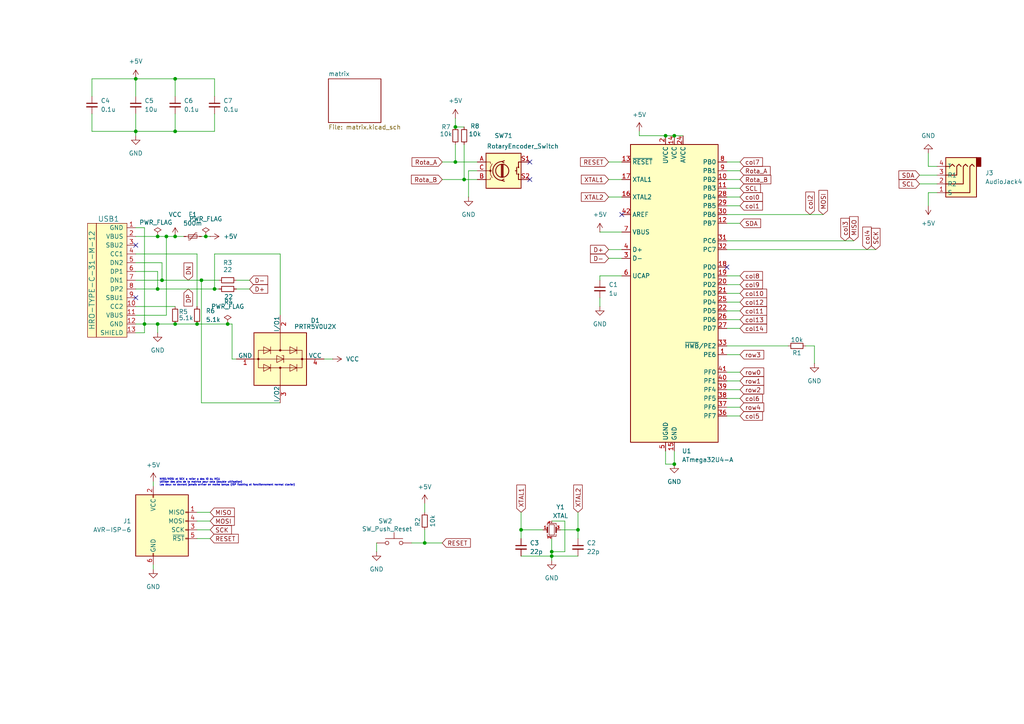
<source format=kicad_sch>
(kicad_sch
	(version 20231120)
	(generator "eeschema")
	(generator_version "8.0")
	(uuid "e34e3e91-96d6-4497-989c-d178be097a3d")
	(paper "A4")
	(lib_symbols
		(symbol "Connector:AVR-ISP-6"
			(pin_names
				(offset 1.016)
			)
			(exclude_from_sim no)
			(in_bom yes)
			(on_board yes)
			(property "Reference" "J"
				(at -6.35 11.43 0)
				(effects
					(font
						(size 1.27 1.27)
					)
					(justify left)
				)
			)
			(property "Value" "AVR-ISP-6"
				(at 0 11.43 0)
				(effects
					(font
						(size 1.27 1.27)
					)
					(justify left)
				)
			)
			(property "Footprint" ""
				(at -6.35 1.27 90)
				(effects
					(font
						(size 1.27 1.27)
					)
					(hide yes)
				)
			)
			(property "Datasheet" "~"
				(at -32.385 -13.97 0)
				(effects
					(font
						(size 1.27 1.27)
					)
					(hide yes)
				)
			)
			(property "Description" "Atmel 6-pin ISP connector"
				(at 0 0 0)
				(effects
					(font
						(size 1.27 1.27)
					)
					(hide yes)
				)
			)
			(property "ki_keywords" "AVR ISP Connector"
				(at 0 0 0)
				(effects
					(font
						(size 1.27 1.27)
					)
					(hide yes)
				)
			)
			(property "ki_fp_filters" "IDC?Header*2x03* Pin?Header*2x03*"
				(at 0 0 0)
				(effects
					(font
						(size 1.27 1.27)
					)
					(hide yes)
				)
			)
			(symbol "AVR-ISP-6_0_1"
				(rectangle
					(start -2.667 -6.858)
					(end -2.413 -7.62)
					(stroke
						(width 0)
						(type default)
					)
					(fill
						(type none)
					)
				)
				(rectangle
					(start -2.667 10.16)
					(end -2.413 9.398)
					(stroke
						(width 0)
						(type default)
					)
					(fill
						(type none)
					)
				)
				(rectangle
					(start 7.62 -2.413)
					(end 6.858 -2.667)
					(stroke
						(width 0)
						(type default)
					)
					(fill
						(type none)
					)
				)
				(rectangle
					(start 7.62 0.127)
					(end 6.858 -0.127)
					(stroke
						(width 0)
						(type default)
					)
					(fill
						(type none)
					)
				)
				(rectangle
					(start 7.62 2.667)
					(end 6.858 2.413)
					(stroke
						(width 0)
						(type default)
					)
					(fill
						(type none)
					)
				)
				(rectangle
					(start 7.62 5.207)
					(end 6.858 4.953)
					(stroke
						(width 0)
						(type default)
					)
					(fill
						(type none)
					)
				)
				(rectangle
					(start 7.62 10.16)
					(end -7.62 -7.62)
					(stroke
						(width 0.254)
						(type default)
					)
					(fill
						(type background)
					)
				)
			)
			(symbol "AVR-ISP-6_1_1"
				(pin passive line
					(at 10.16 5.08 180)
					(length 2.54)
					(name "MISO"
						(effects
							(font
								(size 1.27 1.27)
							)
						)
					)
					(number "1"
						(effects
							(font
								(size 1.27 1.27)
							)
						)
					)
				)
				(pin passive line
					(at -2.54 12.7 270)
					(length 2.54)
					(name "VCC"
						(effects
							(font
								(size 1.27 1.27)
							)
						)
					)
					(number "2"
						(effects
							(font
								(size 1.27 1.27)
							)
						)
					)
				)
				(pin passive line
					(at 10.16 0 180)
					(length 2.54)
					(name "SCK"
						(effects
							(font
								(size 1.27 1.27)
							)
						)
					)
					(number "3"
						(effects
							(font
								(size 1.27 1.27)
							)
						)
					)
				)
				(pin passive line
					(at 10.16 2.54 180)
					(length 2.54)
					(name "MOSI"
						(effects
							(font
								(size 1.27 1.27)
							)
						)
					)
					(number "4"
						(effects
							(font
								(size 1.27 1.27)
							)
						)
					)
				)
				(pin passive line
					(at 10.16 -2.54 180)
					(length 2.54)
					(name "~{RST}"
						(effects
							(font
								(size 1.27 1.27)
							)
						)
					)
					(number "5"
						(effects
							(font
								(size 1.27 1.27)
							)
						)
					)
				)
				(pin passive line
					(at -2.54 -10.16 90)
					(length 2.54)
					(name "GND"
						(effects
							(font
								(size 1.27 1.27)
							)
						)
					)
					(number "6"
						(effects
							(font
								(size 1.27 1.27)
							)
						)
					)
				)
			)
		)
		(symbol "Connector_Audio:AudioJack4"
			(exclude_from_sim no)
			(in_bom yes)
			(on_board yes)
			(property "Reference" "J3"
				(at -8.89 -3.1751 0)
				(effects
					(font
						(size 1.27 1.27)
					)
					(justify right)
				)
			)
			(property "Value" "AudioJack4"
				(at -8.89 -0.6351 0)
				(effects
					(font
						(size 1.27 1.27)
					)
					(justify right)
				)
			)
			(property "Footprint" "Keebio-Parts:TRRS-PJ-320A"
				(at 0 0 0)
				(effects
					(font
						(size 1.27 1.27)
					)
					(hide yes)
				)
			)
			(property "Datasheet" "~"
				(at 0 0 0)
				(effects
					(font
						(size 1.27 1.27)
					)
					(hide yes)
				)
			)
			(property "Description" "Audio Jack, 4 Poles (TRRS)"
				(at 0 0 0)
				(effects
					(font
						(size 1.27 1.27)
					)
					(hide yes)
				)
			)
			(property "ki_keywords" "audio jack receptacle stereo headphones TRRS connector"
				(at 0 0 0)
				(effects
					(font
						(size 1.27 1.27)
					)
					(hide yes)
				)
			)
			(property "ki_fp_filters" "Jack*"
				(at 0 0 0)
				(effects
					(font
						(size 1.27 1.27)
					)
					(hide yes)
				)
			)
			(symbol "AudioJack4_0_1"
				(rectangle
					(start -6.35 -5.08)
					(end -7.62 -7.62)
					(stroke
						(width 0.254)
						(type default)
					)
					(fill
						(type outline)
					)
				)
				(polyline
					(pts
						(xy 0 -5.08) (xy 0.635 -5.715) (xy 1.27 -5.08) (xy 2.54 -5.08)
					)
					(stroke
						(width 0.254)
						(type default)
					)
					(fill
						(type none)
					)
				)
				(polyline
					(pts
						(xy -5.715 -5.08) (xy -5.08 -5.715) (xy -4.445 -5.08) (xy -4.445 2.54) (xy 2.54 2.54)
					)
					(stroke
						(width 0.254)
						(type default)
					)
					(fill
						(type none)
					)
				)
				(polyline
					(pts
						(xy -1.905 -5.08) (xy -1.27 -5.715) (xy -0.635 -5.08) (xy -0.635 -2.54) (xy 2.54 -2.54)
					)
					(stroke
						(width 0.254)
						(type default)
					)
					(fill
						(type none)
					)
				)
				(polyline
					(pts
						(xy 2.54 0) (xy -2.54 0) (xy -2.54 -5.08) (xy -3.175 -5.715) (xy -3.81 -5.08)
					)
					(stroke
						(width 0.254)
						(type default)
					)
					(fill
						(type none)
					)
				)
				(rectangle
					(start 2.54 3.81)
					(end -6.35 -7.62)
					(stroke
						(width 0.254)
						(type default)
					)
					(fill
						(type background)
					)
				)
			)
			(symbol "AudioJack4_1_1"
				(pin passive line
					(at 5.08 2.54 180)
					(length 2.54)
					(name "S"
						(effects
							(font
								(size 1.27 1.27)
							)
						)
					)
					(number "1"
						(effects
							(font
								(size 1.27 1.27)
							)
						)
					)
				)
				(pin passive line
					(at 5.08 0 180)
					(length 2.54)
					(name "R2"
						(effects
							(font
								(size 1.27 1.27)
							)
						)
					)
					(number "2"
						(effects
							(font
								(size 1.27 1.27)
							)
						)
					)
				)
				(pin passive line
					(at 5.08 -2.54 180)
					(length 2.54)
					(name "R1"
						(effects
							(font
								(size 1.27 1.27)
							)
						)
					)
					(number "3"
						(effects
							(font
								(size 1.27 1.27)
							)
						)
					)
				)
				(pin passive line
					(at 5.08 -5.08 180)
					(length 2.54)
					(name "T"
						(effects
							(font
								(size 1.27 1.27)
							)
						)
					)
					(number "4"
						(effects
							(font
								(size 1.27 1.27)
							)
						)
					)
				)
			)
		)
		(symbol "Device:C_Small"
			(pin_numbers hide)
			(pin_names
				(offset 0.254) hide)
			(exclude_from_sim no)
			(in_bom yes)
			(on_board yes)
			(property "Reference" "C"
				(at 0.254 1.778 0)
				(effects
					(font
						(size 1.27 1.27)
					)
					(justify left)
				)
			)
			(property "Value" "C_Small"
				(at 0.254 -2.032 0)
				(effects
					(font
						(size 1.27 1.27)
					)
					(justify left)
				)
			)
			(property "Footprint" ""
				(at 0 0 0)
				(effects
					(font
						(size 1.27 1.27)
					)
					(hide yes)
				)
			)
			(property "Datasheet" "~"
				(at 0 0 0)
				(effects
					(font
						(size 1.27 1.27)
					)
					(hide yes)
				)
			)
			(property "Description" "Unpolarized capacitor, small symbol"
				(at 0 0 0)
				(effects
					(font
						(size 1.27 1.27)
					)
					(hide yes)
				)
			)
			(property "ki_keywords" "capacitor cap"
				(at 0 0 0)
				(effects
					(font
						(size 1.27 1.27)
					)
					(hide yes)
				)
			)
			(property "ki_fp_filters" "C_*"
				(at 0 0 0)
				(effects
					(font
						(size 1.27 1.27)
					)
					(hide yes)
				)
			)
			(symbol "C_Small_0_1"
				(polyline
					(pts
						(xy -1.524 -0.508) (xy 1.524 -0.508)
					)
					(stroke
						(width 0.3302)
						(type default)
					)
					(fill
						(type none)
					)
				)
				(polyline
					(pts
						(xy -1.524 0.508) (xy 1.524 0.508)
					)
					(stroke
						(width 0.3048)
						(type default)
					)
					(fill
						(type none)
					)
				)
			)
			(symbol "C_Small_1_1"
				(pin passive line
					(at 0 2.54 270)
					(length 2.032)
					(name "~"
						(effects
							(font
								(size 1.27 1.27)
							)
						)
					)
					(number "1"
						(effects
							(font
								(size 1.27 1.27)
							)
						)
					)
				)
				(pin passive line
					(at 0 -2.54 90)
					(length 2.032)
					(name "~"
						(effects
							(font
								(size 1.27 1.27)
							)
						)
					)
					(number "2"
						(effects
							(font
								(size 1.27 1.27)
							)
						)
					)
				)
			)
		)
		(symbol "Device:Crystal_GND24_Small"
			(pin_names
				(offset 1.016) hide)
			(exclude_from_sim no)
			(in_bom yes)
			(on_board yes)
			(property "Reference" "Y"
				(at 1.27 4.445 0)
				(effects
					(font
						(size 1.27 1.27)
					)
					(justify left)
				)
			)
			(property "Value" "Crystal_GND24_Small"
				(at 1.27 2.54 0)
				(effects
					(font
						(size 1.27 1.27)
					)
					(justify left)
				)
			)
			(property "Footprint" ""
				(at 0 0 0)
				(effects
					(font
						(size 1.27 1.27)
					)
					(hide yes)
				)
			)
			(property "Datasheet" "~"
				(at 0 0 0)
				(effects
					(font
						(size 1.27 1.27)
					)
					(hide yes)
				)
			)
			(property "Description" "Four pin crystal, GND on pins 2 and 4, small symbol"
				(at 0 0 0)
				(effects
					(font
						(size 1.27 1.27)
					)
					(hide yes)
				)
			)
			(property "ki_keywords" "quartz ceramic resonator oscillator"
				(at 0 0 0)
				(effects
					(font
						(size 1.27 1.27)
					)
					(hide yes)
				)
			)
			(property "ki_fp_filters" "Crystal*"
				(at 0 0 0)
				(effects
					(font
						(size 1.27 1.27)
					)
					(hide yes)
				)
			)
			(symbol "Crystal_GND24_Small_0_1"
				(rectangle
					(start -0.762 -1.524)
					(end 0.762 1.524)
					(stroke
						(width 0)
						(type default)
					)
					(fill
						(type none)
					)
				)
				(polyline
					(pts
						(xy -1.27 -0.762) (xy -1.27 0.762)
					)
					(stroke
						(width 0.381)
						(type default)
					)
					(fill
						(type none)
					)
				)
				(polyline
					(pts
						(xy 1.27 -0.762) (xy 1.27 0.762)
					)
					(stroke
						(width 0.381)
						(type default)
					)
					(fill
						(type none)
					)
				)
				(polyline
					(pts
						(xy -1.27 -1.27) (xy -1.27 -1.905) (xy 1.27 -1.905) (xy 1.27 -1.27)
					)
					(stroke
						(width 0)
						(type default)
					)
					(fill
						(type none)
					)
				)
				(polyline
					(pts
						(xy -1.27 1.27) (xy -1.27 1.905) (xy 1.27 1.905) (xy 1.27 1.27)
					)
					(stroke
						(width 0)
						(type default)
					)
					(fill
						(type none)
					)
				)
			)
			(symbol "Crystal_GND24_Small_1_1"
				(pin passive line
					(at -2.54 0 0)
					(length 1.27)
					(name "1"
						(effects
							(font
								(size 1.27 1.27)
							)
						)
					)
					(number "1"
						(effects
							(font
								(size 0.762 0.762)
							)
						)
					)
				)
				(pin passive line
					(at 0 -2.54 90)
					(length 0.635)
					(name "2"
						(effects
							(font
								(size 1.27 1.27)
							)
						)
					)
					(number "2"
						(effects
							(font
								(size 0.762 0.762)
							)
						)
					)
				)
				(pin passive line
					(at 2.54 0 180)
					(length 1.27)
					(name "3"
						(effects
							(font
								(size 1.27 1.27)
							)
						)
					)
					(number "3"
						(effects
							(font
								(size 0.762 0.762)
							)
						)
					)
				)
				(pin passive line
					(at 0 2.54 270)
					(length 0.635)
					(name "4"
						(effects
							(font
								(size 1.27 1.27)
							)
						)
					)
					(number "4"
						(effects
							(font
								(size 0.762 0.762)
							)
						)
					)
				)
			)
		)
		(symbol "Device:Polyfuse_Small"
			(pin_numbers hide)
			(pin_names
				(offset 0)
			)
			(exclude_from_sim no)
			(in_bom yes)
			(on_board yes)
			(property "Reference" "F"
				(at -1.905 0 90)
				(effects
					(font
						(size 1.27 1.27)
					)
				)
			)
			(property "Value" "Polyfuse_Small"
				(at 1.905 0 90)
				(effects
					(font
						(size 1.27 1.27)
					)
				)
			)
			(property "Footprint" ""
				(at 1.27 -5.08 0)
				(effects
					(font
						(size 1.27 1.27)
					)
					(justify left)
					(hide yes)
				)
			)
			(property "Datasheet" "~"
				(at 0 0 0)
				(effects
					(font
						(size 1.27 1.27)
					)
					(hide yes)
				)
			)
			(property "Description" "Resettable fuse, polymeric positive temperature coefficient, small symbol"
				(at 0 0 0)
				(effects
					(font
						(size 1.27 1.27)
					)
					(hide yes)
				)
			)
			(property "ki_keywords" "resettable fuse PTC PPTC polyfuse polyswitch"
				(at 0 0 0)
				(effects
					(font
						(size 1.27 1.27)
					)
					(hide yes)
				)
			)
			(property "ki_fp_filters" "*polyfuse* *PTC*"
				(at 0 0 0)
				(effects
					(font
						(size 1.27 1.27)
					)
					(hide yes)
				)
			)
			(symbol "Polyfuse_Small_0_1"
				(rectangle
					(start -0.508 1.27)
					(end 0.508 -1.27)
					(stroke
						(width 0)
						(type default)
					)
					(fill
						(type none)
					)
				)
				(polyline
					(pts
						(xy 0 2.54) (xy 0 -2.54)
					)
					(stroke
						(width 0)
						(type default)
					)
					(fill
						(type none)
					)
				)
				(polyline
					(pts
						(xy -1.016 1.27) (xy -1.016 0.762) (xy 1.016 -0.762) (xy 1.016 -1.27)
					)
					(stroke
						(width 0)
						(type default)
					)
					(fill
						(type none)
					)
				)
			)
			(symbol "Polyfuse_Small_1_1"
				(pin passive line
					(at 0 2.54 270)
					(length 0.635)
					(name "~"
						(effects
							(font
								(size 1.27 1.27)
							)
						)
					)
					(number "1"
						(effects
							(font
								(size 1.27 1.27)
							)
						)
					)
				)
				(pin passive line
					(at 0 -2.54 90)
					(length 0.635)
					(name "~"
						(effects
							(font
								(size 1.27 1.27)
							)
						)
					)
					(number "2"
						(effects
							(font
								(size 1.27 1.27)
							)
						)
					)
				)
			)
		)
		(symbol "Device:R_Small"
			(pin_numbers hide)
			(pin_names
				(offset 0.254) hide)
			(exclude_from_sim no)
			(in_bom yes)
			(on_board yes)
			(property "Reference" "R"
				(at 0.762 0.508 0)
				(effects
					(font
						(size 1.27 1.27)
					)
					(justify left)
				)
			)
			(property "Value" "R_Small"
				(at 0.762 -1.016 0)
				(effects
					(font
						(size 1.27 1.27)
					)
					(justify left)
				)
			)
			(property "Footprint" ""
				(at 0 0 0)
				(effects
					(font
						(size 1.27 1.27)
					)
					(hide yes)
				)
			)
			(property "Datasheet" "~"
				(at 0 0 0)
				(effects
					(font
						(size 1.27 1.27)
					)
					(hide yes)
				)
			)
			(property "Description" "Resistor, small symbol"
				(at 0 0 0)
				(effects
					(font
						(size 1.27 1.27)
					)
					(hide yes)
				)
			)
			(property "ki_keywords" "R resistor"
				(at 0 0 0)
				(effects
					(font
						(size 1.27 1.27)
					)
					(hide yes)
				)
			)
			(property "ki_fp_filters" "R_*"
				(at 0 0 0)
				(effects
					(font
						(size 1.27 1.27)
					)
					(hide yes)
				)
			)
			(symbol "R_Small_0_1"
				(rectangle
					(start -0.762 1.778)
					(end 0.762 -1.778)
					(stroke
						(width 0.2032)
						(type default)
					)
					(fill
						(type none)
					)
				)
			)
			(symbol "R_Small_1_1"
				(pin passive line
					(at 0 2.54 270)
					(length 0.762)
					(name "~"
						(effects
							(font
								(size 1.27 1.27)
							)
						)
					)
					(number "1"
						(effects
							(font
								(size 1.27 1.27)
							)
						)
					)
				)
				(pin passive line
					(at 0 -2.54 90)
					(length 0.762)
					(name "~"
						(effects
							(font
								(size 1.27 1.27)
							)
						)
					)
					(number "2"
						(effects
							(font
								(size 1.27 1.27)
							)
						)
					)
				)
			)
		)
		(symbol "Device:RotaryEncoder_Switch"
			(pin_names
				(offset 0.254) hide)
			(exclude_from_sim no)
			(in_bom yes)
			(on_board yes)
			(property "Reference" "SW"
				(at 0 6.604 0)
				(effects
					(font
						(size 1.27 1.27)
					)
				)
			)
			(property "Value" "RotaryEncoder_Switch"
				(at 0 -6.604 0)
				(effects
					(font
						(size 1.27 1.27)
					)
				)
			)
			(property "Footprint" ""
				(at -3.81 4.064 0)
				(effects
					(font
						(size 1.27 1.27)
					)
					(hide yes)
				)
			)
			(property "Datasheet" "~"
				(at 0 6.604 0)
				(effects
					(font
						(size 1.27 1.27)
					)
					(hide yes)
				)
			)
			(property "Description" "Rotary encoder, dual channel, incremental quadrate outputs, with switch"
				(at 0 0 0)
				(effects
					(font
						(size 1.27 1.27)
					)
					(hide yes)
				)
			)
			(property "ki_keywords" "rotary switch encoder switch push button"
				(at 0 0 0)
				(effects
					(font
						(size 1.27 1.27)
					)
					(hide yes)
				)
			)
			(property "ki_fp_filters" "RotaryEncoder*Switch*"
				(at 0 0 0)
				(effects
					(font
						(size 1.27 1.27)
					)
					(hide yes)
				)
			)
			(symbol "RotaryEncoder_Switch_0_1"
				(rectangle
					(start -5.08 5.08)
					(end 5.08 -5.08)
					(stroke
						(width 0.254)
						(type default)
					)
					(fill
						(type background)
					)
				)
				(circle
					(center -3.81 0)
					(radius 0.254)
					(stroke
						(width 0)
						(type default)
					)
					(fill
						(type outline)
					)
				)
				(circle
					(center -0.381 0)
					(radius 1.905)
					(stroke
						(width 0.254)
						(type default)
					)
					(fill
						(type none)
					)
				)
				(arc
					(start -0.381 2.667)
					(mid -3.0988 -0.0635)
					(end -0.381 -2.794)
					(stroke
						(width 0.254)
						(type default)
					)
					(fill
						(type none)
					)
				)
				(polyline
					(pts
						(xy -0.635 -1.778) (xy -0.635 1.778)
					)
					(stroke
						(width 0.254)
						(type default)
					)
					(fill
						(type none)
					)
				)
				(polyline
					(pts
						(xy -0.381 -1.778) (xy -0.381 1.778)
					)
					(stroke
						(width 0.254)
						(type default)
					)
					(fill
						(type none)
					)
				)
				(polyline
					(pts
						(xy -0.127 1.778) (xy -0.127 -1.778)
					)
					(stroke
						(width 0.254)
						(type default)
					)
					(fill
						(type none)
					)
				)
				(polyline
					(pts
						(xy 3.81 0) (xy 3.429 0)
					)
					(stroke
						(width 0.254)
						(type default)
					)
					(fill
						(type none)
					)
				)
				(polyline
					(pts
						(xy 3.81 1.016) (xy 3.81 -1.016)
					)
					(stroke
						(width 0.254)
						(type default)
					)
					(fill
						(type none)
					)
				)
				(polyline
					(pts
						(xy -5.08 -2.54) (xy -3.81 -2.54) (xy -3.81 -2.032)
					)
					(stroke
						(width 0)
						(type default)
					)
					(fill
						(type none)
					)
				)
				(polyline
					(pts
						(xy -5.08 2.54) (xy -3.81 2.54) (xy -3.81 2.032)
					)
					(stroke
						(width 0)
						(type default)
					)
					(fill
						(type none)
					)
				)
				(polyline
					(pts
						(xy 0.254 -3.048) (xy -0.508 -2.794) (xy 0.127 -2.413)
					)
					(stroke
						(width 0.254)
						(type default)
					)
					(fill
						(type none)
					)
				)
				(polyline
					(pts
						(xy 0.254 2.921) (xy -0.508 2.667) (xy 0.127 2.286)
					)
					(stroke
						(width 0.254)
						(type default)
					)
					(fill
						(type none)
					)
				)
				(polyline
					(pts
						(xy 5.08 -2.54) (xy 4.318 -2.54) (xy 4.318 -1.016)
					)
					(stroke
						(width 0.254)
						(type default)
					)
					(fill
						(type none)
					)
				)
				(polyline
					(pts
						(xy 5.08 2.54) (xy 4.318 2.54) (xy 4.318 1.016)
					)
					(stroke
						(width 0.254)
						(type default)
					)
					(fill
						(type none)
					)
				)
				(polyline
					(pts
						(xy -5.08 0) (xy -3.81 0) (xy -3.81 -1.016) (xy -3.302 -2.032)
					)
					(stroke
						(width 0)
						(type default)
					)
					(fill
						(type none)
					)
				)
				(polyline
					(pts
						(xy -4.318 0) (xy -3.81 0) (xy -3.81 1.016) (xy -3.302 2.032)
					)
					(stroke
						(width 0)
						(type default)
					)
					(fill
						(type none)
					)
				)
				(circle
					(center 4.318 -1.016)
					(radius 0.127)
					(stroke
						(width 0.254)
						(type default)
					)
					(fill
						(type none)
					)
				)
				(circle
					(center 4.318 1.016)
					(radius 0.127)
					(stroke
						(width 0.254)
						(type default)
					)
					(fill
						(type none)
					)
				)
			)
			(symbol "RotaryEncoder_Switch_1_1"
				(pin passive line
					(at -7.62 2.54 0)
					(length 2.54)
					(name "A"
						(effects
							(font
								(size 1.27 1.27)
							)
						)
					)
					(number "A"
						(effects
							(font
								(size 1.27 1.27)
							)
						)
					)
				)
				(pin passive line
					(at -7.62 -2.54 0)
					(length 2.54)
					(name "B"
						(effects
							(font
								(size 1.27 1.27)
							)
						)
					)
					(number "B"
						(effects
							(font
								(size 1.27 1.27)
							)
						)
					)
				)
				(pin passive line
					(at -7.62 0 0)
					(length 2.54)
					(name "C"
						(effects
							(font
								(size 1.27 1.27)
							)
						)
					)
					(number "C"
						(effects
							(font
								(size 1.27 1.27)
							)
						)
					)
				)
				(pin passive line
					(at 7.62 2.54 180)
					(length 2.54)
					(name "S1"
						(effects
							(font
								(size 1.27 1.27)
							)
						)
					)
					(number "S1"
						(effects
							(font
								(size 1.27 1.27)
							)
						)
					)
				)
				(pin passive line
					(at 7.62 -2.54 180)
					(length 2.54)
					(name "S2"
						(effects
							(font
								(size 1.27 1.27)
							)
						)
					)
					(number "S2"
						(effects
							(font
								(size 1.27 1.27)
							)
						)
					)
				)
			)
		)
		(symbol "MCU_Microchip_ATmega:ATmega32U4-A"
			(exclude_from_sim no)
			(in_bom yes)
			(on_board yes)
			(property "Reference" "U"
				(at -12.7 44.45 0)
				(effects
					(font
						(size 1.27 1.27)
					)
					(justify left bottom)
				)
			)
			(property "Value" "ATmega32U4-A"
				(at 2.54 -44.45 0)
				(effects
					(font
						(size 1.27 1.27)
					)
					(justify left top)
				)
			)
			(property "Footprint" "Package_QFP:TQFP-44_10x10mm_P0.8mm"
				(at 0 0 0)
				(effects
					(font
						(size 1.27 1.27)
						(italic yes)
					)
					(hide yes)
				)
			)
			(property "Datasheet" "http://ww1.microchip.com/downloads/en/DeviceDoc/Atmel-7766-8-bit-AVR-ATmega16U4-32U4_Datasheet.pdf"
				(at 0 0 0)
				(effects
					(font
						(size 1.27 1.27)
					)
					(hide yes)
				)
			)
			(property "Description" "16MHz, 32kB Flash, 2.5kB SRAM, 1kB EEPROM, USB 2.0, TQFP-44"
				(at 0 0 0)
				(effects
					(font
						(size 1.27 1.27)
					)
					(hide yes)
				)
			)
			(property "ki_keywords" "AVR 8bit Microcontroller MegaAVR USB"
				(at 0 0 0)
				(effects
					(font
						(size 1.27 1.27)
					)
					(hide yes)
				)
			)
			(property "ki_fp_filters" "TQFP*10x10mm*P0.8mm*"
				(at 0 0 0)
				(effects
					(font
						(size 1.27 1.27)
					)
					(hide yes)
				)
			)
			(symbol "ATmega32U4-A_0_1"
				(rectangle
					(start -12.7 -43.18)
					(end 12.7 43.18)
					(stroke
						(width 0.254)
						(type default)
					)
					(fill
						(type background)
					)
				)
			)
			(symbol "ATmega32U4-A_1_1"
				(pin bidirectional line
					(at 15.24 -17.78 180)
					(length 2.54)
					(name "PE6"
						(effects
							(font
								(size 1.27 1.27)
							)
						)
					)
					(number "1"
						(effects
							(font
								(size 1.27 1.27)
							)
						)
					)
				)
				(pin bidirectional line
					(at 15.24 33.02 180)
					(length 2.54)
					(name "PB2"
						(effects
							(font
								(size 1.27 1.27)
							)
						)
					)
					(number "10"
						(effects
							(font
								(size 1.27 1.27)
							)
						)
					)
				)
				(pin bidirectional line
					(at 15.24 30.48 180)
					(length 2.54)
					(name "PB3"
						(effects
							(font
								(size 1.27 1.27)
							)
						)
					)
					(number "11"
						(effects
							(font
								(size 1.27 1.27)
							)
						)
					)
				)
				(pin bidirectional line
					(at 15.24 20.32 180)
					(length 2.54)
					(name "PB7"
						(effects
							(font
								(size 1.27 1.27)
							)
						)
					)
					(number "12"
						(effects
							(font
								(size 1.27 1.27)
							)
						)
					)
				)
				(pin input line
					(at -15.24 38.1 0)
					(length 2.54)
					(name "~{RESET}"
						(effects
							(font
								(size 1.27 1.27)
							)
						)
					)
					(number "13"
						(effects
							(font
								(size 1.27 1.27)
							)
						)
					)
				)
				(pin power_in line
					(at 0 45.72 270)
					(length 2.54)
					(name "VCC"
						(effects
							(font
								(size 1.27 1.27)
							)
						)
					)
					(number "14"
						(effects
							(font
								(size 1.27 1.27)
							)
						)
					)
				)
				(pin power_in line
					(at 0 -45.72 90)
					(length 2.54)
					(name "GND"
						(effects
							(font
								(size 1.27 1.27)
							)
						)
					)
					(number "15"
						(effects
							(font
								(size 1.27 1.27)
							)
						)
					)
				)
				(pin output line
					(at -15.24 27.94 0)
					(length 2.54)
					(name "XTAL2"
						(effects
							(font
								(size 1.27 1.27)
							)
						)
					)
					(number "16"
						(effects
							(font
								(size 1.27 1.27)
							)
						)
					)
				)
				(pin input line
					(at -15.24 33.02 0)
					(length 2.54)
					(name "XTAL1"
						(effects
							(font
								(size 1.27 1.27)
							)
						)
					)
					(number "17"
						(effects
							(font
								(size 1.27 1.27)
							)
						)
					)
				)
				(pin bidirectional line
					(at 15.24 7.62 180)
					(length 2.54)
					(name "PD0"
						(effects
							(font
								(size 1.27 1.27)
							)
						)
					)
					(number "18"
						(effects
							(font
								(size 1.27 1.27)
							)
						)
					)
				)
				(pin bidirectional line
					(at 15.24 5.08 180)
					(length 2.54)
					(name "PD1"
						(effects
							(font
								(size 1.27 1.27)
							)
						)
					)
					(number "19"
						(effects
							(font
								(size 1.27 1.27)
							)
						)
					)
				)
				(pin power_in line
					(at -2.54 45.72 270)
					(length 2.54)
					(name "UVCC"
						(effects
							(font
								(size 1.27 1.27)
							)
						)
					)
					(number "2"
						(effects
							(font
								(size 1.27 1.27)
							)
						)
					)
				)
				(pin bidirectional line
					(at 15.24 2.54 180)
					(length 2.54)
					(name "PD2"
						(effects
							(font
								(size 1.27 1.27)
							)
						)
					)
					(number "20"
						(effects
							(font
								(size 1.27 1.27)
							)
						)
					)
				)
				(pin bidirectional line
					(at 15.24 0 180)
					(length 2.54)
					(name "PD3"
						(effects
							(font
								(size 1.27 1.27)
							)
						)
					)
					(number "21"
						(effects
							(font
								(size 1.27 1.27)
							)
						)
					)
				)
				(pin bidirectional line
					(at 15.24 -5.08 180)
					(length 2.54)
					(name "PD5"
						(effects
							(font
								(size 1.27 1.27)
							)
						)
					)
					(number "22"
						(effects
							(font
								(size 1.27 1.27)
							)
						)
					)
				)
				(pin passive line
					(at 0 -45.72 90)
					(length 2.54) hide
					(name "GND"
						(effects
							(font
								(size 1.27 1.27)
							)
						)
					)
					(number "23"
						(effects
							(font
								(size 1.27 1.27)
							)
						)
					)
				)
				(pin power_in line
					(at 2.54 45.72 270)
					(length 2.54)
					(name "AVCC"
						(effects
							(font
								(size 1.27 1.27)
							)
						)
					)
					(number "24"
						(effects
							(font
								(size 1.27 1.27)
							)
						)
					)
				)
				(pin bidirectional line
					(at 15.24 -2.54 180)
					(length 2.54)
					(name "PD4"
						(effects
							(font
								(size 1.27 1.27)
							)
						)
					)
					(number "25"
						(effects
							(font
								(size 1.27 1.27)
							)
						)
					)
				)
				(pin bidirectional line
					(at 15.24 -7.62 180)
					(length 2.54)
					(name "PD6"
						(effects
							(font
								(size 1.27 1.27)
							)
						)
					)
					(number "26"
						(effects
							(font
								(size 1.27 1.27)
							)
						)
					)
				)
				(pin bidirectional line
					(at 15.24 -10.16 180)
					(length 2.54)
					(name "PD7"
						(effects
							(font
								(size 1.27 1.27)
							)
						)
					)
					(number "27"
						(effects
							(font
								(size 1.27 1.27)
							)
						)
					)
				)
				(pin bidirectional line
					(at 15.24 27.94 180)
					(length 2.54)
					(name "PB4"
						(effects
							(font
								(size 1.27 1.27)
							)
						)
					)
					(number "28"
						(effects
							(font
								(size 1.27 1.27)
							)
						)
					)
				)
				(pin bidirectional line
					(at 15.24 25.4 180)
					(length 2.54)
					(name "PB5"
						(effects
							(font
								(size 1.27 1.27)
							)
						)
					)
					(number "29"
						(effects
							(font
								(size 1.27 1.27)
							)
						)
					)
				)
				(pin bidirectional line
					(at -15.24 10.16 0)
					(length 2.54)
					(name "D-"
						(effects
							(font
								(size 1.27 1.27)
							)
						)
					)
					(number "3"
						(effects
							(font
								(size 1.27 1.27)
							)
						)
					)
				)
				(pin bidirectional line
					(at 15.24 22.86 180)
					(length 2.54)
					(name "PB6"
						(effects
							(font
								(size 1.27 1.27)
							)
						)
					)
					(number "30"
						(effects
							(font
								(size 1.27 1.27)
							)
						)
					)
				)
				(pin bidirectional line
					(at 15.24 15.24 180)
					(length 2.54)
					(name "PC6"
						(effects
							(font
								(size 1.27 1.27)
							)
						)
					)
					(number "31"
						(effects
							(font
								(size 1.27 1.27)
							)
						)
					)
				)
				(pin bidirectional line
					(at 15.24 12.7 180)
					(length 2.54)
					(name "PC7"
						(effects
							(font
								(size 1.27 1.27)
							)
						)
					)
					(number "32"
						(effects
							(font
								(size 1.27 1.27)
							)
						)
					)
				)
				(pin bidirectional line
					(at 15.24 -15.24 180)
					(length 2.54)
					(name "~{HWB}/PE2"
						(effects
							(font
								(size 1.27 1.27)
							)
						)
					)
					(number "33"
						(effects
							(font
								(size 1.27 1.27)
							)
						)
					)
				)
				(pin passive line
					(at 0 45.72 270)
					(length 2.54) hide
					(name "VCC"
						(effects
							(font
								(size 1.27 1.27)
							)
						)
					)
					(number "34"
						(effects
							(font
								(size 1.27 1.27)
							)
						)
					)
				)
				(pin passive line
					(at 0 -45.72 90)
					(length 2.54) hide
					(name "GND"
						(effects
							(font
								(size 1.27 1.27)
							)
						)
					)
					(number "35"
						(effects
							(font
								(size 1.27 1.27)
							)
						)
					)
				)
				(pin bidirectional line
					(at 15.24 -35.56 180)
					(length 2.54)
					(name "PF7"
						(effects
							(font
								(size 1.27 1.27)
							)
						)
					)
					(number "36"
						(effects
							(font
								(size 1.27 1.27)
							)
						)
					)
				)
				(pin bidirectional line
					(at 15.24 -33.02 180)
					(length 2.54)
					(name "PF6"
						(effects
							(font
								(size 1.27 1.27)
							)
						)
					)
					(number "37"
						(effects
							(font
								(size 1.27 1.27)
							)
						)
					)
				)
				(pin bidirectional line
					(at 15.24 -30.48 180)
					(length 2.54)
					(name "PF5"
						(effects
							(font
								(size 1.27 1.27)
							)
						)
					)
					(number "38"
						(effects
							(font
								(size 1.27 1.27)
							)
						)
					)
				)
				(pin bidirectional line
					(at 15.24 -27.94 180)
					(length 2.54)
					(name "PF4"
						(effects
							(font
								(size 1.27 1.27)
							)
						)
					)
					(number "39"
						(effects
							(font
								(size 1.27 1.27)
							)
						)
					)
				)
				(pin bidirectional line
					(at -15.24 12.7 0)
					(length 2.54)
					(name "D+"
						(effects
							(font
								(size 1.27 1.27)
							)
						)
					)
					(number "4"
						(effects
							(font
								(size 1.27 1.27)
							)
						)
					)
				)
				(pin bidirectional line
					(at 15.24 -25.4 180)
					(length 2.54)
					(name "PF1"
						(effects
							(font
								(size 1.27 1.27)
							)
						)
					)
					(number "40"
						(effects
							(font
								(size 1.27 1.27)
							)
						)
					)
				)
				(pin bidirectional line
					(at 15.24 -22.86 180)
					(length 2.54)
					(name "PF0"
						(effects
							(font
								(size 1.27 1.27)
							)
						)
					)
					(number "41"
						(effects
							(font
								(size 1.27 1.27)
							)
						)
					)
				)
				(pin passive line
					(at -15.24 22.86 0)
					(length 2.54)
					(name "AREF"
						(effects
							(font
								(size 1.27 1.27)
							)
						)
					)
					(number "42"
						(effects
							(font
								(size 1.27 1.27)
							)
						)
					)
				)
				(pin passive line
					(at 0 -45.72 90)
					(length 2.54) hide
					(name "GND"
						(effects
							(font
								(size 1.27 1.27)
							)
						)
					)
					(number "43"
						(effects
							(font
								(size 1.27 1.27)
							)
						)
					)
				)
				(pin passive line
					(at 2.54 45.72 270)
					(length 2.54) hide
					(name "AVCC"
						(effects
							(font
								(size 1.27 1.27)
							)
						)
					)
					(number "44"
						(effects
							(font
								(size 1.27 1.27)
							)
						)
					)
				)
				(pin passive line
					(at -2.54 -45.72 90)
					(length 2.54)
					(name "UGND"
						(effects
							(font
								(size 1.27 1.27)
							)
						)
					)
					(number "5"
						(effects
							(font
								(size 1.27 1.27)
							)
						)
					)
				)
				(pin passive line
					(at -15.24 5.08 0)
					(length 2.54)
					(name "UCAP"
						(effects
							(font
								(size 1.27 1.27)
							)
						)
					)
					(number "6"
						(effects
							(font
								(size 1.27 1.27)
							)
						)
					)
				)
				(pin input line
					(at -15.24 17.78 0)
					(length 2.54)
					(name "VBUS"
						(effects
							(font
								(size 1.27 1.27)
							)
						)
					)
					(number "7"
						(effects
							(font
								(size 1.27 1.27)
							)
						)
					)
				)
				(pin bidirectional line
					(at 15.24 38.1 180)
					(length 2.54)
					(name "PB0"
						(effects
							(font
								(size 1.27 1.27)
							)
						)
					)
					(number "8"
						(effects
							(font
								(size 1.27 1.27)
							)
						)
					)
				)
				(pin bidirectional line
					(at 15.24 35.56 180)
					(length 2.54)
					(name "PB1"
						(effects
							(font
								(size 1.27 1.27)
							)
						)
					)
					(number "9"
						(effects
							(font
								(size 1.27 1.27)
							)
						)
					)
				)
			)
		)
		(symbol "Power_Protection:PRTR5V0U2X"
			(pin_names
				(offset 0)
			)
			(exclude_from_sim no)
			(in_bom yes)
			(on_board yes)
			(property "Reference" "D"
				(at 2.794 8.636 0)
				(effects
					(font
						(size 1.27 1.27)
					)
				)
			)
			(property "Value" "PRTR5V0U2X"
				(at 8.128 -9.398 0)
				(effects
					(font
						(size 1.27 1.27)
					)
				)
			)
			(property "Footprint" "Package_TO_SOT_SMD:SOT-143"
				(at 1.524 0 0)
				(effects
					(font
						(size 1.27 1.27)
					)
					(hide yes)
				)
			)
			(property "Datasheet" "https://assets.nexperia.com/documents/data-sheet/PRTR5V0U2X.pdf"
				(at 1.524 0 0)
				(effects
					(font
						(size 1.27 1.27)
					)
					(hide yes)
				)
			)
			(property "Description" "Ultra low capacitance double rail-to-rail ESD protection diode, SOT-143"
				(at 0 0 0)
				(effects
					(font
						(size 1.27 1.27)
					)
					(hide yes)
				)
			)
			(property "ki_keywords" "ESD protection diode"
				(at 0 0 0)
				(effects
					(font
						(size 1.27 1.27)
					)
					(hide yes)
				)
			)
			(property "ki_fp_filters" "SOT?143*"
				(at 0 0 0)
				(effects
					(font
						(size 1.27 1.27)
					)
					(hide yes)
				)
			)
			(symbol "PRTR5V0U2X_0_1"
				(rectangle
					(start -7.62 -7.62)
					(end 7.62 7.62)
					(stroke
						(width 0.254)
						(type default)
					)
					(fill
						(type background)
					)
				)
				(circle
					(center -2.54 0)
					(radius 0.254)
					(stroke
						(width 0)
						(type default)
					)
					(fill
						(type outline)
					)
				)
				(rectangle
					(start -2.54 6.35)
					(end 2.54 -6.35)
					(stroke
						(width 0)
						(type default)
					)
					(fill
						(type none)
					)
				)
				(circle
					(center 0 -6.35)
					(radius 0.254)
					(stroke
						(width 0)
						(type default)
					)
					(fill
						(type outline)
					)
				)
				(polyline
					(pts
						(xy -2.54 0) (xy -7.62 0)
					)
					(stroke
						(width 0)
						(type default)
					)
					(fill
						(type none)
					)
				)
				(polyline
					(pts
						(xy -1.524 -2.794) (xy -3.556 -2.794)
					)
					(stroke
						(width 0)
						(type default)
					)
					(fill
						(type none)
					)
				)
				(polyline
					(pts
						(xy -1.524 4.826) (xy -3.556 4.826)
					)
					(stroke
						(width 0)
						(type default)
					)
					(fill
						(type none)
					)
				)
				(polyline
					(pts
						(xy 0 -7.62) (xy 0 7.62)
					)
					(stroke
						(width 0)
						(type default)
					)
					(fill
						(type none)
					)
				)
				(polyline
					(pts
						(xy 1.524 -2.794) (xy 3.556 -2.794)
					)
					(stroke
						(width 0)
						(type default)
					)
					(fill
						(type none)
					)
				)
				(polyline
					(pts
						(xy 1.524 4.826) (xy 3.556 4.826)
					)
					(stroke
						(width 0)
						(type default)
					)
					(fill
						(type none)
					)
				)
				(polyline
					(pts
						(xy 2.54 0) (xy 7.62 0)
					)
					(stroke
						(width 0)
						(type default)
					)
					(fill
						(type none)
					)
				)
				(polyline
					(pts
						(xy 1.016 1.016) (xy -1.016 1.016) (xy -1.016 0.508)
					)
					(stroke
						(width 0)
						(type default)
					)
					(fill
						(type none)
					)
				)
				(polyline
					(pts
						(xy -3.556 -4.826) (xy -1.524 -4.826) (xy -2.54 -2.794) (xy -3.556 -4.826)
					)
					(stroke
						(width 0)
						(type default)
					)
					(fill
						(type none)
					)
				)
				(polyline
					(pts
						(xy -3.556 2.794) (xy -1.524 2.794) (xy -2.54 4.826) (xy -3.556 2.794)
					)
					(stroke
						(width 0)
						(type default)
					)
					(fill
						(type none)
					)
				)
				(polyline
					(pts
						(xy -1.016 -1.016) (xy 1.016 -1.016) (xy 0 1.016) (xy -1.016 -1.016)
					)
					(stroke
						(width 0)
						(type default)
					)
					(fill
						(type none)
					)
				)
				(polyline
					(pts
						(xy 3.556 -4.826) (xy 1.524 -4.826) (xy 2.54 -2.794) (xy 3.556 -4.826)
					)
					(stroke
						(width 0)
						(type default)
					)
					(fill
						(type none)
					)
				)
				(polyline
					(pts
						(xy 3.556 2.794) (xy 1.524 2.794) (xy 2.54 4.826) (xy 3.556 2.794)
					)
					(stroke
						(width 0)
						(type default)
					)
					(fill
						(type none)
					)
				)
				(circle
					(center 0 6.35)
					(radius 0.254)
					(stroke
						(width 0)
						(type default)
					)
					(fill
						(type outline)
					)
				)
				(circle
					(center 2.54 0)
					(radius 0.254)
					(stroke
						(width 0)
						(type default)
					)
					(fill
						(type outline)
					)
				)
			)
			(symbol "PRTR5V0U2X_1_1"
				(pin passive line
					(at 0 -12.7 90)
					(length 5.08)
					(name "GND"
						(effects
							(font
								(size 1.27 1.27)
							)
						)
					)
					(number "1"
						(effects
							(font
								(size 1.27 1.27)
							)
						)
					)
				)
				(pin passive line
					(at -12.7 0 0)
					(length 5.08)
					(name "I/O1"
						(effects
							(font
								(size 1.27 1.27)
							)
						)
					)
					(number "2"
						(effects
							(font
								(size 1.27 1.27)
							)
						)
					)
				)
				(pin passive line
					(at 12.7 0 180)
					(length 5.08)
					(name "I/O2"
						(effects
							(font
								(size 1.27 1.27)
							)
						)
					)
					(number "3"
						(effects
							(font
								(size 1.27 1.27)
							)
						)
					)
				)
				(pin passive line
					(at 0 12.7 270)
					(length 5.08)
					(name "VCC"
						(effects
							(font
								(size 1.27 1.27)
							)
						)
					)
					(number "4"
						(effects
							(font
								(size 1.27 1.27)
							)
						)
					)
				)
			)
		)
		(symbol "Switch:SW_Push"
			(pin_numbers hide)
			(pin_names
				(offset 1.016) hide)
			(exclude_from_sim no)
			(in_bom yes)
			(on_board yes)
			(property "Reference" "SW"
				(at 1.27 2.54 0)
				(effects
					(font
						(size 1.27 1.27)
					)
					(justify left)
				)
			)
			(property "Value" "SW_Push"
				(at 0 -1.524 0)
				(effects
					(font
						(size 1.27 1.27)
					)
				)
			)
			(property "Footprint" ""
				(at 0 5.08 0)
				(effects
					(font
						(size 1.27 1.27)
					)
					(hide yes)
				)
			)
			(property "Datasheet" "~"
				(at 0 5.08 0)
				(effects
					(font
						(size 1.27 1.27)
					)
					(hide yes)
				)
			)
			(property "Description" "Push button switch, generic, two pins"
				(at 0 0 0)
				(effects
					(font
						(size 1.27 1.27)
					)
					(hide yes)
				)
			)
			(property "ki_keywords" "switch normally-open pushbutton push-button"
				(at 0 0 0)
				(effects
					(font
						(size 1.27 1.27)
					)
					(hide yes)
				)
			)
			(symbol "SW_Push_0_1"
				(circle
					(center -2.032 0)
					(radius 0.508)
					(stroke
						(width 0)
						(type default)
					)
					(fill
						(type none)
					)
				)
				(polyline
					(pts
						(xy 0 1.27) (xy 0 3.048)
					)
					(stroke
						(width 0)
						(type default)
					)
					(fill
						(type none)
					)
				)
				(polyline
					(pts
						(xy 2.54 1.27) (xy -2.54 1.27)
					)
					(stroke
						(width 0)
						(type default)
					)
					(fill
						(type none)
					)
				)
				(circle
					(center 2.032 0)
					(radius 0.508)
					(stroke
						(width 0)
						(type default)
					)
					(fill
						(type none)
					)
				)
				(pin passive line
					(at -5.08 0 0)
					(length 2.54)
					(name "1"
						(effects
							(font
								(size 1.27 1.27)
							)
						)
					)
					(number "1"
						(effects
							(font
								(size 1.27 1.27)
							)
						)
					)
				)
				(pin passive line
					(at 5.08 0 180)
					(length 2.54)
					(name "2"
						(effects
							(font
								(size 1.27 1.27)
							)
						)
					)
					(number "2"
						(effects
							(font
								(size 1.27 1.27)
							)
						)
					)
				)
			)
		)
		(symbol "Type-C:HRO-TYPE-C-31-M-12"
			(pin_names
				(offset 1.016)
			)
			(exclude_from_sim no)
			(in_bom yes)
			(on_board yes)
			(property "Reference" "USB"
				(at -5.08 16.51 0)
				(effects
					(font
						(size 1.524 1.524)
					)
				)
			)
			(property "Value" "HRO-TYPE-C-31-M-12"
				(at -10.16 -1.27 90)
				(effects
					(font
						(size 1.524 1.524)
					)
				)
			)
			(property "Footprint" ""
				(at 0 0 0)
				(effects
					(font
						(size 1.524 1.524)
					)
					(hide yes)
				)
			)
			(property "Datasheet" ""
				(at 0 0 0)
				(effects
					(font
						(size 1.524 1.524)
					)
					(hide yes)
				)
			)
			(property "Description" ""
				(at 0 0 0)
				(effects
					(font
						(size 1.27 1.27)
					)
					(hide yes)
				)
			)
			(symbol "HRO-TYPE-C-31-M-12_0_1"
				(rectangle
					(start -11.43 15.24)
					(end -8.89 -17.78)
					(stroke
						(width 0)
						(type solid)
					)
					(fill
						(type background)
					)
				)
				(rectangle
					(start 0 -17.78)
					(end -8.89 15.24)
					(stroke
						(width 0)
						(type solid)
					)
					(fill
						(type background)
					)
				)
			)
			(symbol "HRO-TYPE-C-31-M-12_1_1"
				(pin input line
					(at 2.54 13.97 180)
					(length 2.54)
					(name "GND"
						(effects
							(font
								(size 1.27 1.27)
							)
						)
					)
					(number "1"
						(effects
							(font
								(size 1.27 1.27)
							)
						)
					)
				)
				(pin input line
					(at 2.54 -8.89 180)
					(length 2.54)
					(name "CC2"
						(effects
							(font
								(size 1.27 1.27)
							)
						)
					)
					(number "10"
						(effects
							(font
								(size 1.27 1.27)
							)
						)
					)
				)
				(pin input line
					(at 2.54 -11.43 180)
					(length 2.54)
					(name "VBUS"
						(effects
							(font
								(size 1.27 1.27)
							)
						)
					)
					(number "11"
						(effects
							(font
								(size 1.27 1.27)
							)
						)
					)
				)
				(pin input line
					(at 2.54 -13.97 180)
					(length 2.54)
					(name "GND"
						(effects
							(font
								(size 1.27 1.27)
							)
						)
					)
					(number "12"
						(effects
							(font
								(size 1.27 1.27)
							)
						)
					)
				)
				(pin input line
					(at 2.54 -16.51 180)
					(length 2.54)
					(name "SHIELD"
						(effects
							(font
								(size 1.27 1.27)
							)
						)
					)
					(number "13"
						(effects
							(font
								(size 1.27 1.27)
							)
						)
					)
				)
				(pin input line
					(at 2.54 11.43 180)
					(length 2.54)
					(name "VBUS"
						(effects
							(font
								(size 1.27 1.27)
							)
						)
					)
					(number "2"
						(effects
							(font
								(size 1.27 1.27)
							)
						)
					)
				)
				(pin input line
					(at 2.54 8.89 180)
					(length 2.54)
					(name "SBU2"
						(effects
							(font
								(size 1.27 1.27)
							)
						)
					)
					(number "3"
						(effects
							(font
								(size 1.27 1.27)
							)
						)
					)
				)
				(pin input line
					(at 2.54 6.35 180)
					(length 2.54)
					(name "CC1"
						(effects
							(font
								(size 1.27 1.27)
							)
						)
					)
					(number "4"
						(effects
							(font
								(size 1.27 1.27)
							)
						)
					)
				)
				(pin input line
					(at 2.54 3.81 180)
					(length 2.54)
					(name "DN2"
						(effects
							(font
								(size 1.27 1.27)
							)
						)
					)
					(number "5"
						(effects
							(font
								(size 1.27 1.27)
							)
						)
					)
				)
				(pin input line
					(at 2.54 1.27 180)
					(length 2.54)
					(name "DP1"
						(effects
							(font
								(size 1.27 1.27)
							)
						)
					)
					(number "6"
						(effects
							(font
								(size 1.27 1.27)
							)
						)
					)
				)
				(pin input line
					(at 2.54 -1.27 180)
					(length 2.54)
					(name "DN1"
						(effects
							(font
								(size 1.27 1.27)
							)
						)
					)
					(number "7"
						(effects
							(font
								(size 1.27 1.27)
							)
						)
					)
				)
				(pin input line
					(at 2.54 -3.81 180)
					(length 2.54)
					(name "DP2"
						(effects
							(font
								(size 1.27 1.27)
							)
						)
					)
					(number "8"
						(effects
							(font
								(size 1.27 1.27)
							)
						)
					)
				)
				(pin input line
					(at 2.54 -6.35 180)
					(length 2.54)
					(name "SBU1"
						(effects
							(font
								(size 1.27 1.27)
							)
						)
					)
					(number "9"
						(effects
							(font
								(size 1.27 1.27)
							)
						)
					)
				)
			)
		)
		(symbol "power:+5V"
			(power)
			(pin_numbers hide)
			(pin_names
				(offset 0) hide)
			(exclude_from_sim no)
			(in_bom yes)
			(on_board yes)
			(property "Reference" "#PWR"
				(at 0 -3.81 0)
				(effects
					(font
						(size 1.27 1.27)
					)
					(hide yes)
				)
			)
			(property "Value" "+5V"
				(at 0 3.556 0)
				(effects
					(font
						(size 1.27 1.27)
					)
				)
			)
			(property "Footprint" ""
				(at 0 0 0)
				(effects
					(font
						(size 1.27 1.27)
					)
					(hide yes)
				)
			)
			(property "Datasheet" ""
				(at 0 0 0)
				(effects
					(font
						(size 1.27 1.27)
					)
					(hide yes)
				)
			)
			(property "Description" "Power symbol creates a global label with name \"+5V\""
				(at 0 0 0)
				(effects
					(font
						(size 1.27 1.27)
					)
					(hide yes)
				)
			)
			(property "ki_keywords" "global power"
				(at 0 0 0)
				(effects
					(font
						(size 1.27 1.27)
					)
					(hide yes)
				)
			)
			(symbol "+5V_0_1"
				(polyline
					(pts
						(xy -0.762 1.27) (xy 0 2.54)
					)
					(stroke
						(width 0)
						(type default)
					)
					(fill
						(type none)
					)
				)
				(polyline
					(pts
						(xy 0 0) (xy 0 2.54)
					)
					(stroke
						(width 0)
						(type default)
					)
					(fill
						(type none)
					)
				)
				(polyline
					(pts
						(xy 0 2.54) (xy 0.762 1.27)
					)
					(stroke
						(width 0)
						(type default)
					)
					(fill
						(type none)
					)
				)
			)
			(symbol "+5V_1_1"
				(pin power_in line
					(at 0 0 90)
					(length 0)
					(name "~"
						(effects
							(font
								(size 1.27 1.27)
							)
						)
					)
					(number "1"
						(effects
							(font
								(size 1.27 1.27)
							)
						)
					)
				)
			)
		)
		(symbol "power:GND"
			(power)
			(pin_numbers hide)
			(pin_names
				(offset 0) hide)
			(exclude_from_sim no)
			(in_bom yes)
			(on_board yes)
			(property "Reference" "#PWR"
				(at 0 -6.35 0)
				(effects
					(font
						(size 1.27 1.27)
					)
					(hide yes)
				)
			)
			(property "Value" "GND"
				(at 0 -3.81 0)
				(effects
					(font
						(size 1.27 1.27)
					)
				)
			)
			(property "Footprint" ""
				(at 0 0 0)
				(effects
					(font
						(size 1.27 1.27)
					)
					(hide yes)
				)
			)
			(property "Datasheet" ""
				(at 0 0 0)
				(effects
					(font
						(size 1.27 1.27)
					)
					(hide yes)
				)
			)
			(property "Description" "Power symbol creates a global label with name \"GND\" , ground"
				(at 0 0 0)
				(effects
					(font
						(size 1.27 1.27)
					)
					(hide yes)
				)
			)
			(property "ki_keywords" "global power"
				(at 0 0 0)
				(effects
					(font
						(size 1.27 1.27)
					)
					(hide yes)
				)
			)
			(symbol "GND_0_1"
				(polyline
					(pts
						(xy 0 0) (xy 0 -1.27) (xy 1.27 -1.27) (xy 0 -2.54) (xy -1.27 -1.27) (xy 0 -1.27)
					)
					(stroke
						(width 0)
						(type default)
					)
					(fill
						(type none)
					)
				)
			)
			(symbol "GND_1_1"
				(pin power_in line
					(at 0 0 270)
					(length 0)
					(name "~"
						(effects
							(font
								(size 1.27 1.27)
							)
						)
					)
					(number "1"
						(effects
							(font
								(size 1.27 1.27)
							)
						)
					)
				)
			)
		)
		(symbol "power:PWR_FLAG"
			(power)
			(pin_numbers hide)
			(pin_names
				(offset 0) hide)
			(exclude_from_sim no)
			(in_bom yes)
			(on_board yes)
			(property "Reference" "#FLG"
				(at 0 1.905 0)
				(effects
					(font
						(size 1.27 1.27)
					)
					(hide yes)
				)
			)
			(property "Value" "PWR_FLAG"
				(at 0 3.81 0)
				(effects
					(font
						(size 1.27 1.27)
					)
				)
			)
			(property "Footprint" ""
				(at 0 0 0)
				(effects
					(font
						(size 1.27 1.27)
					)
					(hide yes)
				)
			)
			(property "Datasheet" "~"
				(at 0 0 0)
				(effects
					(font
						(size 1.27 1.27)
					)
					(hide yes)
				)
			)
			(property "Description" "Special symbol for telling ERC where power comes from"
				(at 0 0 0)
				(effects
					(font
						(size 1.27 1.27)
					)
					(hide yes)
				)
			)
			(property "ki_keywords" "flag power"
				(at 0 0 0)
				(effects
					(font
						(size 1.27 1.27)
					)
					(hide yes)
				)
			)
			(symbol "PWR_FLAG_0_0"
				(pin power_out line
					(at 0 0 90)
					(length 0)
					(name "~"
						(effects
							(font
								(size 1.27 1.27)
							)
						)
					)
					(number "1"
						(effects
							(font
								(size 1.27 1.27)
							)
						)
					)
				)
			)
			(symbol "PWR_FLAG_0_1"
				(polyline
					(pts
						(xy 0 0) (xy 0 1.27) (xy -1.016 1.905) (xy 0 2.54) (xy 1.016 1.905) (xy 0 1.27)
					)
					(stroke
						(width 0)
						(type default)
					)
					(fill
						(type none)
					)
				)
			)
		)
		(symbol "power:VCC"
			(power)
			(pin_numbers hide)
			(pin_names
				(offset 0) hide)
			(exclude_from_sim no)
			(in_bom yes)
			(on_board yes)
			(property "Reference" "#PWR"
				(at 0 -3.81 0)
				(effects
					(font
						(size 1.27 1.27)
					)
					(hide yes)
				)
			)
			(property "Value" "VCC"
				(at 0 3.556 0)
				(effects
					(font
						(size 1.27 1.27)
					)
				)
			)
			(property "Footprint" ""
				(at 0 0 0)
				(effects
					(font
						(size 1.27 1.27)
					)
					(hide yes)
				)
			)
			(property "Datasheet" ""
				(at 0 0 0)
				(effects
					(font
						(size 1.27 1.27)
					)
					(hide yes)
				)
			)
			(property "Description" "Power symbol creates a global label with name \"VCC\""
				(at 0 0 0)
				(effects
					(font
						(size 1.27 1.27)
					)
					(hide yes)
				)
			)
			(property "ki_keywords" "global power"
				(at 0 0 0)
				(effects
					(font
						(size 1.27 1.27)
					)
					(hide yes)
				)
			)
			(symbol "VCC_0_1"
				(polyline
					(pts
						(xy -0.762 1.27) (xy 0 2.54)
					)
					(stroke
						(width 0)
						(type default)
					)
					(fill
						(type none)
					)
				)
				(polyline
					(pts
						(xy 0 0) (xy 0 2.54)
					)
					(stroke
						(width 0)
						(type default)
					)
					(fill
						(type none)
					)
				)
				(polyline
					(pts
						(xy 0 2.54) (xy 0.762 1.27)
					)
					(stroke
						(width 0)
						(type default)
					)
					(fill
						(type none)
					)
				)
			)
			(symbol "VCC_1_1"
				(pin power_in line
					(at 0 0 90)
					(length 0)
					(name "~"
						(effects
							(font
								(size 1.27 1.27)
							)
						)
					)
					(number "1"
						(effects
							(font
								(size 1.27 1.27)
							)
						)
					)
				)
			)
		)
	)
	(junction
		(at 39.37 22.86)
		(diameter 0)
		(color 0 0 0 0)
		(uuid "00d17f42-e2f0-47cf-a794-24b3bf378203")
	)
	(junction
		(at 48.26 68.58)
		(diameter 0)
		(color 0 0 0 0)
		(uuid "06a05645-db0b-406f-bb9f-eb8f3e4a016b")
	)
	(junction
		(at 134.62 52.07)
		(diameter 0)
		(color 0 0 0 0)
		(uuid "0ce31164-d6c1-4ac9-ba33-06e131d7904d")
	)
	(junction
		(at 132.08 36.83)
		(diameter 0)
		(color 0 0 0 0)
		(uuid "1523a37d-2940-47c8-b36c-f915069af1f5")
	)
	(junction
		(at 50.8 38.1)
		(diameter 0)
		(color 0 0 0 0)
		(uuid "216910bc-3539-4dc2-9069-f2b857824b71")
	)
	(junction
		(at 45.72 83.82)
		(diameter 0)
		(color 0 0 0 0)
		(uuid "2885eb21-9819-4a7b-8b96-2d0ce1f76f36")
	)
	(junction
		(at 193.04 39.37)
		(diameter 0)
		(color 0 0 0 0)
		(uuid "2c0bcd5c-6c36-4545-8fb7-b0a82b483c4b")
	)
	(junction
		(at 160.02 161.29)
		(diameter 0)
		(color 0 0 0 0)
		(uuid "3222fe97-4305-4e0e-ac7d-c667000196d6")
	)
	(junction
		(at 132.08 46.99)
		(diameter 0)
		(color 0 0 0 0)
		(uuid "340948b4-2a45-4fae-847d-ec26d73eb61e")
	)
	(junction
		(at 167.64 153.67)
		(diameter 0)
		(color 0 0 0 0)
		(uuid "44dd255b-289f-4936-ac50-a6f05a6c6dd5")
	)
	(junction
		(at 50.8 68.58)
		(diameter 0)
		(color 0 0 0 0)
		(uuid "593c5cb7-bddf-415e-a990-e614cb6a8c03")
	)
	(junction
		(at 41.91 93.98)
		(diameter 0)
		(color 0 0 0 0)
		(uuid "662177c4-83d7-4dcb-8e07-805a2dc6752c")
	)
	(junction
		(at 50.8 93.98)
		(diameter 0)
		(color 0 0 0 0)
		(uuid "67e01523-80ba-471e-a4d4-2a69186d699d")
	)
	(junction
		(at 58.42 81.28)
		(diameter 0)
		(color 0 0 0 0)
		(uuid "919515bb-fa63-4f83-abe7-1391968a118f")
	)
	(junction
		(at 62.23 83.82)
		(diameter 0)
		(color 0 0 0 0)
		(uuid "9a32be88-4580-44a6-b909-8d1061d382d7")
	)
	(junction
		(at 45.72 68.58)
		(diameter 0)
		(color 0 0 0 0)
		(uuid "9df36757-d52a-43a8-ab4c-0188af542b21")
	)
	(junction
		(at 195.58 134.62)
		(diameter 0)
		(color 0 0 0 0)
		(uuid "aaa4205f-8d61-4c32-ac5d-f69867141747")
	)
	(junction
		(at 123.19 157.48)
		(diameter 0)
		(color 0 0 0 0)
		(uuid "b0055457-7345-45a2-80bd-60b69afa3e60")
	)
	(junction
		(at 57.15 93.98)
		(diameter 0)
		(color 0 0 0 0)
		(uuid "b3cf48bd-228e-439c-9cee-733998891eaa")
	)
	(junction
		(at 151.13 153.67)
		(diameter 0)
		(color 0 0 0 0)
		(uuid "b3e2de30-5832-4e5a-bc40-040baebe0daf")
	)
	(junction
		(at 59.69 68.58)
		(diameter 0)
		(color 0 0 0 0)
		(uuid "ca3d723b-90fe-4887-87c9-b11c0ddfed0e")
	)
	(junction
		(at 50.8 22.86)
		(diameter 0)
		(color 0 0 0 0)
		(uuid "dae3c7b2-e408-4176-b08c-b6fa057ee152")
	)
	(junction
		(at 45.72 93.98)
		(diameter 0)
		(color 0 0 0 0)
		(uuid "dafebf06-7b12-440f-a89e-0bc425916025")
	)
	(junction
		(at 39.37 38.1)
		(diameter 0)
		(color 0 0 0 0)
		(uuid "dd33ef40-f5b0-46f8-bbb7-3c9a07b52ec4")
	)
	(junction
		(at 66.04 93.98)
		(diameter 0)
		(color 0 0 0 0)
		(uuid "dff74cc4-16e5-4b77-bb09-a2e4a6dbb0ae")
	)
	(junction
		(at 195.58 39.37)
		(diameter 0)
		(color 0 0 0 0)
		(uuid "e3aedabc-37d6-4728-b512-5b6e2dc0e9d4")
	)
	(junction
		(at 46.99 81.28)
		(diameter 0)
		(color 0 0 0 0)
		(uuid "eae8e621-eab3-476f-bc2a-56dc10c845b6")
	)
	(junction
		(at 160.02 160.02)
		(diameter 0)
		(color 0 0 0 0)
		(uuid "ffee61cf-2646-40d5-9b60-25ea777831ee")
	)
	(no_connect
		(at 180.34 62.23)
		(uuid "2461cd66-3b30-4e0d-aeec-4cb6b5d367a8")
	)
	(no_connect
		(at 210.82 77.47)
		(uuid "57cd81ac-e385-41dd-a8f1-96176a8ca46d")
	)
	(no_connect
		(at 39.37 86.36)
		(uuid "5e682ab6-97c7-4915-ae74-6522dde8a2bc")
	)
	(no_connect
		(at 153.67 52.07)
		(uuid "a930726d-0bf9-445f-9ec6-36b4419de23c")
	)
	(no_connect
		(at 153.67 46.99)
		(uuid "c9edb88b-42c2-4c90-9825-116f33a403ca")
	)
	(no_connect
		(at 39.37 71.12)
		(uuid "dd990ceb-397f-43e5-8cd5-ade3d9fee9e0")
	)
	(wire
		(pts
			(xy 26.67 38.1) (xy 39.37 38.1)
		)
		(stroke
			(width 0)
			(type default)
		)
		(uuid "00e2c3f7-54e8-45d5-b455-8f78a7e3edce")
	)
	(wire
		(pts
			(xy 185.42 39.37) (xy 193.04 39.37)
		)
		(stroke
			(width 0)
			(type default)
		)
		(uuid "00ffda10-6b79-4206-b395-92df15580d80")
	)
	(wire
		(pts
			(xy 210.82 72.39) (xy 254 72.39)
		)
		(stroke
			(width 0)
			(type default)
		)
		(uuid "016bb154-4680-4132-bbc7-208dbc13dd59")
	)
	(wire
		(pts
			(xy 210.82 100.33) (xy 228.6 100.33)
		)
		(stroke
			(width 0)
			(type default)
		)
		(uuid "01f26e5a-fc6b-4afd-8883-6130d52bb42b")
	)
	(wire
		(pts
			(xy 41.91 66.04) (xy 41.91 93.98)
		)
		(stroke
			(width 0)
			(type default)
		)
		(uuid "04b03e27-0e7a-4508-b8d1-2bf9eae7374f")
	)
	(wire
		(pts
			(xy 210.82 59.69) (xy 214.63 59.69)
		)
		(stroke
			(width 0)
			(type default)
		)
		(uuid "069471a6-33e5-42e6-9e6e-eff46479d05f")
	)
	(wire
		(pts
			(xy 134.62 52.07) (xy 138.43 52.07)
		)
		(stroke
			(width 0)
			(type default)
		)
		(uuid "0845efdd-31a4-4407-9667-2c316308eff5")
	)
	(wire
		(pts
			(xy 26.67 22.86) (xy 26.67 27.94)
		)
		(stroke
			(width 0)
			(type default)
		)
		(uuid "089abef6-9c65-4f95-be82-b1ff9109bc61")
	)
	(wire
		(pts
			(xy 193.04 134.62) (xy 195.58 134.62)
		)
		(stroke
			(width 0)
			(type default)
		)
		(uuid "0aeb0322-3472-4ad9-96c2-56cb404da84b")
	)
	(wire
		(pts
			(xy 167.64 161.29) (xy 160.02 161.29)
		)
		(stroke
			(width 0)
			(type default)
		)
		(uuid "0c69e86b-d754-443e-abd8-2406d0943360")
	)
	(wire
		(pts
			(xy 210.82 95.25) (xy 214.63 95.25)
		)
		(stroke
			(width 0)
			(type default)
		)
		(uuid "0fba9dfc-e42b-4714-b812-dc69795900ac")
	)
	(wire
		(pts
			(xy 195.58 39.37) (xy 198.12 39.37)
		)
		(stroke
			(width 0)
			(type default)
		)
		(uuid "0ff0d096-796c-43ee-ae6f-530551fd4287")
	)
	(wire
		(pts
			(xy 67.31 93.98) (xy 67.31 104.14)
		)
		(stroke
			(width 0)
			(type default)
		)
		(uuid "137179d7-9f0c-403b-8f26-d81f19230ced")
	)
	(wire
		(pts
			(xy 41.91 93.98) (xy 45.72 93.98)
		)
		(stroke
			(width 0)
			(type default)
		)
		(uuid "13a477cc-9b74-4e70-8377-26c01a3e04c3")
	)
	(wire
		(pts
			(xy 128.27 52.07) (xy 134.62 52.07)
		)
		(stroke
			(width 0)
			(type default)
		)
		(uuid "178a49d1-7711-4a16-ac81-ed7aa4a73d65")
	)
	(wire
		(pts
			(xy 167.64 153.67) (xy 167.64 156.21)
		)
		(stroke
			(width 0)
			(type default)
		)
		(uuid "1d5ee981-8594-434a-b6ec-e6ef9ece6016")
	)
	(wire
		(pts
			(xy 210.82 107.95) (xy 214.63 107.95)
		)
		(stroke
			(width 0)
			(type default)
		)
		(uuid "1de1e2e3-e272-4c96-bc7a-243d8ddcf7bf")
	)
	(wire
		(pts
			(xy 45.72 68.58) (xy 48.26 68.58)
		)
		(stroke
			(width 0)
			(type default)
		)
		(uuid "2027b6dd-5a6b-493b-af38-30488eab1f60")
	)
	(wire
		(pts
			(xy 39.37 78.74) (xy 45.72 78.74)
		)
		(stroke
			(width 0)
			(type default)
		)
		(uuid "21a84632-5a9a-4035-949a-fe6cbc0b9b86")
	)
	(wire
		(pts
			(xy 269.24 48.26) (xy 269.24 44.45)
		)
		(stroke
			(width 0)
			(type default)
		)
		(uuid "23954153-60d3-4166-9d9c-36a18b8aa692")
	)
	(wire
		(pts
			(xy 173.99 80.01) (xy 173.99 81.28)
		)
		(stroke
			(width 0)
			(type default)
		)
		(uuid "24312375-7189-4615-868d-e159dfccbcfd")
	)
	(wire
		(pts
			(xy 46.99 76.2) (xy 46.99 81.28)
		)
		(stroke
			(width 0)
			(type default)
		)
		(uuid "26b4de8c-40b2-43a6-8df6-7ccc7dad8911")
	)
	(wire
		(pts
			(xy 39.37 91.44) (xy 48.26 91.44)
		)
		(stroke
			(width 0)
			(type default)
		)
		(uuid "26d1e6df-be00-40e8-be07-46302e4895c5")
	)
	(wire
		(pts
			(xy 173.99 86.36) (xy 173.99 88.9)
		)
		(stroke
			(width 0)
			(type default)
		)
		(uuid "2705ef83-d414-431c-8b8a-72e178d0f262")
	)
	(wire
		(pts
			(xy 210.82 115.57) (xy 214.63 115.57)
		)
		(stroke
			(width 0)
			(type default)
		)
		(uuid "27a1b259-3097-4a0a-a216-364e497d75e5")
	)
	(wire
		(pts
			(xy 210.82 64.77) (xy 214.63 64.77)
		)
		(stroke
			(width 0)
			(type default)
		)
		(uuid "285e7bc8-f562-413e-ada6-19cc92a2481b")
	)
	(wire
		(pts
			(xy 81.28 91.44) (xy 81.28 73.66)
		)
		(stroke
			(width 0)
			(type default)
		)
		(uuid "2b9f046f-bc14-406c-b6a4-eb4030f56b8a")
	)
	(wire
		(pts
			(xy 39.37 88.9) (xy 50.8 88.9)
		)
		(stroke
			(width 0)
			(type default)
		)
		(uuid "2bc2a2b5-1038-4157-a4d8-428d592895a4")
	)
	(wire
		(pts
			(xy 50.8 22.86) (xy 62.23 22.86)
		)
		(stroke
			(width 0)
			(type default)
		)
		(uuid "2c17a183-b8e0-4553-858e-7ba1d099f22e")
	)
	(wire
		(pts
			(xy 135.89 49.53) (xy 135.89 57.15)
		)
		(stroke
			(width 0)
			(type default)
		)
		(uuid "2eac076b-f8b6-4caa-8f8b-b548ab139b6b")
	)
	(wire
		(pts
			(xy 210.82 62.23) (xy 238.76 62.23)
		)
		(stroke
			(width 0)
			(type default)
		)
		(uuid "2ed4fcb0-40fc-471b-9a67-2bf1fafc33e3")
	)
	(wire
		(pts
			(xy 266.7 50.8) (xy 271.78 50.8)
		)
		(stroke
			(width 0)
			(type default)
		)
		(uuid "3051942b-a33c-4bbb-b1f4-8114a6f6db4e")
	)
	(wire
		(pts
			(xy 62.23 73.66) (xy 62.23 83.82)
		)
		(stroke
			(width 0)
			(type default)
		)
		(uuid "3091d308-dec9-45b5-a965-4a40e2ca32f6")
	)
	(wire
		(pts
			(xy 193.04 39.37) (xy 195.58 39.37)
		)
		(stroke
			(width 0)
			(type default)
		)
		(uuid "315ab192-3b65-4f80-81fd-eb0d046b83e1")
	)
	(wire
		(pts
			(xy 68.58 83.82) (xy 72.39 83.82)
		)
		(stroke
			(width 0)
			(type default)
		)
		(uuid "349bb7dc-62d1-41e3-a6ae-892ce9aaf813")
	)
	(wire
		(pts
			(xy 269.24 55.88) (xy 271.78 55.88)
		)
		(stroke
			(width 0)
			(type default)
		)
		(uuid "371e36a4-9244-4be6-81a7-f4968848f473")
	)
	(wire
		(pts
			(xy 46.99 81.28) (xy 58.42 81.28)
		)
		(stroke
			(width 0)
			(type default)
		)
		(uuid "3e118497-d7b6-4269-98b0-983fa4e3e9a0")
	)
	(wire
		(pts
			(xy 58.42 68.58) (xy 59.69 68.58)
		)
		(stroke
			(width 0)
			(type default)
		)
		(uuid "45907b5b-b386-4bf5-9297-a86431334b0f")
	)
	(wire
		(pts
			(xy 57.15 73.66) (xy 57.15 88.9)
		)
		(stroke
			(width 0)
			(type default)
		)
		(uuid "481b743e-a859-4cc4-8d3e-6b17b12faff9")
	)
	(wire
		(pts
			(xy 39.37 83.82) (xy 45.72 83.82)
		)
		(stroke
			(width 0)
			(type default)
		)
		(uuid "4824cf57-fc52-4cce-8215-6345e1f15255")
	)
	(wire
		(pts
			(xy 57.15 93.98) (xy 66.04 93.98)
		)
		(stroke
			(width 0)
			(type default)
		)
		(uuid "48c36622-4406-4f39-b643-c64d41a0b413")
	)
	(wire
		(pts
			(xy 45.72 83.82) (xy 62.23 83.82)
		)
		(stroke
			(width 0)
			(type default)
		)
		(uuid "48d6803c-4e54-4098-bdad-52be6e633cf8")
	)
	(wire
		(pts
			(xy 210.82 120.65) (xy 214.63 120.65)
		)
		(stroke
			(width 0)
			(type default)
		)
		(uuid "4a51dce2-f512-4501-919f-34f202932390")
	)
	(wire
		(pts
			(xy 39.37 22.86) (xy 26.67 22.86)
		)
		(stroke
			(width 0)
			(type default)
		)
		(uuid "4c82907c-31c8-43d3-b7c7-241255ca38af")
	)
	(wire
		(pts
			(xy 210.82 85.09) (xy 214.63 85.09)
		)
		(stroke
			(width 0)
			(type default)
		)
		(uuid "4f444543-72c8-4b1f-b445-e849a4f5ebb4")
	)
	(wire
		(pts
			(xy 210.82 54.61) (xy 214.63 54.61)
		)
		(stroke
			(width 0)
			(type default)
		)
		(uuid "504c138a-4f9d-4d1d-b4b6-978979d5f8cb")
	)
	(wire
		(pts
			(xy 50.8 33.02) (xy 50.8 38.1)
		)
		(stroke
			(width 0)
			(type default)
		)
		(uuid "56ee6fa5-383a-4656-8940-e2d7ccd23f22")
	)
	(wire
		(pts
			(xy 41.91 93.98) (xy 41.91 96.52)
		)
		(stroke
			(width 0)
			(type default)
		)
		(uuid "5712df37-5683-4e88-b1ee-76292db5bd14")
	)
	(wire
		(pts
			(xy 195.58 130.81) (xy 195.58 134.62)
		)
		(stroke
			(width 0)
			(type default)
		)
		(uuid "57cb15ad-a2f7-49c5-b76b-35f2a89f654b")
	)
	(wire
		(pts
			(xy 81.28 116.84) (xy 58.42 116.84)
		)
		(stroke
			(width 0)
			(type default)
		)
		(uuid "5c19078d-a8dd-48e0-9949-132b8616c635")
	)
	(wire
		(pts
			(xy 50.8 38.1) (xy 62.23 38.1)
		)
		(stroke
			(width 0)
			(type default)
		)
		(uuid "61c1f7e4-683c-4cbb-9d1e-69336c4e741f")
	)
	(wire
		(pts
			(xy 160.02 160.02) (xy 160.02 161.29)
		)
		(stroke
			(width 0)
			(type default)
		)
		(uuid "64e9cad6-ee88-44f5-a100-f6404711bc57")
	)
	(wire
		(pts
			(xy 138.43 49.53) (xy 135.89 49.53)
		)
		(stroke
			(width 0)
			(type default)
		)
		(uuid "65dd61e9-3d37-43ff-ae9b-9a57861c02df")
	)
	(wire
		(pts
			(xy 162.56 153.67) (xy 167.64 153.67)
		)
		(stroke
			(width 0)
			(type default)
		)
		(uuid "66298eca-06d9-43aa-a4c8-0b4e19c98781")
	)
	(wire
		(pts
			(xy 57.15 153.67) (xy 60.96 153.67)
		)
		(stroke
			(width 0)
			(type default)
		)
		(uuid "663b3580-e755-4dee-8aa3-5cff1011c405")
	)
	(wire
		(pts
			(xy 210.82 46.99) (xy 214.63 46.99)
		)
		(stroke
			(width 0)
			(type default)
		)
		(uuid "66aa0a48-2e52-4fe5-9942-59f0b8726ffb")
	)
	(wire
		(pts
			(xy 210.82 90.17) (xy 214.63 90.17)
		)
		(stroke
			(width 0)
			(type default)
		)
		(uuid "680b3449-8684-43f9-847f-c7f2fe29ba2b")
	)
	(wire
		(pts
			(xy 210.82 80.01) (xy 214.63 80.01)
		)
		(stroke
			(width 0)
			(type default)
		)
		(uuid "69af3b41-0996-40d3-9360-ba6c3e5efac6")
	)
	(wire
		(pts
			(xy 45.72 78.74) (xy 45.72 83.82)
		)
		(stroke
			(width 0)
			(type default)
		)
		(uuid "6aab4ecf-c2fc-420e-ba58-fe5705873c52")
	)
	(wire
		(pts
			(xy 68.58 81.28) (xy 72.39 81.28)
		)
		(stroke
			(width 0)
			(type default)
		)
		(uuid "6d9283fe-a0fd-492f-9016-48ffcb1b5a38")
	)
	(wire
		(pts
			(xy 57.15 148.59) (xy 60.96 148.59)
		)
		(stroke
			(width 0)
			(type default)
		)
		(uuid "722c62d8-d067-4e70-bd7f-571ce3ae1c1f")
	)
	(wire
		(pts
			(xy 210.82 57.15) (xy 214.63 57.15)
		)
		(stroke
			(width 0)
			(type default)
		)
		(uuid "724d5870-f57e-4098-96c8-46a15e39a521")
	)
	(wire
		(pts
			(xy 210.82 118.11) (xy 214.63 118.11)
		)
		(stroke
			(width 0)
			(type default)
		)
		(uuid "759cd323-c8d4-4f04-ba21-e78210a01745")
	)
	(wire
		(pts
			(xy 160.02 151.13) (xy 163.83 151.13)
		)
		(stroke
			(width 0)
			(type default)
		)
		(uuid "75ef8144-1c0d-4b76-ae6b-523fa2b7841d")
	)
	(wire
		(pts
			(xy 57.15 151.13) (xy 60.96 151.13)
		)
		(stroke
			(width 0)
			(type default)
		)
		(uuid "76d0ca7b-92c7-4739-b989-182f3099f407")
	)
	(wire
		(pts
			(xy 67.31 104.14) (xy 68.58 104.14)
		)
		(stroke
			(width 0)
			(type default)
		)
		(uuid "77b6998d-3abd-467d-ac28-557ae0fe41a7")
	)
	(wire
		(pts
			(xy 44.45 163.83) (xy 44.45 165.1)
		)
		(stroke
			(width 0)
			(type default)
		)
		(uuid "786dda30-a103-4893-a880-9c66ecf465f3")
	)
	(wire
		(pts
			(xy 57.15 156.21) (xy 60.96 156.21)
		)
		(stroke
			(width 0)
			(type default)
		)
		(uuid "789eda80-dc5c-4ee6-9101-849793549fff")
	)
	(wire
		(pts
			(xy 210.82 110.49) (xy 214.63 110.49)
		)
		(stroke
			(width 0)
			(type default)
		)
		(uuid "795d02ce-9270-47c6-a328-319624b003e4")
	)
	(wire
		(pts
			(xy 210.82 82.55) (xy 214.63 82.55)
		)
		(stroke
			(width 0)
			(type default)
		)
		(uuid "7a2c971e-c94d-4f38-862e-d1acc798d547")
	)
	(wire
		(pts
			(xy 39.37 76.2) (xy 46.99 76.2)
		)
		(stroke
			(width 0)
			(type default)
		)
		(uuid "7c550c02-3c70-4ccf-b4ac-e4789f44600b")
	)
	(wire
		(pts
			(xy 45.72 93.98) (xy 50.8 93.98)
		)
		(stroke
			(width 0)
			(type default)
		)
		(uuid "7f2cd0c2-14a4-4ccd-a27d-41abb5bb8ce7")
	)
	(wire
		(pts
			(xy 151.13 148.59) (xy 151.13 153.67)
		)
		(stroke
			(width 0)
			(type default)
		)
		(uuid "818cb1f9-688d-4b6c-b03c-bbcc0c2d8fcc")
	)
	(wire
		(pts
			(xy 50.8 27.94) (xy 50.8 22.86)
		)
		(stroke
			(width 0)
			(type default)
		)
		(uuid "83ff8e21-368e-4212-8b2b-e2ba75fc7354")
	)
	(wire
		(pts
			(xy 50.8 93.98) (xy 57.15 93.98)
		)
		(stroke
			(width 0)
			(type default)
		)
		(uuid "8a2157c2-b186-4ad0-b8f1-8da8fea5e05d")
	)
	(wire
		(pts
			(xy 185.42 38.1) (xy 185.42 39.37)
		)
		(stroke
			(width 0)
			(type default)
		)
		(uuid "8dee2ce1-89d9-4086-a754-3a7958ecd6f2")
	)
	(wire
		(pts
			(xy 119.38 157.48) (xy 123.19 157.48)
		)
		(stroke
			(width 0)
			(type default)
		)
		(uuid "92808816-a148-4cd9-84cf-69c1f9f2bc16")
	)
	(wire
		(pts
			(xy 176.53 72.39) (xy 180.34 72.39)
		)
		(stroke
			(width 0)
			(type default)
		)
		(uuid "93a160eb-9c1b-47a8-bd9a-8549cb4951ed")
	)
	(wire
		(pts
			(xy 39.37 68.58) (xy 45.72 68.58)
		)
		(stroke
			(width 0)
			(type default)
		)
		(uuid "96bc9508-9108-42b1-aa7b-98e54008c996")
	)
	(wire
		(pts
			(xy 132.08 46.99) (xy 138.43 46.99)
		)
		(stroke
			(width 0)
			(type default)
		)
		(uuid "96cb4fc1-ac50-4a9c-88fa-5cf397d67bfa")
	)
	(wire
		(pts
			(xy 132.08 41.91) (xy 132.08 46.99)
		)
		(stroke
			(width 0)
			(type default)
		)
		(uuid "9746faae-3a02-4ada-bb3e-a6a210b67e51")
	)
	(wire
		(pts
			(xy 176.53 57.15) (xy 180.34 57.15)
		)
		(stroke
			(width 0)
			(type default)
		)
		(uuid "9a8b78f2-2265-4353-af55-fead074b9b1b")
	)
	(wire
		(pts
			(xy 210.82 69.85) (xy 247.65 69.85)
		)
		(stroke
			(width 0)
			(type default)
		)
		(uuid "9cabf54a-d97a-4cc1-aed8-2c6d5fa115fe")
	)
	(wire
		(pts
			(xy 180.34 80.01) (xy 173.99 80.01)
		)
		(stroke
			(width 0)
			(type default)
		)
		(uuid "9ccd2479-4329-4380-afd1-7607ae130125")
	)
	(wire
		(pts
			(xy 160.02 160.02) (xy 163.83 160.02)
		)
		(stroke
			(width 0)
			(type default)
		)
		(uuid "9e072e7f-f4c0-4b18-99e1-fd4b2d2f1315")
	)
	(wire
		(pts
			(xy 39.37 96.52) (xy 41.91 96.52)
		)
		(stroke
			(width 0)
			(type default)
		)
		(uuid "a0b69925-a667-4427-8466-3a83b31ae2be")
	)
	(wire
		(pts
			(xy 210.82 102.87) (xy 214.63 102.87)
		)
		(stroke
			(width 0)
			(type default)
		)
		(uuid "a2f24656-eb06-498c-a1ad-04238ed06e9e")
	)
	(wire
		(pts
			(xy 193.04 130.81) (xy 193.04 134.62)
		)
		(stroke
			(width 0)
			(type default)
		)
		(uuid "a3323bf8-f7bd-407f-ad9b-3c9e368f1a78")
	)
	(wire
		(pts
			(xy 62.23 83.82) (xy 63.5 83.82)
		)
		(stroke
			(width 0)
			(type default)
		)
		(uuid "a783d463-2e7c-4905-822c-8772a8dee82a")
	)
	(wire
		(pts
			(xy 233.68 100.33) (xy 236.22 100.33)
		)
		(stroke
			(width 0)
			(type default)
		)
		(uuid "ad8e325e-e883-4358-a45c-80aa7b1349e3")
	)
	(wire
		(pts
			(xy 45.72 93.98) (xy 45.72 96.52)
		)
		(stroke
			(width 0)
			(type default)
		)
		(uuid "aeaec352-b2bb-4246-b988-54a940e01b49")
	)
	(wire
		(pts
			(xy 269.24 55.88) (xy 269.24 59.69)
		)
		(stroke
			(width 0)
			(type default)
		)
		(uuid "b05e75a4-ab98-41ab-aa6f-10f579ec5a62")
	)
	(wire
		(pts
			(xy 128.27 46.99) (xy 132.08 46.99)
		)
		(stroke
			(width 0)
			(type default)
		)
		(uuid "b3145e82-4bc7-40f6-8543-a82bfb7698d0")
	)
	(wire
		(pts
			(xy 176.53 52.07) (xy 180.34 52.07)
		)
		(stroke
			(width 0)
			(type default)
		)
		(uuid "b39ab872-0cb6-4596-bbe0-377478648166")
	)
	(wire
		(pts
			(xy 151.13 153.67) (xy 151.13 156.21)
		)
		(stroke
			(width 0)
			(type default)
		)
		(uuid "b40e5ef0-a264-4573-a64a-df24820035fa")
	)
	(wire
		(pts
			(xy 59.69 68.58) (xy 60.96 68.58)
		)
		(stroke
			(width 0)
			(type default)
		)
		(uuid "b51c027b-ed90-4b95-bd01-54a3f213b1b8")
	)
	(wire
		(pts
			(xy 173.99 67.31) (xy 180.34 67.31)
		)
		(stroke
			(width 0)
			(type default)
		)
		(uuid "b527dc41-660d-4a81-a14d-2feb2fed8c8e")
	)
	(wire
		(pts
			(xy 132.08 36.83) (xy 134.62 36.83)
		)
		(stroke
			(width 0)
			(type default)
		)
		(uuid "bb50b4b3-0d6c-4eae-b90d-dee14d23d159")
	)
	(wire
		(pts
			(xy 39.37 22.86) (xy 50.8 22.86)
		)
		(stroke
			(width 0)
			(type default)
		)
		(uuid "bf6c9c0a-8840-4e67-aa2c-4ea6212862bd")
	)
	(wire
		(pts
			(xy 39.37 66.04) (xy 41.91 66.04)
		)
		(stroke
			(width 0)
			(type default)
		)
		(uuid "bf8ea55e-ddde-4ea9-9610-9f23e6ffbc6e")
	)
	(wire
		(pts
			(xy 210.82 92.71) (xy 214.63 92.71)
		)
		(stroke
			(width 0)
			(type default)
		)
		(uuid "c00e538e-3d74-4989-b975-e60bea7c5beb")
	)
	(wire
		(pts
			(xy 66.04 93.98) (xy 67.31 93.98)
		)
		(stroke
			(width 0)
			(type default)
		)
		(uuid "c1074573-6f1a-40d4-8832-41891349dd9d")
	)
	(wire
		(pts
			(xy 210.82 87.63) (xy 214.63 87.63)
		)
		(stroke
			(width 0)
			(type default)
		)
		(uuid "c1d4ad93-cdd6-4909-a4e7-aa5048c3f427")
	)
	(wire
		(pts
			(xy 39.37 73.66) (xy 57.15 73.66)
		)
		(stroke
			(width 0)
			(type default)
		)
		(uuid "c26367c4-697b-478c-b5ea-261e465f64f7")
	)
	(wire
		(pts
			(xy 134.62 41.91) (xy 134.62 52.07)
		)
		(stroke
			(width 0)
			(type default)
		)
		(uuid "c466ebfd-3a77-41ec-b21f-18fc2bf22a65")
	)
	(wire
		(pts
			(xy 44.45 139.7) (xy 44.45 140.97)
		)
		(stroke
			(width 0)
			(type default)
		)
		(uuid "c5271df8-31c0-493d-b2ec-b571db763a7c")
	)
	(wire
		(pts
			(xy 210.82 49.53) (xy 214.63 49.53)
		)
		(stroke
			(width 0)
			(type default)
		)
		(uuid "c79fd8a8-d2ef-449b-854b-b7204d29f5cf")
	)
	(wire
		(pts
			(xy 50.8 68.58) (xy 53.34 68.58)
		)
		(stroke
			(width 0)
			(type default)
		)
		(uuid "c9251f62-e681-48bf-ac00-8b3d6bc8388d")
	)
	(wire
		(pts
			(xy 62.23 33.02) (xy 62.23 38.1)
		)
		(stroke
			(width 0)
			(type default)
		)
		(uuid "c965a686-b93c-4c48-b76f-1c459aec2f83")
	)
	(wire
		(pts
			(xy 93.98 104.14) (xy 96.52 104.14)
		)
		(stroke
			(width 0)
			(type default)
		)
		(uuid "c96eb732-c863-4dc6-a518-93e102655dfb")
	)
	(wire
		(pts
			(xy 163.83 151.13) (xy 163.83 160.02)
		)
		(stroke
			(width 0)
			(type default)
		)
		(uuid "c9f09b86-ef22-4151-a93e-8b404443f7e6")
	)
	(wire
		(pts
			(xy 123.19 157.48) (xy 128.27 157.48)
		)
		(stroke
			(width 0)
			(type default)
		)
		(uuid "cb428bdd-6583-41fa-9ccf-4323483c939d")
	)
	(wire
		(pts
			(xy 123.19 146.05) (xy 123.19 148.59)
		)
		(stroke
			(width 0)
			(type default)
		)
		(uuid "cb992c1d-f284-44bf-9e08-22daf7e18ee9")
	)
	(wire
		(pts
			(xy 123.19 153.67) (xy 123.19 157.48)
		)
		(stroke
			(width 0)
			(type default)
		)
		(uuid "ccd7e33a-3503-47c7-b7f1-e9de490d3cb6")
	)
	(wire
		(pts
			(xy 109.22 157.48) (xy 109.22 160.02)
		)
		(stroke
			(width 0)
			(type default)
		)
		(uuid "cf4911e2-d4ae-48ef-9078-1efad1678fd3")
	)
	(wire
		(pts
			(xy 167.64 148.59) (xy 167.64 153.67)
		)
		(stroke
			(width 0)
			(type default)
		)
		(uuid "d0658a52-5c6b-4d44-adf1-168f403692b9")
	)
	(wire
		(pts
			(xy 48.26 68.58) (xy 50.8 68.58)
		)
		(stroke
			(width 0)
			(type default)
		)
		(uuid "d0a711b9-1bc9-4efe-b0bb-b383eadde4d0")
	)
	(wire
		(pts
			(xy 39.37 93.98) (xy 41.91 93.98)
		)
		(stroke
			(width 0)
			(type default)
		)
		(uuid "d1d65ca2-b754-4095-b0ec-a9dfa4d55b4f")
	)
	(wire
		(pts
			(xy 176.53 74.93) (xy 180.34 74.93)
		)
		(stroke
			(width 0)
			(type default)
		)
		(uuid "d3116028-0e85-458f-84b5-6350dcca458f")
	)
	(wire
		(pts
			(xy 210.82 113.03) (xy 214.63 113.03)
		)
		(stroke
			(width 0)
			(type default)
		)
		(uuid "d49c3f3a-084e-4fcc-87ad-1ccecc33ae27")
	)
	(wire
		(pts
			(xy 39.37 33.02) (xy 39.37 38.1)
		)
		(stroke
			(width 0)
			(type default)
		)
		(uuid "d6c0bee2-c2ff-49ae-87aa-6a2d3be56e35")
	)
	(wire
		(pts
			(xy 266.7 53.34) (xy 271.78 53.34)
		)
		(stroke
			(width 0)
			(type default)
		)
		(uuid "d740d62d-1aa7-4ef3-aa4f-db9248028b71")
	)
	(wire
		(pts
			(xy 58.42 81.28) (xy 63.5 81.28)
		)
		(stroke
			(width 0)
			(type default)
		)
		(uuid "d8e2921b-6a97-4dff-af67-89f818b05f2d")
	)
	(wire
		(pts
			(xy 39.37 22.86) (xy 39.37 27.94)
		)
		(stroke
			(width 0)
			(type default)
		)
		(uuid "de690187-7aea-4b76-8f86-a99be0e81b0b")
	)
	(wire
		(pts
			(xy 39.37 81.28) (xy 46.99 81.28)
		)
		(stroke
			(width 0)
			(type default)
		)
		(uuid "df39b238-4890-44ff-bebf-58a4ccb0557a")
	)
	(wire
		(pts
			(xy 269.24 48.26) (xy 271.78 48.26)
		)
		(stroke
			(width 0)
			(type default)
		)
		(uuid "dfdf0fe1-07a4-4105-afbc-95088938d762")
	)
	(wire
		(pts
			(xy 236.22 100.33) (xy 236.22 105.41)
		)
		(stroke
			(width 0)
			(type default)
		)
		(uuid "e49d998c-c940-4bf2-9162-7aee8230a2e6")
	)
	(wire
		(pts
			(xy 62.23 73.66) (xy 81.28 73.66)
		)
		(stroke
			(width 0)
			(type default)
		)
		(uuid "e7c0c975-9f81-4713-b1bf-f252d10bda79")
	)
	(wire
		(pts
			(xy 151.13 161.29) (xy 160.02 161.29)
		)
		(stroke
			(width 0)
			(type default)
		)
		(uuid "e944a692-9728-4bf3-90d0-95cf087f9f9a")
	)
	(wire
		(pts
			(xy 176.53 46.99) (xy 180.34 46.99)
		)
		(stroke
			(width 0)
			(type default)
		)
		(uuid "e9d5ec68-38ad-4f82-a57f-c34e9b8ca89f")
	)
	(wire
		(pts
			(xy 48.26 91.44) (xy 48.26 68.58)
		)
		(stroke
			(width 0)
			(type default)
		)
		(uuid "efc5e910-8261-40a9-8e54-29b5bd3ab31d")
	)
	(wire
		(pts
			(xy 39.37 38.1) (xy 50.8 38.1)
		)
		(stroke
			(width 0)
			(type default)
		)
		(uuid "f1ee6169-327c-4afd-b995-819765d28ebf")
	)
	(wire
		(pts
			(xy 26.67 33.02) (xy 26.67 38.1)
		)
		(stroke
			(width 0)
			(type default)
		)
		(uuid "f2886a37-2ec4-473b-869d-d5a877ff55fb")
	)
	(wire
		(pts
			(xy 157.48 153.67) (xy 151.13 153.67)
		)
		(stroke
			(width 0)
			(type default)
		)
		(uuid "f370fbff-356e-4074-aa71-990c3a0441e4")
	)
	(wire
		(pts
			(xy 160.02 161.29) (xy 160.02 162.56)
		)
		(stroke
			(width 0)
			(type default)
		)
		(uuid "f6efeb85-961b-4224-bb73-d069100704a2")
	)
	(wire
		(pts
			(xy 58.42 81.28) (xy 58.42 116.84)
		)
		(stroke
			(width 0)
			(type default)
		)
		(uuid "f700265e-74ab-4041-bebd-225d52ddfbf1")
	)
	(wire
		(pts
			(xy 39.37 38.1) (xy 39.37 39.37)
		)
		(stroke
			(width 0)
			(type default)
		)
		(uuid "f92ccff3-3e41-4246-8759-a1787bef7fdf")
	)
	(wire
		(pts
			(xy 210.82 52.07) (xy 214.63 52.07)
		)
		(stroke
			(width 0)
			(type default)
		)
		(uuid "fabcce06-7fa1-49bd-a1dd-5e3320255525")
	)
	(wire
		(pts
			(xy 160.02 156.21) (xy 160.02 160.02)
		)
		(stroke
			(width 0)
			(type default)
		)
		(uuid "fb28c69a-2b10-4d9a-b8d6-ac4c40452f66")
	)
	(wire
		(pts
			(xy 132.08 34.29) (xy 132.08 36.83)
		)
		(stroke
			(width 0)
			(type default)
		)
		(uuid "fb8636a7-cd4d-4974-af1f-d69f788221d2")
	)
	(wire
		(pts
			(xy 62.23 27.94) (xy 62.23 22.86)
		)
		(stroke
			(width 0)
			(type default)
		)
		(uuid "fbe1f18c-1841-420d-90e3-6e3e8b32942f")
	)
	(text "MISO/MOSI et SCK a relier a des IO du MCU\nUtiliser des pins de la matrice pour cela (double utilisation)\nLes deux ne devront jamais arriver en meme temps (ISP flashing et fonctionnement normal clavier)\n"
		(exclude_from_sim no)
		(at 46.228 139.954 0)
		(effects
			(font
				(size 0.508 0.508)
			)
			(justify left)
		)
		(uuid "b3840186-9495-4e79-9884-d5c7f5b4d56c")
	)
	(global_label "col5"
		(shape input)
		(at 214.63 120.65 0)
		(fields_autoplaced yes)
		(effects
			(font
				(size 1.27 1.27)
			)
			(justify left)
		)
		(uuid "03e1fa04-86da-44fb-bad4-b88e60105295")
		(property "Intersheetrefs" "${INTERSHEET_REFS}"
			(at 221.7275 120.65 0)
			(effects
				(font
					(size 1.27 1.27)
				)
				(justify left)
				(hide yes)
			)
		)
	)
	(global_label "XTAL2"
		(shape input)
		(at 176.53 57.15 180)
		(fields_autoplaced yes)
		(effects
			(font
				(size 1.27 1.27)
			)
			(justify right)
		)
		(uuid "126463c9-a9db-4314-ad74-449497bf2c8c")
		(property "Intersheetrefs" "${INTERSHEET_REFS}"
			(at 168.0415 57.15 0)
			(effects
				(font
					(size 1.27 1.27)
				)
				(justify right)
				(hide yes)
			)
		)
	)
	(global_label "row4"
		(shape input)
		(at 214.63 118.11 0)
		(fields_autoplaced yes)
		(effects
			(font
				(size 1.27 1.27)
			)
			(justify left)
		)
		(uuid "141ccb77-eeed-4a75-a629-5e59653dde5f")
		(property "Intersheetrefs" "${INTERSHEET_REFS}"
			(at 222.0904 118.11 0)
			(effects
				(font
					(size 1.27 1.27)
				)
				(justify left)
				(hide yes)
			)
		)
	)
	(global_label "col13"
		(shape input)
		(at 214.63 92.71 0)
		(fields_autoplaced yes)
		(effects
			(font
				(size 1.27 1.27)
			)
			(justify left)
		)
		(uuid "16bc291e-242c-4c13-aee0-3d7a30744998")
		(property "Intersheetrefs" "${INTERSHEET_REFS}"
			(at 222.937 92.71 0)
			(effects
				(font
					(size 1.27 1.27)
				)
				(justify left)
				(hide yes)
			)
		)
	)
	(global_label "col2"
		(shape input)
		(at 234.95 62.23 90)
		(fields_autoplaced yes)
		(effects
			(font
				(size 1.27 1.27)
			)
			(justify left)
		)
		(uuid "1e878045-32d9-4933-8407-bf4a6d52dd30")
		(property "Intersheetrefs" "${INTERSHEET_REFS}"
			(at 234.95 55.1325 90)
			(effects
				(font
					(size 1.27 1.27)
				)
				(justify left)
				(hide yes)
			)
		)
	)
	(global_label "col9"
		(shape input)
		(at 214.63 82.55 0)
		(fields_autoplaced yes)
		(effects
			(font
				(size 1.27 1.27)
			)
			(justify left)
		)
		(uuid "218e989c-1129-4383-8ed0-b5e078f2ff12")
		(property "Intersheetrefs" "${INTERSHEET_REFS}"
			(at 221.7275 82.55 0)
			(effects
				(font
					(size 1.27 1.27)
				)
				(justify left)
				(hide yes)
			)
		)
	)
	(global_label "SCL"
		(shape input)
		(at 214.63 54.61 0)
		(fields_autoplaced yes)
		(effects
			(font
				(size 1.27 1.27)
			)
			(justify left)
		)
		(uuid "233bf90a-5618-40e8-918a-5985e12b0c83")
		(property "Intersheetrefs" "${INTERSHEET_REFS}"
			(at 221.1228 54.61 0)
			(effects
				(font
					(size 1.27 1.27)
				)
				(justify left)
				(hide yes)
			)
		)
	)
	(global_label "RESET"
		(shape input)
		(at 176.53 46.99 180)
		(fields_autoplaced yes)
		(effects
			(font
				(size 1.27 1.27)
			)
			(justify right)
		)
		(uuid "2b9db2a2-129f-4989-a5fd-6ff59b245d6b")
		(property "Intersheetrefs" "${INTERSHEET_REFS}"
			(at 167.7997 46.99 0)
			(effects
				(font
					(size 1.27 1.27)
				)
				(justify right)
				(hide yes)
			)
		)
	)
	(global_label "col0"
		(shape input)
		(at 214.63 57.15 0)
		(fields_autoplaced yes)
		(effects
			(font
				(size 1.27 1.27)
			)
			(justify left)
		)
		(uuid "2e3a65cf-8c32-4542-ab42-3f61057b842a")
		(property "Intersheetrefs" "${INTERSHEET_REFS}"
			(at 221.7275 57.15 0)
			(effects
				(font
					(size 1.27 1.27)
				)
				(justify left)
				(hide yes)
			)
		)
	)
	(global_label "RESET"
		(shape input)
		(at 60.96 156.21 0)
		(fields_autoplaced yes)
		(effects
			(font
				(size 1.27 1.27)
			)
			(justify left)
		)
		(uuid "2e8719f8-fa02-4c57-bdce-0ea4cc98414d")
		(property "Intersheetrefs" "${INTERSHEET_REFS}"
			(at 69.6903 156.21 0)
			(effects
				(font
					(size 1.27 1.27)
				)
				(justify left)
				(hide yes)
			)
		)
	)
	(global_label "MISO"
		(shape input)
		(at 247.65 69.85 90)
		(fields_autoplaced yes)
		(effects
			(font
				(size 1.27 1.27)
			)
			(justify left)
		)
		(uuid "2f748948-f341-474a-8549-02c859d0bb6d")
		(property "Intersheetrefs" "${INTERSHEET_REFS}"
			(at 247.65 62.2686 90)
			(effects
				(font
					(size 1.27 1.27)
				)
				(justify left)
				(hide yes)
			)
		)
	)
	(global_label "col7"
		(shape input)
		(at 214.63 46.99 0)
		(fields_autoplaced yes)
		(effects
			(font
				(size 1.27 1.27)
			)
			(justify left)
		)
		(uuid "337a6f5d-641f-4436-95eb-1dd3224e97a0")
		(property "Intersheetrefs" "${INTERSHEET_REFS}"
			(at 221.7275 46.99 0)
			(effects
				(font
					(size 1.27 1.27)
				)
				(justify left)
				(hide yes)
			)
		)
	)
	(global_label "Rota_A"
		(shape input)
		(at 128.27 46.99 180)
		(fields_autoplaced yes)
		(effects
			(font
				(size 1.27 1.27)
			)
			(justify right)
		)
		(uuid "34761898-e7db-4ccf-9015-fc8571e372c1")
		(property "Intersheetrefs" "${INTERSHEET_REFS}"
			(at 118.9349 46.99 0)
			(effects
				(font
					(size 1.27 1.27)
				)
				(justify right)
				(hide yes)
			)
		)
	)
	(global_label "D-"
		(shape input)
		(at 72.39 81.28 0)
		(fields_autoplaced yes)
		(effects
			(font
				(size 1.27 1.27)
			)
			(justify left)
		)
		(uuid "3adecc55-0df1-4f9a-b3e0-597698a9c2e1")
		(property "Intersheetrefs" "${INTERSHEET_REFS}"
			(at 78.2176 81.28 0)
			(effects
				(font
					(size 1.27 1.27)
				)
				(justify left)
				(hide yes)
			)
		)
	)
	(global_label "row0"
		(shape input)
		(at 214.63 107.95 0)
		(fields_autoplaced yes)
		(effects
			(font
				(size 1.27 1.27)
			)
			(justify left)
		)
		(uuid "3b03c4ab-64e3-47ba-996b-f126c5c04db9")
		(property "Intersheetrefs" "${INTERSHEET_REFS}"
			(at 222.0904 107.95 0)
			(effects
				(font
					(size 1.27 1.27)
				)
				(justify left)
				(hide yes)
			)
		)
	)
	(global_label "D-"
		(shape input)
		(at 176.53 74.93 180)
		(fields_autoplaced yes)
		(effects
			(font
				(size 1.27 1.27)
			)
			(justify right)
		)
		(uuid "499a9cdc-edae-44da-82f7-96419995484e")
		(property "Intersheetrefs" "${INTERSHEET_REFS}"
			(at 170.7024 74.93 0)
			(effects
				(font
					(size 1.27 1.27)
				)
				(justify right)
				(hide yes)
			)
		)
	)
	(global_label "row3"
		(shape input)
		(at 214.63 102.87 0)
		(fields_autoplaced yes)
		(effects
			(font
				(size 1.27 1.27)
			)
			(justify left)
		)
		(uuid "505b949a-5cb9-417c-bcda-845d0ea4a758")
		(property "Intersheetrefs" "${INTERSHEET_REFS}"
			(at 222.0904 102.87 0)
			(effects
				(font
					(size 1.27 1.27)
				)
				(justify left)
				(hide yes)
			)
		)
	)
	(global_label "XTAL1"
		(shape input)
		(at 151.13 148.59 90)
		(fields_autoplaced yes)
		(effects
			(font
				(size 1.27 1.27)
			)
			(justify left)
		)
		(uuid "5269f2c8-f1f4-4c31-b4da-c12340b01302")
		(property "Intersheetrefs" "${INTERSHEET_REFS}"
			(at 151.13 140.1015 90)
			(effects
				(font
					(size 1.27 1.27)
				)
				(justify left)
				(hide yes)
			)
		)
	)
	(global_label "DN"
		(shape input)
		(at 54.61 81.28 90)
		(fields_autoplaced yes)
		(effects
			(font
				(size 1.27 1.27)
			)
			(justify left)
		)
		(uuid "54dd3755-10be-4f44-9075-49ae5a09b80b")
		(property "Intersheetrefs" "${INTERSHEET_REFS}"
			(at 54.61 75.6943 90)
			(effects
				(font
					(size 1.27 1.27)
				)
				(justify left)
				(hide yes)
			)
		)
	)
	(global_label "SDA"
		(shape input)
		(at 266.7 50.8 180)
		(fields_autoplaced yes)
		(effects
			(font
				(size 1.27 1.27)
			)
			(justify right)
		)
		(uuid "5851f11f-d03c-491a-bead-1f0e5bc555a3")
		(property "Intersheetrefs" "${INTERSHEET_REFS}"
			(at 260.1467 50.8 0)
			(effects
				(font
					(size 1.27 1.27)
				)
				(justify right)
				(hide yes)
			)
		)
	)
	(global_label "SCL"
		(shape input)
		(at 266.7 53.34 180)
		(fields_autoplaced yes)
		(effects
			(font
				(size 1.27 1.27)
			)
			(justify right)
		)
		(uuid "58d2a9a8-480c-4c7e-83be-066108baa164")
		(property "Intersheetrefs" "${INTERSHEET_REFS}"
			(at 260.2072 53.34 0)
			(effects
				(font
					(size 1.27 1.27)
				)
				(justify right)
				(hide yes)
			)
		)
	)
	(global_label "row1"
		(shape input)
		(at 214.63 110.49 0)
		(fields_autoplaced yes)
		(effects
			(font
				(size 1.27 1.27)
			)
			(justify left)
		)
		(uuid "65b02736-f557-4d65-9fe8-61a891670b1c")
		(property "Intersheetrefs" "${INTERSHEET_REFS}"
			(at 222.0904 110.49 0)
			(effects
				(font
					(size 1.27 1.27)
				)
				(justify left)
				(hide yes)
			)
		)
	)
	(global_label "XTAL2"
		(shape input)
		(at 167.64 148.59 90)
		(fields_autoplaced yes)
		(effects
			(font
				(size 1.27 1.27)
			)
			(justify left)
		)
		(uuid "69921658-4b14-4f55-b4dc-ce72bf09ed69")
		(property "Intersheetrefs" "${INTERSHEET_REFS}"
			(at 167.64 140.1015 90)
			(effects
				(font
					(size 1.27 1.27)
				)
				(justify left)
				(hide yes)
			)
		)
	)
	(global_label "MOSI"
		(shape input)
		(at 238.76 62.23 90)
		(fields_autoplaced yes)
		(effects
			(font
				(size 1.27 1.27)
			)
			(justify left)
		)
		(uuid "6a6a2c58-b556-4ffc-ba3b-9fcc4315b831")
		(property "Intersheetrefs" "${INTERSHEET_REFS}"
			(at 238.76 54.6486 90)
			(effects
				(font
					(size 1.27 1.27)
				)
				(justify left)
				(hide yes)
			)
		)
	)
	(global_label "col11"
		(shape input)
		(at 214.63 90.17 0)
		(fields_autoplaced yes)
		(effects
			(font
				(size 1.27 1.27)
			)
			(justify left)
		)
		(uuid "6e2a41ae-a1f1-4dc2-b4f7-ba57cc41e328")
		(property "Intersheetrefs" "${INTERSHEET_REFS}"
			(at 222.937 90.17 0)
			(effects
				(font
					(size 1.27 1.27)
				)
				(justify left)
				(hide yes)
			)
		)
	)
	(global_label "Rota_B"
		(shape input)
		(at 214.63 52.07 0)
		(fields_autoplaced yes)
		(effects
			(font
				(size 1.27 1.27)
			)
			(justify left)
		)
		(uuid "6e31f422-c6fb-4765-9734-bc36eaf670c1")
		(property "Intersheetrefs" "${INTERSHEET_REFS}"
			(at 224.1465 52.07 0)
			(effects
				(font
					(size 1.27 1.27)
				)
				(justify left)
				(hide yes)
			)
		)
	)
	(global_label "RESET"
		(shape input)
		(at 128.27 157.48 0)
		(fields_autoplaced yes)
		(effects
			(font
				(size 1.27 1.27)
			)
			(justify left)
		)
		(uuid "7099ad57-dbf6-47da-8e70-3b6e50556c5f")
		(property "Intersheetrefs" "${INTERSHEET_REFS}"
			(at 137.0003 157.48 0)
			(effects
				(font
					(size 1.27 1.27)
				)
				(justify left)
				(hide yes)
			)
		)
	)
	(global_label "SDA"
		(shape input)
		(at 214.63 64.77 0)
		(fields_autoplaced yes)
		(effects
			(font
				(size 1.27 1.27)
			)
			(justify left)
		)
		(uuid "98acf1b6-24e4-4dbf-a809-f259147215ec")
		(property "Intersheetrefs" "${INTERSHEET_REFS}"
			(at 221.1833 64.77 0)
			(effects
				(font
					(size 1.27 1.27)
				)
				(justify left)
				(hide yes)
			)
		)
	)
	(global_label "D+"
		(shape input)
		(at 72.39 83.82 0)
		(fields_autoplaced yes)
		(effects
			(font
				(size 1.27 1.27)
			)
			(justify left)
		)
		(uuid "99953069-5d12-4539-ad1a-ccbe1ae6e3dc")
		(property "Intersheetrefs" "${INTERSHEET_REFS}"
			(at 78.2176 83.82 0)
			(effects
				(font
					(size 1.27 1.27)
				)
				(justify left)
				(hide yes)
			)
		)
	)
	(global_label "MISO"
		(shape input)
		(at 60.96 148.59 0)
		(fields_autoplaced yes)
		(effects
			(font
				(size 1.27 1.27)
			)
			(justify left)
		)
		(uuid "a5781433-ffc2-433e-9ad8-2a61f69678f3")
		(property "Intersheetrefs" "${INTERSHEET_REFS}"
			(at 68.5414 148.59 0)
			(effects
				(font
					(size 1.27 1.27)
				)
				(justify left)
				(hide yes)
			)
		)
	)
	(global_label "SCK"
		(shape input)
		(at 254 72.39 90)
		(fields_autoplaced yes)
		(effects
			(font
				(size 1.27 1.27)
			)
			(justify left)
		)
		(uuid "ac4fd4c2-9a92-45c6-95fa-906c8e427c6f")
		(property "Intersheetrefs" "${INTERSHEET_REFS}"
			(at 254 65.6553 90)
			(effects
				(font
					(size 1.27 1.27)
				)
				(justify left)
				(hide yes)
			)
		)
	)
	(global_label "col1"
		(shape input)
		(at 214.63 59.69 0)
		(fields_autoplaced yes)
		(effects
			(font
				(size 1.27 1.27)
			)
			(justify left)
		)
		(uuid "b8000ba1-b824-4d53-9da2-0e6cb8be330d")
		(property "Intersheetrefs" "${INTERSHEET_REFS}"
			(at 221.7275 59.69 0)
			(effects
				(font
					(size 1.27 1.27)
				)
				(justify left)
				(hide yes)
			)
		)
	)
	(global_label "col3"
		(shape input)
		(at 245.11 69.85 90)
		(fields_autoplaced yes)
		(effects
			(font
				(size 1.27 1.27)
			)
			(justify left)
		)
		(uuid "b925c588-de63-4262-bdd3-d5dd7b141fdc")
		(property "Intersheetrefs" "${INTERSHEET_REFS}"
			(at 245.11 62.7525 90)
			(effects
				(font
					(size 1.27 1.27)
				)
				(justify left)
				(hide yes)
			)
		)
	)
	(global_label "XTAL1"
		(shape input)
		(at 176.53 52.07 180)
		(fields_autoplaced yes)
		(effects
			(font
				(size 1.27 1.27)
			)
			(justify right)
		)
		(uuid "c0460bef-a39f-4fc9-849e-0985030c7de8")
		(property "Intersheetrefs" "${INTERSHEET_REFS}"
			(at 168.0415 52.07 0)
			(effects
				(font
					(size 1.27 1.27)
				)
				(justify right)
				(hide yes)
			)
		)
	)
	(global_label "col6"
		(shape input)
		(at 214.63 115.57 0)
		(fields_autoplaced yes)
		(effects
			(font
				(size 1.27 1.27)
			)
			(justify left)
		)
		(uuid "c05893c8-ba45-40b7-968d-2e0f904cdb4e")
		(property "Intersheetrefs" "${INTERSHEET_REFS}"
			(at 221.7275 115.57 0)
			(effects
				(font
					(size 1.27 1.27)
				)
				(justify left)
				(hide yes)
			)
		)
	)
	(global_label "col10"
		(shape input)
		(at 214.63 85.09 0)
		(fields_autoplaced yes)
		(effects
			(font
				(size 1.27 1.27)
			)
			(justify left)
		)
		(uuid "c327b893-78d8-4965-a0e7-17f2747554d6")
		(property "Intersheetrefs" "${INTERSHEET_REFS}"
			(at 222.937 85.09 0)
			(effects
				(font
					(size 1.27 1.27)
				)
				(justify left)
				(hide yes)
			)
		)
	)
	(global_label "Rota_A"
		(shape input)
		(at 214.63 49.53 0)
		(fields_autoplaced yes)
		(effects
			(font
				(size 1.27 1.27)
			)
			(justify left)
		)
		(uuid "c421f5c6-a33a-495b-8134-c7969812f682")
		(property "Intersheetrefs" "${INTERSHEET_REFS}"
			(at 223.9651 49.53 0)
			(effects
				(font
					(size 1.27 1.27)
				)
				(justify left)
				(hide yes)
			)
		)
	)
	(global_label "MOSI"
		(shape input)
		(at 60.96 151.13 0)
		(fields_autoplaced yes)
		(effects
			(font
				(size 1.27 1.27)
			)
			(justify left)
		)
		(uuid "d9cfe5b5-6252-4a34-b901-fcf57396e725")
		(property "Intersheetrefs" "${INTERSHEET_REFS}"
			(at 68.5414 151.13 0)
			(effects
				(font
					(size 1.27 1.27)
				)
				(justify left)
				(hide yes)
			)
		)
	)
	(global_label "col4"
		(shape input)
		(at 251.46 72.39 90)
		(fields_autoplaced yes)
		(effects
			(font
				(size 1.27 1.27)
			)
			(justify left)
		)
		(uuid "da0b04a2-085d-4b01-83d2-af4ecdd9bbce")
		(property "Intersheetrefs" "${INTERSHEET_REFS}"
			(at 251.46 65.2925 90)
			(effects
				(font
					(size 1.27 1.27)
				)
				(justify left)
				(hide yes)
			)
		)
	)
	(global_label "Rota_B"
		(shape input)
		(at 128.27 52.07 180)
		(fields_autoplaced yes)
		(effects
			(font
				(size 1.27 1.27)
			)
			(justify right)
		)
		(uuid "db134026-b451-4eeb-867d-e97c465ca854")
		(property "Intersheetrefs" "${INTERSHEET_REFS}"
			(at 118.7535 52.07 0)
			(effects
				(font
					(size 1.27 1.27)
				)
				(justify right)
				(hide yes)
			)
		)
	)
	(global_label "row2"
		(shape input)
		(at 214.63 113.03 0)
		(fields_autoplaced yes)
		(effects
			(font
				(size 1.27 1.27)
			)
			(justify left)
		)
		(uuid "df0c4fb7-aade-4277-b6bf-9e1b24ae0377")
		(property "Intersheetrefs" "${INTERSHEET_REFS}"
			(at 222.0904 113.03 0)
			(effects
				(font
					(size 1.27 1.27)
				)
				(justify left)
				(hide yes)
			)
		)
	)
	(global_label "col14"
		(shape input)
		(at 214.63 95.25 0)
		(fields_autoplaced yes)
		(effects
			(font
				(size 1.27 1.27)
			)
			(justify left)
		)
		(uuid "e384f0ef-4bb7-4dc1-a39d-3ead07c23790")
		(property "Intersheetrefs" "${INTERSHEET_REFS}"
			(at 222.937 95.25 0)
			(effects
				(font
					(size 1.27 1.27)
				)
				(justify left)
				(hide yes)
			)
		)
	)
	(global_label "DP"
		(shape input)
		(at 54.61 83.82 270)
		(fields_autoplaced yes)
		(effects
			(font
				(size 1.27 1.27)
			)
			(justify right)
		)
		(uuid "e573a048-b629-4672-826a-b3272920497e")
		(property "Intersheetrefs" "${INTERSHEET_REFS}"
			(at 54.61 89.3452 90)
			(effects
				(font
					(size 1.27 1.27)
				)
				(justify right)
				(hide yes)
			)
		)
	)
	(global_label "col12"
		(shape input)
		(at 214.63 87.63 0)
		(fields_autoplaced yes)
		(effects
			(font
				(size 1.27 1.27)
			)
			(justify left)
		)
		(uuid "ebdbfb04-415b-4262-830b-c8c094a6c0ec")
		(property "Intersheetrefs" "${INTERSHEET_REFS}"
			(at 222.937 87.63 0)
			(effects
				(font
					(size 1.27 1.27)
				)
				(justify left)
				(hide yes)
			)
		)
	)
	(global_label "D+"
		(shape input)
		(at 176.53 72.39 180)
		(fields_autoplaced yes)
		(effects
			(font
				(size 1.27 1.27)
			)
			(justify right)
		)
		(uuid "f5bd7d67-0ea4-47e9-aabb-9d429bca245a")
		(property "Intersheetrefs" "${INTERSHEET_REFS}"
			(at 170.7024 72.39 0)
			(effects
				(font
					(size 1.27 1.27)
				)
				(justify right)
				(hide yes)
			)
		)
	)
	(global_label "col8"
		(shape input)
		(at 214.63 80.01 0)
		(fields_autoplaced yes)
		(effects
			(font
				(size 1.27 1.27)
			)
			(justify left)
		)
		(uuid "f759ba7b-0119-4be7-9b7b-2888eb4aa17a")
		(property "Intersheetrefs" "${INTERSHEET_REFS}"
			(at 221.7275 80.01 0)
			(effects
				(font
					(size 1.27 1.27)
				)
				(justify left)
				(hide yes)
			)
		)
	)
	(global_label "SCK"
		(shape input)
		(at 60.96 153.67 0)
		(fields_autoplaced yes)
		(effects
			(font
				(size 1.27 1.27)
			)
			(justify left)
		)
		(uuid "f9b679d5-855a-408e-a9fd-fa0e371895e2")
		(property "Intersheetrefs" "${INTERSHEET_REFS}"
			(at 67.6947 153.67 0)
			(effects
				(font
					(size 1.27 1.27)
				)
				(justify left)
				(hide yes)
			)
		)
	)
	(symbol
		(lib_id "Device:R_Small")
		(at 134.62 39.37 0)
		(unit 1)
		(exclude_from_sim no)
		(in_bom yes)
		(on_board yes)
		(dnp no)
		(uuid "06b27e04-ce58-496d-a242-b25a32eed251")
		(property "Reference" "R8"
			(at 136.398 36.576 0)
			(effects
				(font
					(size 1.27 1.27)
				)
				(justify left)
			)
		)
		(property "Value" "10k"
			(at 135.89 38.862 0)
			(effects
				(font
					(size 1.27 1.27)
				)
				(justify left)
			)
		)
		(property "Footprint" "Resistor_SMD:R_0805_2012Metric_Pad1.20x1.40mm_HandSolder"
			(at 134.62 39.37 0)
			(effects
				(font
					(size 1.27 1.27)
				)
				(hide yes)
			)
		)
		(property "Datasheet" "~"
			(at 134.62 39.37 0)
			(effects
				(font
					(size 1.27 1.27)
				)
				(hide yes)
			)
		)
		(property "Description" "Resistor, small symbol"
			(at 134.62 39.37 0)
			(effects
				(font
					(size 1.27 1.27)
				)
				(hide yes)
			)
		)
		(pin "2"
			(uuid "cdfbe806-1388-40fc-bef8-6e4faeb69fbb")
		)
		(pin "1"
			(uuid "b172b1cf-36e4-4bea-9eb5-865c0dcd0fc4")
		)
		(instances
			(project "keeb2"
				(path "/e34e3e91-96d6-4497-989c-d178be097a3d"
					(reference "R8")
					(unit 1)
				)
			)
		)
	)
	(symbol
		(lib_id "power:+5V")
		(at 60.96 68.58 270)
		(unit 1)
		(exclude_from_sim no)
		(in_bom yes)
		(on_board yes)
		(dnp no)
		(fields_autoplaced yes)
		(uuid "088e926c-867b-4161-acca-48b5b6b7e374")
		(property "Reference" "#PWR013"
			(at 57.15 68.58 0)
			(effects
				(font
					(size 1.27 1.27)
				)
				(hide yes)
			)
		)
		(property "Value" "+5V"
			(at 64.77 68.5799 90)
			(effects
				(font
					(size 1.27 1.27)
				)
				(justify left)
			)
		)
		(property "Footprint" ""
			(at 60.96 68.58 0)
			(effects
				(font
					(size 1.27 1.27)
				)
				(hide yes)
			)
		)
		(property "Datasheet" ""
			(at 60.96 68.58 0)
			(effects
				(font
					(size 1.27 1.27)
				)
				(hide yes)
			)
		)
		(property "Description" "Power symbol creates a global label with name \"+5V\""
			(at 60.96 68.58 0)
			(effects
				(font
					(size 1.27 1.27)
				)
				(hide yes)
			)
		)
		(pin "1"
			(uuid "a3c5a5bf-024e-4a99-bed8-4cc3a4a7fb02")
		)
		(instances
			(project ""
				(path "/e34e3e91-96d6-4497-989c-d178be097a3d"
					(reference "#PWR013")
					(unit 1)
				)
			)
		)
	)
	(symbol
		(lib_id "Connector:AVR-ISP-6")
		(at 46.99 153.67 0)
		(unit 1)
		(exclude_from_sim no)
		(in_bom yes)
		(on_board yes)
		(dnp no)
		(fields_autoplaced yes)
		(uuid "0d78effa-a397-47f8-9d51-5794c53b07fc")
		(property "Reference" "J1"
			(at 38.1 151.1299 0)
			(effects
				(font
					(size 1.27 1.27)
				)
				(justify right)
			)
		)
		(property "Value" "AVR-ISP-6"
			(at 38.1 153.6699 0)
			(effects
				(font
					(size 1.27 1.27)
				)
				(justify right)
			)
		)
		(property "Footprint" "random-keyboard-parts:Reset_Pretty-Mask"
			(at 40.64 152.4 90)
			(effects
				(font
					(size 1.27 1.27)
				)
				(hide yes)
			)
		)
		(property "Datasheet" "~"
			(at 14.605 167.64 0)
			(effects
				(font
					(size 1.27 1.27)
				)
				(hide yes)
			)
		)
		(property "Description" "Atmel 6-pin ISP connector"
			(at 46.99 153.67 0)
			(effects
				(font
					(size 1.27 1.27)
				)
				(hide yes)
			)
		)
		(pin "2"
			(uuid "5e8d4c71-44c0-4c78-ad1e-14b25dc6ac75")
		)
		(pin "3"
			(uuid "f81470b0-4ecb-4c20-8131-9fa4bcdcc62b")
		)
		(pin "4"
			(uuid "4dc8a023-1d27-4a3f-a431-77b76e8b87e6")
		)
		(pin "1"
			(uuid "3090f770-d678-45e2-bd92-82068c9b4c94")
		)
		(pin "5"
			(uuid "247094b2-a78e-49c3-9eae-b1dd25e26ab3")
		)
		(pin "6"
			(uuid "8b92abd2-dc0b-4a33-a78c-5e3ea62ba3b6")
		)
		(instances
			(project ""
				(path "/e34e3e91-96d6-4497-989c-d178be097a3d"
					(reference "J1")
					(unit 1)
				)
			)
		)
	)
	(symbol
		(lib_id "Device:C_Small")
		(at 26.67 30.48 0)
		(unit 1)
		(exclude_from_sim no)
		(in_bom yes)
		(on_board yes)
		(dnp no)
		(fields_autoplaced yes)
		(uuid "0ec61ec2-c28a-4134-ba5c-1a80e27596da")
		(property "Reference" "C4"
			(at 29.21 29.2162 0)
			(effects
				(font
					(size 1.27 1.27)
				)
				(justify left)
			)
		)
		(property "Value" "0.1u"
			(at 29.21 31.7562 0)
			(effects
				(font
					(size 1.27 1.27)
				)
				(justify left)
			)
		)
		(property "Footprint" "Capacitor_SMD:C_0805_2012Metric_Pad1.18x1.45mm_HandSolder"
			(at 26.67 30.48 0)
			(effects
				(font
					(size 1.27 1.27)
				)
				(hide yes)
			)
		)
		(property "Datasheet" "~"
			(at 26.67 30.48 0)
			(effects
				(font
					(size 1.27 1.27)
				)
				(hide yes)
			)
		)
		(property "Description" "Unpolarized capacitor, small symbol"
			(at 26.67 30.48 0)
			(effects
				(font
					(size 1.27 1.27)
				)
				(hide yes)
			)
		)
		(pin "1"
			(uuid "37b47bba-4222-43cf-a160-bae2dacb01d1")
		)
		(pin "2"
			(uuid "c37f4dbe-1e45-442a-ab14-7bc920ff0761")
		)
		(instances
			(project ""
				(path "/e34e3e91-96d6-4497-989c-d178be097a3d"
					(reference "C4")
					(unit 1)
				)
			)
		)
	)
	(symbol
		(lib_id "power:GND")
		(at 269.24 44.45 180)
		(unit 1)
		(exclude_from_sim no)
		(in_bom yes)
		(on_board yes)
		(dnp no)
		(fields_autoplaced yes)
		(uuid "0ed99f26-fbdb-438c-8592-8f739448be52")
		(property "Reference" "#PWR021"
			(at 269.24 38.1 0)
			(effects
				(font
					(size 1.27 1.27)
				)
				(hide yes)
			)
		)
		(property "Value" "GND"
			(at 269.24 39.37 0)
			(effects
				(font
					(size 1.27 1.27)
				)
			)
		)
		(property "Footprint" ""
			(at 269.24 44.45 0)
			(effects
				(font
					(size 1.27 1.27)
				)
				(hide yes)
			)
		)
		(property "Datasheet" ""
			(at 269.24 44.45 0)
			(effects
				(font
					(size 1.27 1.27)
				)
				(hide yes)
			)
		)
		(property "Description" "Power symbol creates a global label with name \"GND\" , ground"
			(at 269.24 44.45 0)
			(effects
				(font
					(size 1.27 1.27)
				)
				(hide yes)
			)
		)
		(pin "1"
			(uuid "bf9b20a3-bd8c-418f-8ee8-44c9c8e73265")
		)
		(instances
			(project "keeb2"
				(path "/e34e3e91-96d6-4497-989c-d178be097a3d"
					(reference "#PWR021")
					(unit 1)
				)
			)
		)
	)
	(symbol
		(lib_id "power:GND")
		(at 109.22 160.02 0)
		(unit 1)
		(exclude_from_sim no)
		(in_bom yes)
		(on_board yes)
		(dnp no)
		(fields_autoplaced yes)
		(uuid "194a45ac-9c60-425f-aefa-064a3df981e0")
		(property "Reference" "#PWR011"
			(at 109.22 166.37 0)
			(effects
				(font
					(size 1.27 1.27)
				)
				(hide yes)
			)
		)
		(property "Value" "GND"
			(at 109.22 165.1 0)
			(effects
				(font
					(size 1.27 1.27)
				)
			)
		)
		(property "Footprint" ""
			(at 109.22 160.02 0)
			(effects
				(font
					(size 1.27 1.27)
				)
				(hide yes)
			)
		)
		(property "Datasheet" ""
			(at 109.22 160.02 0)
			(effects
				(font
					(size 1.27 1.27)
				)
				(hide yes)
			)
		)
		(property "Description" "Power symbol creates a global label with name \"GND\" , ground"
			(at 109.22 160.02 0)
			(effects
				(font
					(size 1.27 1.27)
				)
				(hide yes)
			)
		)
		(pin "1"
			(uuid "aa797d3c-666b-4b87-a10e-4afe015981ec")
		)
		(instances
			(project "keeb2"
				(path "/e34e3e91-96d6-4497-989c-d178be097a3d"
					(reference "#PWR011")
					(unit 1)
				)
			)
		)
	)
	(symbol
		(lib_id "Device:R_Small")
		(at 50.8 91.44 0)
		(unit 1)
		(exclude_from_sim no)
		(in_bom yes)
		(on_board yes)
		(dnp no)
		(uuid "28f5cf07-acb4-4b8c-9432-f0b6f439a46f")
		(property "Reference" "R5"
			(at 51.816 90.424 0)
			(effects
				(font
					(size 1.27 1.27)
				)
				(justify left)
			)
		)
		(property "Value" "5.1k"
			(at 51.816 92.202 0)
			(effects
				(font
					(size 1.27 1.27)
				)
				(justify left)
			)
		)
		(property "Footprint" "Resistor_SMD:R_0805_2012Metric_Pad1.20x1.40mm_HandSolder"
			(at 50.8 91.44 0)
			(effects
				(font
					(size 1.27 1.27)
				)
				(hide yes)
			)
		)
		(property "Datasheet" "~"
			(at 50.8 91.44 0)
			(effects
				(font
					(size 1.27 1.27)
				)
				(hide yes)
			)
		)
		(property "Description" "Resistor, small symbol"
			(at 50.8 91.44 0)
			(effects
				(font
					(size 1.27 1.27)
				)
				(hide yes)
			)
		)
		(pin "1"
			(uuid "34eed993-d3f6-433c-8ac1-e60f7530ce35")
		)
		(pin "2"
			(uuid "a60236b1-2cda-4137-b17f-bedb82a51dad")
		)
		(instances
			(project ""
				(path "/e34e3e91-96d6-4497-989c-d178be097a3d"
					(reference "R5")
					(unit 1)
				)
			)
		)
	)
	(symbol
		(lib_id "power:GND")
		(at 236.22 105.41 0)
		(unit 1)
		(exclude_from_sim no)
		(in_bom yes)
		(on_board yes)
		(dnp no)
		(fields_autoplaced yes)
		(uuid "2dfdd875-deb1-40ca-9bf1-ee8fc7d2a18a")
		(property "Reference" "#PWR04"
			(at 236.22 111.76 0)
			(effects
				(font
					(size 1.27 1.27)
				)
				(hide yes)
			)
		)
		(property "Value" "GND"
			(at 236.22 110.49 0)
			(effects
				(font
					(size 1.27 1.27)
				)
			)
		)
		(property "Footprint" ""
			(at 236.22 105.41 0)
			(effects
				(font
					(size 1.27 1.27)
				)
				(hide yes)
			)
		)
		(property "Datasheet" ""
			(at 236.22 105.41 0)
			(effects
				(font
					(size 1.27 1.27)
				)
				(hide yes)
			)
		)
		(property "Description" "Power symbol creates a global label with name \"GND\" , ground"
			(at 236.22 105.41 0)
			(effects
				(font
					(size 1.27 1.27)
				)
				(hide yes)
			)
		)
		(pin "1"
			(uuid "cc0072fa-9c98-46c1-9117-b77b590fbb86")
		)
		(instances
			(project ""
				(path "/e34e3e91-96d6-4497-989c-d178be097a3d"
					(reference "#PWR04")
					(unit 1)
				)
			)
		)
	)
	(symbol
		(lib_id "Device:R_Small")
		(at 123.19 151.13 180)
		(unit 1)
		(exclude_from_sim no)
		(in_bom yes)
		(on_board yes)
		(dnp no)
		(uuid "36688795-b0fe-4bee-8e50-ce8e978592e1")
		(property "Reference" "R2"
			(at 121.158 151.384 90)
			(effects
				(font
					(size 1.27 1.27)
				)
			)
		)
		(property "Value" "10k"
			(at 125.476 151.13 90)
			(effects
				(font
					(size 1.27 1.27)
				)
			)
		)
		(property "Footprint" "Resistor_SMD:R_0805_2012Metric_Pad1.20x1.40mm_HandSolder"
			(at 123.19 151.13 0)
			(effects
				(font
					(size 1.27 1.27)
				)
				(hide yes)
			)
		)
		(property "Datasheet" "~"
			(at 123.19 151.13 0)
			(effects
				(font
					(size 1.27 1.27)
				)
				(hide yes)
			)
		)
		(property "Description" "Resistor, small symbol"
			(at 123.19 151.13 0)
			(effects
				(font
					(size 1.27 1.27)
				)
				(hide yes)
			)
		)
		(pin "2"
			(uuid "e72e1a9e-cb63-4cbb-ac57-a864e1589aa7")
		)
		(pin "1"
			(uuid "fc3df22b-f100-4c66-b59d-2788f32ff9e4")
		)
		(instances
			(project ""
				(path "/e34e3e91-96d6-4497-989c-d178be097a3d"
					(reference "R2")
					(unit 1)
				)
			)
		)
	)
	(symbol
		(lib_id "Power_Protection:PRTR5V0U2X")
		(at 81.28 104.14 270)
		(unit 1)
		(exclude_from_sim no)
		(in_bom yes)
		(on_board yes)
		(dnp no)
		(uuid "36fae011-b892-4a42-8f5a-fe10f4ea2074")
		(property "Reference" "D1"
			(at 91.44 92.964 90)
			(effects
				(font
					(size 1.27 1.27)
				)
			)
		)
		(property "Value" "PRTR5V0U2X"
			(at 91.44 94.742 90)
			(effects
				(font
					(size 1.27 1.27)
				)
			)
		)
		(property "Footprint" "Package_TO_SOT_SMD:SOT-143_Handsoldering"
			(at 81.28 105.664 0)
			(effects
				(font
					(size 1.27 1.27)
				)
				(hide yes)
			)
		)
		(property "Datasheet" "https://assets.nexperia.com/documents/data-sheet/PRTR5V0U2X.pdf"
			(at 81.28 105.664 0)
			(effects
				(font
					(size 1.27 1.27)
				)
				(hide yes)
			)
		)
		(property "Description" "Ultra low capacitance double rail-to-rail ESD protection diode, SOT-143"
			(at 81.28 104.14 0)
			(effects
				(font
					(size 1.27 1.27)
				)
				(hide yes)
			)
		)
		(pin "4"
			(uuid "4327672e-565b-4294-8ff1-1dd4c4c2d6af")
		)
		(pin "1"
			(uuid "73189b7a-dbf9-4c1f-9b03-a3d52f5608c4")
		)
		(pin "3"
			(uuid "3d426772-e42f-4406-aaad-55aa313c9abe")
		)
		(pin "2"
			(uuid "bbd89f05-55cb-4bd5-bc8d-8ca657af529f")
		)
		(instances
			(project ""
				(path "/e34e3e91-96d6-4497-989c-d178be097a3d"
					(reference "D1")
					(unit 1)
				)
			)
		)
	)
	(symbol
		(lib_id "Device:C_Small")
		(at 50.8 30.48 0)
		(unit 1)
		(exclude_from_sim no)
		(in_bom yes)
		(on_board yes)
		(dnp no)
		(fields_autoplaced yes)
		(uuid "39899d0f-89ae-4565-b9fc-62129d7d5ca7")
		(property "Reference" "C6"
			(at 53.34 29.2162 0)
			(effects
				(font
					(size 1.27 1.27)
				)
				(justify left)
			)
		)
		(property "Value" "0.1u"
			(at 53.34 31.7562 0)
			(effects
				(font
					(size 1.27 1.27)
				)
				(justify left)
			)
		)
		(property "Footprint" "Capacitor_SMD:C_0805_2012Metric_Pad1.18x1.45mm_HandSolder"
			(at 50.8 30.48 0)
			(effects
				(font
					(size 1.27 1.27)
				)
				(hide yes)
			)
		)
		(property "Datasheet" "~"
			(at 50.8 30.48 0)
			(effects
				(font
					(size 1.27 1.27)
				)
				(hide yes)
			)
		)
		(property "Description" "Unpolarized capacitor, small symbol"
			(at 50.8 30.48 0)
			(effects
				(font
					(size 1.27 1.27)
				)
				(hide yes)
			)
		)
		(pin "1"
			(uuid "118c3efa-99a5-4ec1-90b1-fd9ce9627f1b")
		)
		(pin "2"
			(uuid "f2403a3c-a121-4a82-9f6f-bfd58b19eb60")
		)
		(instances
			(project "keeb2"
				(path "/e34e3e91-96d6-4497-989c-d178be097a3d"
					(reference "C6")
					(unit 1)
				)
			)
		)
	)
	(symbol
		(lib_id "power:+5V")
		(at 173.99 67.31 0)
		(unit 1)
		(exclude_from_sim no)
		(in_bom yes)
		(on_board yes)
		(dnp no)
		(fields_autoplaced yes)
		(uuid "3a06e38a-011a-4d38-830f-6dc0c98e92a0")
		(property "Reference" "#PWR03"
			(at 173.99 71.12 0)
			(effects
				(font
					(size 1.27 1.27)
				)
				(hide yes)
			)
		)
		(property "Value" "+5V"
			(at 173.99 62.23 0)
			(effects
				(font
					(size 1.27 1.27)
				)
			)
		)
		(property "Footprint" ""
			(at 173.99 67.31 0)
			(effects
				(font
					(size 1.27 1.27)
				)
				(hide yes)
			)
		)
		(property "Datasheet" ""
			(at 173.99 67.31 0)
			(effects
				(font
					(size 1.27 1.27)
				)
				(hide yes)
			)
		)
		(property "Description" "Power symbol creates a global label with name \"+5V\""
			(at 173.99 67.31 0)
			(effects
				(font
					(size 1.27 1.27)
				)
				(hide yes)
			)
		)
		(pin "1"
			(uuid "ebed1a4b-4cdf-4d0a-ae60-37b44bc0260e")
		)
		(instances
			(project ""
				(path "/e34e3e91-96d6-4497-989c-d178be097a3d"
					(reference "#PWR03")
					(unit 1)
				)
			)
		)
	)
	(symbol
		(lib_id "power:GND")
		(at 135.89 57.15 0)
		(unit 1)
		(exclude_from_sim no)
		(in_bom yes)
		(on_board yes)
		(dnp no)
		(fields_autoplaced yes)
		(uuid "3eb41891-ab92-4fba-9c8b-acad48245329")
		(property "Reference" "#PWR020"
			(at 135.89 63.5 0)
			(effects
				(font
					(size 1.27 1.27)
				)
				(hide yes)
			)
		)
		(property "Value" "GND"
			(at 135.89 62.23 0)
			(effects
				(font
					(size 1.27 1.27)
				)
			)
		)
		(property "Footprint" ""
			(at 135.89 57.15 0)
			(effects
				(font
					(size 1.27 1.27)
				)
				(hide yes)
			)
		)
		(property "Datasheet" ""
			(at 135.89 57.15 0)
			(effects
				(font
					(size 1.27 1.27)
				)
				(hide yes)
			)
		)
		(property "Description" "Power symbol creates a global label with name \"GND\" , ground"
			(at 135.89 57.15 0)
			(effects
				(font
					(size 1.27 1.27)
				)
				(hide yes)
			)
		)
		(pin "1"
			(uuid "0ad4ee62-5998-4f6d-80c0-92ed1751f681")
		)
		(instances
			(project "keeb2"
				(path "/e34e3e91-96d6-4497-989c-d178be097a3d"
					(reference "#PWR020")
					(unit 1)
				)
			)
		)
	)
	(symbol
		(lib_id "Connector_Audio:AudioJack4")
		(at 276.86 53.34 180)
		(unit 1)
		(exclude_from_sim no)
		(in_bom yes)
		(on_board yes)
		(dnp no)
		(fields_autoplaced yes)
		(uuid "422cf853-f88f-4cca-9f8a-88e4c9a1bcc9")
		(property "Reference" "J3"
			(at 285.75 50.1649 0)
			(effects
				(font
					(size 1.27 1.27)
				)
				(justify right)
			)
		)
		(property "Value" "AudioJack4"
			(at 285.75 52.7049 0)
			(effects
				(font
					(size 1.27 1.27)
				)
				(justify right)
			)
		)
		(property "Footprint" "Keebio-Parts:TRRS-PJ-320A"
			(at 276.86 53.34 0)
			(effects
				(font
					(size 1.27 1.27)
				)
				(hide yes)
			)
		)
		(property "Datasheet" "~"
			(at 276.86 53.34 0)
			(effects
				(font
					(size 1.27 1.27)
				)
				(hide yes)
			)
		)
		(property "Description" "Audio Jack, 4 Poles (TRRS)"
			(at 276.86 53.34 0)
			(effects
				(font
					(size 1.27 1.27)
				)
				(hide yes)
			)
		)
		(pin "1"
			(uuid "7d56ee54-99b0-4640-bcab-5508e0b552fa")
		)
		(pin "2"
			(uuid "23f40e44-0377-4ac4-b43d-d6c84494703b")
		)
		(pin "4"
			(uuid "56ef0bb4-143e-404d-a2d6-7e646f92d919")
		)
		(pin "3"
			(uuid "0f36ba3f-0055-401c-bb96-3ed6cbd171a1")
		)
		(instances
			(project ""
				(path "/e34e3e91-96d6-4497-989c-d178be097a3d"
					(reference "J3")
					(unit 1)
				)
			)
		)
	)
	(symbol
		(lib_id "Device:R_Small")
		(at 66.04 83.82 90)
		(unit 1)
		(exclude_from_sim no)
		(in_bom yes)
		(on_board yes)
		(dnp no)
		(uuid "45e731ab-d145-4828-b657-60aa8931f29d")
		(property "Reference" "R4"
			(at 66.294 87.63 90)
			(effects
				(font
					(size 1.27 1.27)
				)
			)
		)
		(property "Value" "22"
			(at 66.294 86.106 90)
			(effects
				(font
					(size 1.27 1.27)
				)
			)
		)
		(property "Footprint" "Resistor_SMD:R_0805_2012Metric_Pad1.20x1.40mm_HandSolder"
			(at 66.04 83.82 0)
			(effects
				(font
					(size 1.27 1.27)
				)
				(hide yes)
			)
		)
		(property "Datasheet" "~"
			(at 66.04 83.82 0)
			(effects
				(font
					(size 1.27 1.27)
				)
				(hide yes)
			)
		)
		(property "Description" "Resistor, small symbol"
			(at 66.04 83.82 0)
			(effects
				(font
					(size 1.27 1.27)
				)
				(hide yes)
			)
		)
		(pin "2"
			(uuid "0304d297-3247-4f91-8f45-6bc9cda18136")
		)
		(pin "1"
			(uuid "753cbfb3-ac45-4c2d-afc8-a713ebd980a6")
		)
		(instances
			(project "keeb2"
				(path "/e34e3e91-96d6-4497-989c-d178be097a3d"
					(reference "R4")
					(unit 1)
				)
			)
		)
	)
	(symbol
		(lib_id "Device:R_Small")
		(at 57.15 91.44 0)
		(unit 1)
		(exclude_from_sim no)
		(in_bom yes)
		(on_board yes)
		(dnp no)
		(fields_autoplaced yes)
		(uuid "4e027d8d-58dc-41b7-8746-71a9f8a65d31")
		(property "Reference" "R6"
			(at 59.69 90.1699 0)
			(effects
				(font
					(size 1.27 1.27)
				)
				(justify left)
			)
		)
		(property "Value" "5.1k"
			(at 59.69 92.7099 0)
			(effects
				(font
					(size 1.27 1.27)
				)
				(justify left)
			)
		)
		(property "Footprint" "Resistor_SMD:R_0805_2012Metric_Pad1.20x1.40mm_HandSolder"
			(at 57.15 91.44 0)
			(effects
				(font
					(size 1.27 1.27)
				)
				(hide yes)
			)
		)
		(property "Datasheet" "~"
			(at 57.15 91.44 0)
			(effects
				(font
					(size 1.27 1.27)
				)
				(hide yes)
			)
		)
		(property "Description" "Resistor, small symbol"
			(at 57.15 91.44 0)
			(effects
				(font
					(size 1.27 1.27)
				)
				(hide yes)
			)
		)
		(pin "1"
			(uuid "f33ec7fe-a610-40f9-aa53-d7ccf262b109")
		)
		(pin "2"
			(uuid "1251ea3c-e996-4699-b3c8-802a400ae48b")
		)
		(instances
			(project "keeb2"
				(path "/e34e3e91-96d6-4497-989c-d178be097a3d"
					(reference "R6")
					(unit 1)
				)
			)
		)
	)
	(symbol
		(lib_id "power:+5V")
		(at 39.37 22.86 0)
		(unit 1)
		(exclude_from_sim no)
		(in_bom yes)
		(on_board yes)
		(dnp no)
		(fields_autoplaced yes)
		(uuid "5e5d8979-8ae4-4aa7-becd-dd94c4a02f7b")
		(property "Reference" "#PWR07"
			(at 39.37 26.67 0)
			(effects
				(font
					(size 1.27 1.27)
				)
				(hide yes)
			)
		)
		(property "Value" "+5V"
			(at 39.37 17.78 0)
			(effects
				(font
					(size 1.27 1.27)
				)
			)
		)
		(property "Footprint" ""
			(at 39.37 22.86 0)
			(effects
				(font
					(size 1.27 1.27)
				)
				(hide yes)
			)
		)
		(property "Datasheet" ""
			(at 39.37 22.86 0)
			(effects
				(font
					(size 1.27 1.27)
				)
				(hide yes)
			)
		)
		(property "Description" "Power symbol creates a global label with name \"+5V\""
			(at 39.37 22.86 0)
			(effects
				(font
					(size 1.27 1.27)
				)
				(hide yes)
			)
		)
		(pin "1"
			(uuid "70082759-0e45-4aff-903d-88cfcc2e6e45")
		)
		(instances
			(project ""
				(path "/e34e3e91-96d6-4497-989c-d178be097a3d"
					(reference "#PWR07")
					(unit 1)
				)
			)
		)
	)
	(symbol
		(lib_id "power:GND")
		(at 45.72 96.52 0)
		(unit 1)
		(exclude_from_sim no)
		(in_bom yes)
		(on_board yes)
		(dnp no)
		(fields_autoplaced yes)
		(uuid "69037132-482b-45ac-8ede-b40663a8d27d")
		(property "Reference" "#PWR015"
			(at 45.72 102.87 0)
			(effects
				(font
					(size 1.27 1.27)
				)
				(hide yes)
			)
		)
		(property "Value" "GND"
			(at 45.72 101.6 0)
			(effects
				(font
					(size 1.27 1.27)
				)
			)
		)
		(property "Footprint" ""
			(at 45.72 96.52 0)
			(effects
				(font
					(size 1.27 1.27)
				)
				(hide yes)
			)
		)
		(property "Datasheet" ""
			(at 45.72 96.52 0)
			(effects
				(font
					(size 1.27 1.27)
				)
				(hide yes)
			)
		)
		(property "Description" "Power symbol creates a global label with name \"GND\" , ground"
			(at 45.72 96.52 0)
			(effects
				(font
					(size 1.27 1.27)
				)
				(hide yes)
			)
		)
		(pin "1"
			(uuid "eecc41f0-7bdd-4dbd-9fb1-afee63256723")
		)
		(instances
			(project ""
				(path "/e34e3e91-96d6-4497-989c-d178be097a3d"
					(reference "#PWR015")
					(unit 1)
				)
			)
		)
	)
	(symbol
		(lib_id "power:+5V")
		(at 44.45 139.7 0)
		(unit 1)
		(exclude_from_sim no)
		(in_bom yes)
		(on_board yes)
		(dnp no)
		(uuid "6992c0e8-1756-4e06-9f1d-11fe0eb1fa2c")
		(property "Reference" "#PWR09"
			(at 44.45 143.51 0)
			(effects
				(font
					(size 1.27 1.27)
				)
				(hide yes)
			)
		)
		(property "Value" "+5V"
			(at 44.45 134.874 0)
			(effects
				(font
					(size 1.27 1.27)
				)
			)
		)
		(property "Footprint" ""
			(at 44.45 139.7 0)
			(effects
				(font
					(size 1.27 1.27)
				)
				(hide yes)
			)
		)
		(property "Datasheet" ""
			(at 44.45 139.7 0)
			(effects
				(font
					(size 1.27 1.27)
				)
				(hide yes)
			)
		)
		(property "Description" "Power symbol creates a global label with name \"+5V\""
			(at 44.45 139.7 0)
			(effects
				(font
					(size 1.27 1.27)
				)
				(hide yes)
			)
		)
		(pin "1"
			(uuid "80937251-5463-4790-b6c8-c1d2dcf8c560")
		)
		(instances
			(project "keeb2"
				(path "/e34e3e91-96d6-4497-989c-d178be097a3d"
					(reference "#PWR09")
					(unit 1)
				)
			)
		)
	)
	(symbol
		(lib_id "power:GND")
		(at 39.37 39.37 0)
		(unit 1)
		(exclude_from_sim no)
		(in_bom yes)
		(on_board yes)
		(dnp no)
		(fields_autoplaced yes)
		(uuid "7490c8a6-ae20-4da8-8e07-21f3bb89cdc2")
		(property "Reference" "#PWR08"
			(at 39.37 45.72 0)
			(effects
				(font
					(size 1.27 1.27)
				)
				(hide yes)
			)
		)
		(property "Value" "GND"
			(at 39.37 44.45 0)
			(effects
				(font
					(size 1.27 1.27)
				)
			)
		)
		(property "Footprint" ""
			(at 39.37 39.37 0)
			(effects
				(font
					(size 1.27 1.27)
				)
				(hide yes)
			)
		)
		(property "Datasheet" ""
			(at 39.37 39.37 0)
			(effects
				(font
					(size 1.27 1.27)
				)
				(hide yes)
			)
		)
		(property "Description" "Power symbol creates a global label with name \"GND\" , ground"
			(at 39.37 39.37 0)
			(effects
				(font
					(size 1.27 1.27)
				)
				(hide yes)
			)
		)
		(pin "1"
			(uuid "31021794-7691-4037-8496-783acf86c000")
		)
		(instances
			(project ""
				(path "/e34e3e91-96d6-4497-989c-d178be097a3d"
					(reference "#PWR08")
					(unit 1)
				)
			)
		)
	)
	(symbol
		(lib_id "Device:C_Small")
		(at 151.13 158.75 0)
		(unit 1)
		(exclude_from_sim no)
		(in_bom yes)
		(on_board yes)
		(dnp no)
		(fields_autoplaced yes)
		(uuid "7a02d207-aed9-4542-83cb-57f87f7ddfe3")
		(property "Reference" "C3"
			(at 153.67 157.4862 0)
			(effects
				(font
					(size 1.27 1.27)
				)
				(justify left)
			)
		)
		(property "Value" "22p"
			(at 153.67 160.0262 0)
			(effects
				(font
					(size 1.27 1.27)
				)
				(justify left)
			)
		)
		(property "Footprint" "Capacitor_SMD:C_0805_2012Metric_Pad1.18x1.45mm_HandSolder"
			(at 151.13 158.75 0)
			(effects
				(font
					(size 1.27 1.27)
				)
				(hide yes)
			)
		)
		(property "Datasheet" "~"
			(at 151.13 158.75 0)
			(effects
				(font
					(size 1.27 1.27)
				)
				(hide yes)
			)
		)
		(property "Description" "Unpolarized capacitor, small symbol"
			(at 151.13 158.75 0)
			(effects
				(font
					(size 1.27 1.27)
				)
				(hide yes)
			)
		)
		(pin "1"
			(uuid "55f1a76b-2b80-4876-bb7c-39d097741569")
		)
		(pin "2"
			(uuid "cc1d4be6-8078-4497-800c-350ed7a2806f")
		)
		(instances
			(project ""
				(path "/e34e3e91-96d6-4497-989c-d178be097a3d"
					(reference "C3")
					(unit 1)
				)
			)
		)
	)
	(symbol
		(lib_id "MCU_Microchip_ATmega:ATmega32U4-A")
		(at 195.58 85.09 0)
		(unit 1)
		(exclude_from_sim no)
		(in_bom yes)
		(on_board yes)
		(dnp no)
		(uuid "7ca22043-6edb-4c45-ab31-da0d69c73508")
		(property "Reference" "U1"
			(at 197.7741 130.81 0)
			(effects
				(font
					(size 1.27 1.27)
				)
				(justify left)
			)
		)
		(property "Value" "ATmega32U4-A"
			(at 197.7741 133.35 0)
			(effects
				(font
					(size 1.27 1.27)
				)
				(justify left)
			)
		)
		(property "Footprint" "Package_QFP:TQFP-44_10x10mm_P0.8mm"
			(at 195.58 85.09 0)
			(effects
				(font
					(size 1.27 1.27)
					(italic yes)
				)
				(hide yes)
			)
		)
		(property "Datasheet" "http://ww1.microchip.com/downloads/en/DeviceDoc/Atmel-7766-8-bit-AVR-ATmega16U4-32U4_Datasheet.pdf"
			(at 195.58 85.09 0)
			(effects
				(font
					(size 1.27 1.27)
				)
				(hide yes)
			)
		)
		(property "Description" "16MHz, 32kB Flash, 2.5kB SRAM, 1kB EEPROM, USB 2.0, TQFP-44"
			(at 195.58 85.09 0)
			(effects
				(font
					(size 1.27 1.27)
				)
				(hide yes)
			)
		)
		(pin "9"
			(uuid "d3603944-8b4d-4fd8-bccc-d391a099dc98")
		)
		(pin "7"
			(uuid "433d39b1-06cb-4842-83bd-d7de75d2d901")
		)
		(pin "8"
			(uuid "dbe368a5-45f8-4ddb-a835-d95082ea5241")
		)
		(pin "6"
			(uuid "21eea0a5-7a4e-408e-972b-b9f9a0c72d43")
		)
		(pin "34"
			(uuid "f617419d-fee9-41f0-a299-02c2865ba797")
		)
		(pin "41"
			(uuid "f0b44200-42fc-4255-bc56-e9b094d73cec")
		)
		(pin "12"
			(uuid "4ae7bbae-ba11-4467-b64b-fd50c4db1c81")
		)
		(pin "18"
			(uuid "9278e8ea-79c0-4deb-a415-fbc2293b5f9a")
		)
		(pin "40"
			(uuid "c34a15d5-1c13-42cf-9ae3-6a91bf0c31ad")
		)
		(pin "23"
			(uuid "4692f630-4545-4b88-9675-9560e2c698eb")
		)
		(pin "29"
			(uuid "83a9edef-e733-4761-95e5-e76df20abfa1")
		)
		(pin "42"
			(uuid "0c3d033c-b57e-46f3-9218-accdb927e316")
		)
		(pin "3"
			(uuid "6cd726ef-84f7-4c76-a67d-145a7253de7f")
		)
		(pin "33"
			(uuid "145ac174-1538-4c67-a07f-0a1b2d538326")
		)
		(pin "43"
			(uuid "9c966e31-63e6-428a-86a0-b4feaf71221d")
		)
		(pin "44"
			(uuid "5da4d236-b5f4-49c6-a10a-f14cc5684e68")
		)
		(pin "5"
			(uuid "1a5bf685-aa99-47bc-9ea1-566b62fc7e0a")
		)
		(pin "30"
			(uuid "342fa808-a25d-40ab-80a9-4709c2a48adc")
		)
		(pin "39"
			(uuid "9d641a91-4d7b-4cb8-b280-1656ffec8433")
		)
		(pin "10"
			(uuid "8f47a4d8-4481-4254-a004-37a66872bec0")
		)
		(pin "11"
			(uuid "f65e4034-8c75-4383-8e88-5cecdeaa7e96")
		)
		(pin "22"
			(uuid "1999c0c6-db5a-4905-b919-6cc6f14c778b")
		)
		(pin "25"
			(uuid "8e154ba8-c866-45f8-a080-1f468bb3df88")
		)
		(pin "35"
			(uuid "2a75ba64-efce-4658-a019-f7cd8e17c382")
		)
		(pin "14"
			(uuid "cc5a6c22-e4b9-4e41-a355-40a9faaf853d")
		)
		(pin "20"
			(uuid "ff0ce1b9-acb9-4592-a130-bdcd286c8db6")
		)
		(pin "13"
			(uuid "8da01688-224e-43cc-8333-245c39888e7c")
		)
		(pin "17"
			(uuid "5f8f3698-fd9a-48fd-b325-302da3924a0e")
		)
		(pin "19"
			(uuid "eba410c1-7be0-4d27-b53a-51dbde535141")
		)
		(pin "26"
			(uuid "b4e2a9f6-497d-422f-915f-f46ba4c4687b")
		)
		(pin "31"
			(uuid "764ba813-95f9-4fad-84bd-d5da4e80b13e")
		)
		(pin "2"
			(uuid "b2fd1053-5a87-42e1-a01c-86764c014cd9")
		)
		(pin "32"
			(uuid "8d4501fe-fdd9-4f36-9413-c448b677e668")
		)
		(pin "1"
			(uuid "28e136f0-ca5f-4845-bf02-53903743426f")
		)
		(pin "24"
			(uuid "a62f3c14-b773-4fea-b98e-80e2f97b17ce")
		)
		(pin "28"
			(uuid "bbbafe5d-d363-4836-a763-55f91548bde6")
		)
		(pin "36"
			(uuid "873fb776-92a4-4408-9732-2358672036bb")
		)
		(pin "38"
			(uuid "9a8da361-8ddc-4d27-b9c4-424b9169c7ff")
		)
		(pin "4"
			(uuid "a670f654-96da-47c7-8be8-2e0bd9dd4d45")
		)
		(pin "16"
			(uuid "64424477-b344-417a-b1b3-dca1abdab98c")
		)
		(pin "37"
			(uuid "d8c8e399-0203-4f48-8057-ba2f359da6a9")
		)
		(pin "15"
			(uuid "b2aa546b-b61f-47d2-9cce-e8193ee44411")
		)
		(pin "21"
			(uuid "3403ae12-aebf-4bb1-89d7-2ce32c84fd86")
		)
		(pin "27"
			(uuid "c5254654-62b4-40a8-95f6-6f1c1bafffef")
		)
		(instances
			(project ""
				(path "/e34e3e91-96d6-4497-989c-d178be097a3d"
					(reference "U1")
					(unit 1)
				)
			)
		)
	)
	(symbol
		(lib_id "power:PWR_FLAG")
		(at 45.72 68.58 0)
		(unit 1)
		(exclude_from_sim no)
		(in_bom yes)
		(on_board yes)
		(dnp no)
		(uuid "85f13a17-a03c-42a3-8538-c56b70121795")
		(property "Reference" "#FLG01"
			(at 45.72 66.675 0)
			(effects
				(font
					(size 1.27 1.27)
				)
				(hide yes)
			)
		)
		(property "Value" "PWR_FLAG"
			(at 45.212 64.516 0)
			(effects
				(font
					(size 1.27 1.27)
				)
			)
		)
		(property "Footprint" ""
			(at 45.72 68.58 0)
			(effects
				(font
					(size 1.27 1.27)
				)
				(hide yes)
			)
		)
		(property "Datasheet" "~"
			(at 45.72 68.58 0)
			(effects
				(font
					(size 1.27 1.27)
				)
				(hide yes)
			)
		)
		(property "Description" "Special symbol for telling ERC where power comes from"
			(at 45.72 68.58 0)
			(effects
				(font
					(size 1.27 1.27)
				)
				(hide yes)
			)
		)
		(pin "1"
			(uuid "871a1acd-0614-4b48-a5f6-e47320a3e12d")
		)
		(instances
			(project ""
				(path "/e34e3e91-96d6-4497-989c-d178be097a3d"
					(reference "#FLG01")
					(unit 1)
				)
			)
		)
	)
	(symbol
		(lib_id "Device:Polyfuse_Small")
		(at 55.88 68.58 90)
		(unit 1)
		(exclude_from_sim no)
		(in_bom yes)
		(on_board yes)
		(dnp no)
		(fields_autoplaced yes)
		(uuid "86283735-0621-4b3b-9881-2e2f200a8ba9")
		(property "Reference" "F1"
			(at 55.88 62.23 90)
			(effects
				(font
					(size 1.27 1.27)
				)
			)
		)
		(property "Value" "500m"
			(at 55.88 64.77 90)
			(effects
				(font
					(size 1.27 1.27)
				)
			)
		)
		(property "Footprint" "Fuse:Fuse_1206_3216Metric_Pad1.42x1.75mm_HandSolder"
			(at 60.96 67.31 0)
			(effects
				(font
					(size 1.27 1.27)
				)
				(justify left)
				(hide yes)
			)
		)
		(property "Datasheet" "~"
			(at 55.88 68.58 0)
			(effects
				(font
					(size 1.27 1.27)
				)
				(hide yes)
			)
		)
		(property "Description" "Resettable fuse, polymeric positive temperature coefficient, small symbol"
			(at 55.88 68.58 0)
			(effects
				(font
					(size 1.27 1.27)
				)
				(hide yes)
			)
		)
		(pin "2"
			(uuid "1d2d0c91-c4ee-45dd-9d62-88861cbdc8ab")
		)
		(pin "1"
			(uuid "63ae63a6-13d6-45e4-a6ab-ba8f0b151d74")
		)
		(instances
			(project ""
				(path "/e34e3e91-96d6-4497-989c-d178be097a3d"
					(reference "F1")
					(unit 1)
				)
			)
		)
	)
	(symbol
		(lib_id "power:GND")
		(at 195.58 134.62 0)
		(unit 1)
		(exclude_from_sim no)
		(in_bom yes)
		(on_board yes)
		(dnp no)
		(fields_autoplaced yes)
		(uuid "8aa28508-032a-4880-a7bf-cf08df0700d1")
		(property "Reference" "#PWR02"
			(at 195.58 140.97 0)
			(effects
				(font
					(size 1.27 1.27)
				)
				(hide yes)
			)
		)
		(property "Value" "GND"
			(at 195.58 139.7 0)
			(effects
				(font
					(size 1.27 1.27)
				)
			)
		)
		(property "Footprint" ""
			(at 195.58 134.62 0)
			(effects
				(font
					(size 1.27 1.27)
				)
				(hide yes)
			)
		)
		(property "Datasheet" ""
			(at 195.58 134.62 0)
			(effects
				(font
					(size 1.27 1.27)
				)
				(hide yes)
			)
		)
		(property "Description" "Power symbol creates a global label with name \"GND\" , ground"
			(at 195.58 134.62 0)
			(effects
				(font
					(size 1.27 1.27)
				)
				(hide yes)
			)
		)
		(pin "1"
			(uuid "726765e7-13cd-4d36-81ac-319235e27117")
		)
		(instances
			(project ""
				(path "/e34e3e91-96d6-4497-989c-d178be097a3d"
					(reference "#PWR02")
					(unit 1)
				)
			)
		)
	)
	(symbol
		(lib_id "Device:C_Small")
		(at 173.99 83.82 0)
		(unit 1)
		(exclude_from_sim no)
		(in_bom yes)
		(on_board yes)
		(dnp no)
		(fields_autoplaced yes)
		(uuid "8e0c3bab-4a9b-47fb-a067-f2e775433445")
		(property "Reference" "C1"
			(at 176.53 82.5562 0)
			(effects
				(font
					(size 1.27 1.27)
				)
				(justify left)
			)
		)
		(property "Value" "1u"
			(at 176.53 85.0962 0)
			(effects
				(font
					(size 1.27 1.27)
				)
				(justify left)
			)
		)
		(property "Footprint" "Capacitor_SMD:C_0805_2012Metric_Pad1.18x1.45mm_HandSolder"
			(at 173.99 83.82 0)
			(effects
				(font
					(size 1.27 1.27)
				)
				(hide yes)
			)
		)
		(property "Datasheet" "~"
			(at 173.99 83.82 0)
			(effects
				(font
					(size 1.27 1.27)
				)
				(hide yes)
			)
		)
		(property "Description" "Unpolarized capacitor, small symbol"
			(at 173.99 83.82 0)
			(effects
				(font
					(size 1.27 1.27)
				)
				(hide yes)
			)
		)
		(pin "1"
			(uuid "3a067b8b-2656-44da-902a-833f79e8f18b")
		)
		(pin "2"
			(uuid "39747d61-035d-4c5b-8c85-d199127b618f")
		)
		(instances
			(project ""
				(path "/e34e3e91-96d6-4497-989c-d178be097a3d"
					(reference "C1")
					(unit 1)
				)
			)
		)
	)
	(symbol
		(lib_id "power:+5V")
		(at 269.24 59.69 180)
		(unit 1)
		(exclude_from_sim no)
		(in_bom yes)
		(on_board yes)
		(dnp no)
		(uuid "95415ff6-6744-461a-8d65-a705b45ef05c")
		(property "Reference" "#PWR017"
			(at 269.24 55.88 0)
			(effects
				(font
					(size 1.27 1.27)
				)
				(hide yes)
			)
		)
		(property "Value" "+5V"
			(at 269.24 64.77 0)
			(effects
				(font
					(size 1.27 1.27)
				)
			)
		)
		(property "Footprint" ""
			(at 269.24 59.69 0)
			(effects
				(font
					(size 1.27 1.27)
				)
				(hide yes)
			)
		)
		(property "Datasheet" ""
			(at 269.24 59.69 0)
			(effects
				(font
					(size 1.27 1.27)
				)
				(hide yes)
			)
		)
		(property "Description" "Power symbol creates a global label with name \"+5V\""
			(at 269.24 59.69 0)
			(effects
				(font
					(size 1.27 1.27)
				)
				(hide yes)
			)
		)
		(pin "1"
			(uuid "f9a4f85a-ab94-4eb2-af1c-98e47c5e2d41")
		)
		(instances
			(project "keeb2"
				(path "/e34e3e91-96d6-4497-989c-d178be097a3d"
					(reference "#PWR017")
					(unit 1)
				)
			)
		)
	)
	(symbol
		(lib_id "Device:C_Small")
		(at 62.23 30.48 0)
		(unit 1)
		(exclude_from_sim no)
		(in_bom yes)
		(on_board yes)
		(dnp no)
		(fields_autoplaced yes)
		(uuid "97c5fd9e-bf49-4296-9b12-d0b678b3dd96")
		(property "Reference" "C7"
			(at 64.77 29.2162 0)
			(effects
				(font
					(size 1.27 1.27)
				)
				(justify left)
			)
		)
		(property "Value" "0.1u"
			(at 64.77 31.7562 0)
			(effects
				(font
					(size 1.27 1.27)
				)
				(justify left)
			)
		)
		(property "Footprint" "Capacitor_SMD:C_0805_2012Metric_Pad1.18x1.45mm_HandSolder"
			(at 62.23 30.48 0)
			(effects
				(font
					(size 1.27 1.27)
				)
				(hide yes)
			)
		)
		(property "Datasheet" "~"
			(at 62.23 30.48 0)
			(effects
				(font
					(size 1.27 1.27)
				)
				(hide yes)
			)
		)
		(property "Description" "Unpolarized capacitor, small symbol"
			(at 62.23 30.48 0)
			(effects
				(font
					(size 1.27 1.27)
				)
				(hide yes)
			)
		)
		(pin "1"
			(uuid "e62a4f0c-c613-4e86-96ea-be24107f4a06")
		)
		(pin "2"
			(uuid "43e888b4-65cf-416f-bba7-2c080ad8d2b8")
		)
		(instances
			(project "keeb2"
				(path "/e34e3e91-96d6-4497-989c-d178be097a3d"
					(reference "C7")
					(unit 1)
				)
			)
		)
	)
	(symbol
		(lib_id "power:GND")
		(at 160.02 162.56 0)
		(unit 1)
		(exclude_from_sim no)
		(in_bom yes)
		(on_board yes)
		(dnp no)
		(fields_autoplaced yes)
		(uuid "a2a8bba6-3ccc-44c8-88c3-2bf1b272b245")
		(property "Reference" "#PWR06"
			(at 160.02 168.91 0)
			(effects
				(font
					(size 1.27 1.27)
				)
				(hide yes)
			)
		)
		(property "Value" "GND"
			(at 160.02 167.64 0)
			(effects
				(font
					(size 1.27 1.27)
				)
			)
		)
		(property "Footprint" ""
			(at 160.02 162.56 0)
			(effects
				(font
					(size 1.27 1.27)
				)
				(hide yes)
			)
		)
		(property "Datasheet" ""
			(at 160.02 162.56 0)
			(effects
				(font
					(size 1.27 1.27)
				)
				(hide yes)
			)
		)
		(property "Description" "Power symbol creates a global label with name \"GND\" , ground"
			(at 160.02 162.56 0)
			(effects
				(font
					(size 1.27 1.27)
				)
				(hide yes)
			)
		)
		(pin "1"
			(uuid "b0351b03-031e-458f-aa28-b4fce659729f")
		)
		(instances
			(project ""
				(path "/e34e3e91-96d6-4497-989c-d178be097a3d"
					(reference "#PWR06")
					(unit 1)
				)
			)
		)
	)
	(symbol
		(lib_id "Device:C_Small")
		(at 167.64 158.75 0)
		(unit 1)
		(exclude_from_sim no)
		(in_bom yes)
		(on_board yes)
		(dnp no)
		(fields_autoplaced yes)
		(uuid "a4e0b446-d43c-478e-b7cb-49d1eccda2b3")
		(property "Reference" "C2"
			(at 170.18 157.4862 0)
			(effects
				(font
					(size 1.27 1.27)
				)
				(justify left)
			)
		)
		(property "Value" "22p"
			(at 170.18 160.0262 0)
			(effects
				(font
					(size 1.27 1.27)
				)
				(justify left)
			)
		)
		(property "Footprint" "Capacitor_SMD:C_0805_2012Metric_Pad1.18x1.45mm_HandSolder"
			(at 167.64 158.75 0)
			(effects
				(font
					(size 1.27 1.27)
				)
				(hide yes)
			)
		)
		(property "Datasheet" "~"
			(at 167.64 158.75 0)
			(effects
				(font
					(size 1.27 1.27)
				)
				(hide yes)
			)
		)
		(property "Description" "Unpolarized capacitor, small symbol"
			(at 167.64 158.75 0)
			(effects
				(font
					(size 1.27 1.27)
				)
				(hide yes)
			)
		)
		(pin "1"
			(uuid "04bbe2a3-b87c-44ca-9d86-c38c728b9cd6")
		)
		(pin "2"
			(uuid "bdb67961-3a6a-4056-8f83-6f5d6c8eed0a")
		)
		(instances
			(project ""
				(path "/e34e3e91-96d6-4497-989c-d178be097a3d"
					(reference "C2")
					(unit 1)
				)
			)
		)
	)
	(symbol
		(lib_id "Device:R_Small")
		(at 132.08 39.37 0)
		(unit 1)
		(exclude_from_sim no)
		(in_bom yes)
		(on_board yes)
		(dnp no)
		(uuid "a642e4d5-08d2-45d4-927c-8cd05bb751a9")
		(property "Reference" "R7"
			(at 128.016 36.83 0)
			(effects
				(font
					(size 1.27 1.27)
				)
				(justify left)
			)
		)
		(property "Value" "10k"
			(at 127.508 38.862 0)
			(effects
				(font
					(size 1.27 1.27)
				)
				(justify left)
			)
		)
		(property "Footprint" "Resistor_SMD:R_0805_2012Metric_Pad1.20x1.40mm_HandSolder"
			(at 132.08 39.37 0)
			(effects
				(font
					(size 1.27 1.27)
				)
				(hide yes)
			)
		)
		(property "Datasheet" "~"
			(at 132.08 39.37 0)
			(effects
				(font
					(size 1.27 1.27)
				)
				(hide yes)
			)
		)
		(property "Description" "Resistor, small symbol"
			(at 132.08 39.37 0)
			(effects
				(font
					(size 1.27 1.27)
				)
				(hide yes)
			)
		)
		(pin "2"
			(uuid "e1ab20e5-2f94-4de0-a742-898c5723dd97")
		)
		(pin "1"
			(uuid "63c8b1e3-250f-42d7-b70b-a06b1058f10d")
		)
		(instances
			(project ""
				(path "/e34e3e91-96d6-4497-989c-d178be097a3d"
					(reference "R7")
					(unit 1)
				)
			)
		)
	)
	(symbol
		(lib_id "power:GND")
		(at 44.45 165.1 0)
		(unit 1)
		(exclude_from_sim no)
		(in_bom yes)
		(on_board yes)
		(dnp no)
		(fields_autoplaced yes)
		(uuid "b175d785-2924-4273-b377-ae37a3d872f7")
		(property "Reference" "#PWR010"
			(at 44.45 171.45 0)
			(effects
				(font
					(size 1.27 1.27)
				)
				(hide yes)
			)
		)
		(property "Value" "GND"
			(at 44.45 170.18 0)
			(effects
				(font
					(size 1.27 1.27)
				)
			)
		)
		(property "Footprint" ""
			(at 44.45 165.1 0)
			(effects
				(font
					(size 1.27 1.27)
				)
				(hide yes)
			)
		)
		(property "Datasheet" ""
			(at 44.45 165.1 0)
			(effects
				(font
					(size 1.27 1.27)
				)
				(hide yes)
			)
		)
		(property "Description" "Power symbol creates a global label with name \"GND\" , ground"
			(at 44.45 165.1 0)
			(effects
				(font
					(size 1.27 1.27)
				)
				(hide yes)
			)
		)
		(pin "1"
			(uuid "da4228a3-7858-45a3-9174-4a533c2b2caa")
		)
		(instances
			(project "keeb2"
				(path "/e34e3e91-96d6-4497-989c-d178be097a3d"
					(reference "#PWR010")
					(unit 1)
				)
			)
		)
	)
	(symbol
		(lib_id "power:+5V")
		(at 132.08 34.29 0)
		(unit 1)
		(exclude_from_sim no)
		(in_bom yes)
		(on_board yes)
		(dnp no)
		(fields_autoplaced yes)
		(uuid "b707dc06-c486-4f48-b517-818be79e36b6")
		(property "Reference" "#PWR018"
			(at 132.08 38.1 0)
			(effects
				(font
					(size 1.27 1.27)
				)
				(hide yes)
			)
		)
		(property "Value" "+5V"
			(at 132.08 29.21 0)
			(effects
				(font
					(size 1.27 1.27)
				)
			)
		)
		(property "Footprint" ""
			(at 132.08 34.29 0)
			(effects
				(font
					(size 1.27 1.27)
				)
				(hide yes)
			)
		)
		(property "Datasheet" ""
			(at 132.08 34.29 0)
			(effects
				(font
					(size 1.27 1.27)
				)
				(hide yes)
			)
		)
		(property "Description" "Power symbol creates a global label with name \"+5V\""
			(at 132.08 34.29 0)
			(effects
				(font
					(size 1.27 1.27)
				)
				(hide yes)
			)
		)
		(pin "1"
			(uuid "f742b626-9670-4c02-9848-296e9181e444")
		)
		(instances
			(project ""
				(path "/e34e3e91-96d6-4497-989c-d178be097a3d"
					(reference "#PWR018")
					(unit 1)
				)
			)
		)
	)
	(symbol
		(lib_id "Device:RotaryEncoder_Switch")
		(at 146.05 49.53 0)
		(unit 1)
		(exclude_from_sim no)
		(in_bom yes)
		(on_board yes)
		(dnp no)
		(uuid "b98bd50a-f932-43ca-921a-d2304351ef1b")
		(property "Reference" "SW71"
			(at 146.05 39.37 0)
			(effects
				(font
					(size 1.27 1.27)
				)
			)
		)
		(property "Value" "RotaryEncoder_Switch"
			(at 151.638 42.418 0)
			(effects
				(font
					(size 1.27 1.27)
				)
			)
		)
		(property "Footprint" "Keebio-Parts:RotaryEncoder_EC11"
			(at 142.24 45.466 0)
			(effects
				(font
					(size 1.27 1.27)
				)
				(hide yes)
			)
		)
		(property "Datasheet" "~"
			(at 146.05 42.926 0)
			(effects
				(font
					(size 1.27 1.27)
				)
				(hide yes)
			)
		)
		(property "Description" "Rotary encoder, dual channel, incremental quadrate outputs, with switch"
			(at 146.05 49.53 0)
			(effects
				(font
					(size 1.27 1.27)
				)
				(hide yes)
			)
		)
		(pin "S2"
			(uuid "09f9b9ba-341a-4fed-b0b3-34786fadaf21")
		)
		(pin "C"
			(uuid "8339f715-88c9-4131-9fb8-ea71bea26cb4")
		)
		(pin "A"
			(uuid "cb681e4e-cd49-45de-9e1a-5fe014ce59b3")
		)
		(pin "B"
			(uuid "448979b4-4b3d-46d9-a4d5-3bc1b4b8ab1c")
		)
		(pin "S1"
			(uuid "05e3b5c7-30ce-4bfd-8f14-0f4d18e1f165")
		)
		(instances
			(project ""
				(path "/e34e3e91-96d6-4497-989c-d178be097a3d"
					(reference "SW71")
					(unit 1)
				)
			)
		)
	)
	(symbol
		(lib_id "Type-C:HRO-TYPE-C-31-M-12")
		(at 36.83 80.01 0)
		(unit 1)
		(exclude_from_sim no)
		(in_bom yes)
		(on_board yes)
		(dnp no)
		(uuid "c52434f3-ed3d-42fb-83b9-885d204749f6")
		(property "Reference" "USB1"
			(at 31.496 63.5 0)
			(effects
				(font
					(size 1.524 1.524)
				)
			)
		)
		(property "Value" "HRO-TYPE-C-31-M-12"
			(at 26.67 81.28 90)
			(effects
				(font
					(size 1.524 1.524)
				)
			)
		)
		(property "Footprint" "Type-C:HRO-TYPE-C-31-M-12-HandSoldering"
			(at 36.83 80.01 0)
			(effects
				(font
					(size 1.524 1.524)
				)
				(hide yes)
			)
		)
		(property "Datasheet" ""
			(at 36.83 80.01 0)
			(effects
				(font
					(size 1.524 1.524)
				)
				(hide yes)
			)
		)
		(property "Description" ""
			(at 36.83 80.01 0)
			(effects
				(font
					(size 1.27 1.27)
				)
				(hide yes)
			)
		)
		(pin "2"
			(uuid "07b549ba-e6a5-45ae-9458-f9a5352fc61a")
		)
		(pin "3"
			(uuid "a963c961-0c84-47f0-ad1a-f131cb7cd87c")
		)
		(pin "9"
			(uuid "eae9ed9a-55f9-4980-8ee9-8d93f74dfd51")
		)
		(pin "5"
			(uuid "94c93f0f-f915-480c-9813-730f8de1573c")
		)
		(pin "8"
			(uuid "4bba29bf-bb13-47b4-b8bd-bad9ea384a46")
		)
		(pin "1"
			(uuid "4b076c77-ef6f-46aa-a62f-bff8e32f247d")
		)
		(pin "7"
			(uuid "d3a306b0-4305-4fa9-bf3e-c073abeb4e41")
		)
		(pin "10"
			(uuid "8ee4934b-f588-4d62-99be-750cfae2626e")
		)
		(pin "11"
			(uuid "4d6175e1-dd92-4842-884f-f6840888435a")
		)
		(pin "12"
			(uuid "310caee6-7468-4c06-83aa-50c2f13b52aa")
		)
		(pin "13"
			(uuid "3ba0166c-e55f-490d-9d0a-c0b4bbb5cda9")
		)
		(pin "4"
			(uuid "7b6fd472-fcd7-44a5-939e-8129f8fce4f2")
		)
		(pin "6"
			(uuid "66889bf1-e26c-4c61-ab91-ca629d2003d6")
		)
		(instances
			(project ""
				(path "/e34e3e91-96d6-4497-989c-d178be097a3d"
					(reference "USB1")
					(unit 1)
				)
			)
		)
	)
	(symbol
		(lib_id "power:+5V")
		(at 185.42 38.1 0)
		(unit 1)
		(exclude_from_sim no)
		(in_bom yes)
		(on_board yes)
		(dnp no)
		(uuid "c6da8f16-2844-4c79-9d47-76559b5266f4")
		(property "Reference" "#PWR01"
			(at 185.42 41.91 0)
			(effects
				(font
					(size 1.27 1.27)
				)
				(hide yes)
			)
		)
		(property "Value" "+5V"
			(at 185.42 33.274 0)
			(effects
				(font
					(size 1.27 1.27)
				)
			)
		)
		(property "Footprint" ""
			(at 185.42 38.1 0)
			(effects
				(font
					(size 1.27 1.27)
				)
				(hide yes)
			)
		)
		(property "Datasheet" ""
			(at 185.42 38.1 0)
			(effects
				(font
					(size 1.27 1.27)
				)
				(hide yes)
			)
		)
		(property "Description" "Power symbol creates a global label with name \"+5V\""
			(at 185.42 38.1 0)
			(effects
				(font
					(size 1.27 1.27)
				)
				(hide yes)
			)
		)
		(pin "1"
			(uuid "a8db2aa9-37d1-4350-b448-7cd8f7fafbfb")
		)
		(instances
			(project ""
				(path "/e34e3e91-96d6-4497-989c-d178be097a3d"
					(reference "#PWR01")
					(unit 1)
				)
			)
		)
	)
	(symbol
		(lib_id "Device:R_Small")
		(at 66.04 81.28 90)
		(unit 1)
		(exclude_from_sim no)
		(in_bom yes)
		(on_board yes)
		(dnp no)
		(uuid "d3324c97-dae5-4dcf-965b-e9840a3acaaa")
		(property "Reference" "R3"
			(at 66.04 76.2 90)
			(effects
				(font
					(size 1.27 1.27)
				)
			)
		)
		(property "Value" "22"
			(at 66.04 78.232 90)
			(effects
				(font
					(size 1.27 1.27)
				)
			)
		)
		(property "Footprint" "Resistor_SMD:R_0805_2012Metric_Pad1.20x1.40mm_HandSolder"
			(at 66.04 81.28 0)
			(effects
				(font
					(size 1.27 1.27)
				)
				(hide yes)
			)
		)
		(property "Datasheet" "~"
			(at 66.04 81.28 0)
			(effects
				(font
					(size 1.27 1.27)
				)
				(hide yes)
			)
		)
		(property "Description" "Resistor, small symbol"
			(at 66.04 81.28 0)
			(effects
				(font
					(size 1.27 1.27)
				)
				(hide yes)
			)
		)
		(pin "2"
			(uuid "a1bc5567-7a78-487b-b455-4daace469339")
		)
		(pin "1"
			(uuid "502d09ed-5acd-486f-8252-a15937b5731a")
		)
		(instances
			(project ""
				(path "/e34e3e91-96d6-4497-989c-d178be097a3d"
					(reference "R3")
					(unit 1)
				)
			)
		)
	)
	(symbol
		(lib_id "Device:R_Small")
		(at 231.14 100.33 90)
		(unit 1)
		(exclude_from_sim no)
		(in_bom yes)
		(on_board yes)
		(dnp no)
		(uuid "d8fe7ee7-dc91-447a-a4a2-53663d2967dc")
		(property "Reference" "R1"
			(at 231.14 102.362 90)
			(effects
				(font
					(size 1.27 1.27)
				)
			)
		)
		(property "Value" "10k"
			(at 231.14 98.552 90)
			(effects
				(font
					(size 1.27 1.27)
				)
			)
		)
		(property "Footprint" "Resistor_SMD:R_0805_2012Metric_Pad1.20x1.40mm_HandSolder"
			(at 231.14 100.33 0)
			(effects
				(font
					(size 1.27 1.27)
				)
				(hide yes)
			)
		)
		(property "Datasheet" "~"
			(at 231.14 100.33 0)
			(effects
				(font
					(size 1.27 1.27)
				)
				(hide yes)
			)
		)
		(property "Description" "Resistor, small symbol"
			(at 231.14 100.33 0)
			(effects
				(font
					(size 1.27 1.27)
				)
				(hide yes)
			)
		)
		(pin "1"
			(uuid "42ee572e-a5ca-4790-b995-613d6a7e511d")
		)
		(pin "2"
			(uuid "8f0830c7-77e8-4a6c-b02c-54e43c513633")
		)
		(instances
			(project ""
				(path "/e34e3e91-96d6-4497-989c-d178be097a3d"
					(reference "R1")
					(unit 1)
				)
			)
		)
	)
	(symbol
		(lib_id "Switch:SW_Push")
		(at 114.3 157.48 0)
		(unit 1)
		(exclude_from_sim no)
		(in_bom yes)
		(on_board yes)
		(dnp no)
		(uuid "e0a7582d-1024-440b-8ffa-6712b2cdfbb7")
		(property "Reference" "SW2"
			(at 111.76 151.13 0)
			(effects
				(font
					(size 1.27 1.27)
				)
			)
		)
		(property "Value" "SW_Push_Reset"
			(at 112.268 153.416 0)
			(effects
				(font
					(size 1.27 1.27)
				)
			)
		)
		(property "Footprint" "Button_Switch_SMD:SW_SPST_SKQG_WithStem"
			(at 114.3 152.4 0)
			(effects
				(font
					(size 1.27 1.27)
				)
				(hide yes)
			)
		)
		(property "Datasheet" "~"
			(at 114.3 152.4 0)
			(effects
				(font
					(size 1.27 1.27)
				)
				(hide yes)
			)
		)
		(property "Description" "Push button switch, generic, two pins"
			(at 114.3 157.48 0)
			(effects
				(font
					(size 1.27 1.27)
				)
				(hide yes)
			)
		)
		(pin "1"
			(uuid "def96fe4-2f7b-4ce2-bc4d-360942d84672")
		)
		(pin "2"
			(uuid "39041a91-a9b8-43df-bd7c-0f676c2fc9e6")
		)
		(instances
			(project ""
				(path "/e34e3e91-96d6-4497-989c-d178be097a3d"
					(reference "SW2")
					(unit 1)
				)
			)
		)
	)
	(symbol
		(lib_id "power:+5V")
		(at 123.19 146.05 0)
		(unit 1)
		(exclude_from_sim no)
		(in_bom yes)
		(on_board yes)
		(dnp no)
		(uuid "e3edd6fe-ec63-4384-8f51-7cdb453f3290")
		(property "Reference" "#PWR012"
			(at 123.19 149.86 0)
			(effects
				(font
					(size 1.27 1.27)
				)
				(hide yes)
			)
		)
		(property "Value" "+5V"
			(at 123.19 141.224 0)
			(effects
				(font
					(size 1.27 1.27)
				)
			)
		)
		(property "Footprint" ""
			(at 123.19 146.05 0)
			(effects
				(font
					(size 1.27 1.27)
				)
				(hide yes)
			)
		)
		(property "Datasheet" ""
			(at 123.19 146.05 0)
			(effects
				(font
					(size 1.27 1.27)
				)
				(hide yes)
			)
		)
		(property "Description" "Power symbol creates a global label with name \"+5V\""
			(at 123.19 146.05 0)
			(effects
				(font
					(size 1.27 1.27)
				)
				(hide yes)
			)
		)
		(pin "1"
			(uuid "60e9e272-d3a5-4f70-8810-fe65103a4122")
		)
		(instances
			(project "keeb2"
				(path "/e34e3e91-96d6-4497-989c-d178be097a3d"
					(reference "#PWR012")
					(unit 1)
				)
			)
		)
	)
	(symbol
		(lib_id "power:PWR_FLAG")
		(at 66.04 93.98 0)
		(unit 1)
		(exclude_from_sim no)
		(in_bom yes)
		(on_board yes)
		(dnp no)
		(fields_autoplaced yes)
		(uuid "e41d56a2-1fd7-42fb-90e2-4619a71c1a5b")
		(property "Reference" "#FLG02"
			(at 66.04 92.075 0)
			(effects
				(font
					(size 1.27 1.27)
				)
				(hide yes)
			)
		)
		(property "Value" "PWR_FLAG"
			(at 66.04 88.9 0)
			(effects
				(font
					(size 1.27 1.27)
				)
			)
		)
		(property "Footprint" ""
			(at 66.04 93.98 0)
			(effects
				(font
					(size 1.27 1.27)
				)
				(hide yes)
			)
		)
		(property "Datasheet" "~"
			(at 66.04 93.98 0)
			(effects
				(font
					(size 1.27 1.27)
				)
				(hide yes)
			)
		)
		(property "Description" "Special symbol for telling ERC where power comes from"
			(at 66.04 93.98 0)
			(effects
				(font
					(size 1.27 1.27)
				)
				(hide yes)
			)
		)
		(pin "1"
			(uuid "5708ce2c-81a1-409f-bb8f-4e58e153f64a")
		)
		(instances
			(project ""
				(path "/e34e3e91-96d6-4497-989c-d178be097a3d"
					(reference "#FLG02")
					(unit 1)
				)
			)
		)
	)
	(symbol
		(lib_id "Device:Crystal_GND24_Small")
		(at 160.02 153.67 0)
		(unit 1)
		(exclude_from_sim no)
		(in_bom yes)
		(on_board yes)
		(dnp no)
		(uuid "e44d63cd-eb9e-48fb-b8e9-b8240cd7895c")
		(property "Reference" "Y1"
			(at 162.56 147.066 0)
			(effects
				(font
					(size 1.27 1.27)
				)
			)
		)
		(property "Value" "XTAL"
			(at 162.56 149.606 0)
			(effects
				(font
					(size 1.27 1.27)
				)
			)
		)
		(property "Footprint" "Crystal:Crystal_SMD_3225-4Pin_3.2x2.5mm_HandSoldering"
			(at 160.02 153.67 0)
			(effects
				(font
					(size 1.27 1.27)
				)
				(hide yes)
			)
		)
		(property "Datasheet" "~"
			(at 160.02 153.67 0)
			(effects
				(font
					(size 1.27 1.27)
				)
				(hide yes)
			)
		)
		(property "Description" "Four pin crystal, GND on pins 2 and 4, small symbol"
			(at 160.02 153.67 0)
			(effects
				(font
					(size 1.27 1.27)
				)
				(hide yes)
			)
		)
		(pin "2"
			(uuid "35d22e8c-21d9-4255-ab25-bd05decd89de")
		)
		(pin "1"
			(uuid "89972a03-50ad-4845-8e9d-c4973dcb32eb")
		)
		(pin "3"
			(uuid "49441403-bcc7-44d0-a5c9-c3413d4e7b59")
		)
		(pin "4"
			(uuid "4f6b0052-db62-4e41-9361-183c9311f89a")
		)
		(instances
			(project ""
				(path "/e34e3e91-96d6-4497-989c-d178be097a3d"
					(reference "Y1")
					(unit 1)
				)
			)
		)
	)
	(symbol
		(lib_id "power:PWR_FLAG")
		(at 59.69 68.58 0)
		(unit 1)
		(exclude_from_sim no)
		(in_bom yes)
		(on_board yes)
		(dnp no)
		(fields_autoplaced yes)
		(uuid "e7e24eb7-3933-4106-80a6-a89b5e853b44")
		(property "Reference" "#FLG03"
			(at 59.69 66.675 0)
			(effects
				(font
					(size 1.27 1.27)
				)
				(hide yes)
			)
		)
		(property "Value" "PWR_FLAG"
			(at 59.69 63.5 0)
			(effects
				(font
					(size 1.27 1.27)
				)
			)
		)
		(property "Footprint" ""
			(at 59.69 68.58 0)
			(effects
				(font
					(size 1.27 1.27)
				)
				(hide yes)
			)
		)
		(property "Datasheet" "~"
			(at 59.69 68.58 0)
			(effects
				(font
					(size 1.27 1.27)
				)
				(hide yes)
			)
		)
		(property "Description" "Special symbol for telling ERC where power comes from"
			(at 59.69 68.58 0)
			(effects
				(font
					(size 1.27 1.27)
				)
				(hide yes)
			)
		)
		(pin "1"
			(uuid "c4507313-1314-43f5-b097-fbe6e408fc03")
		)
		(instances
			(project ""
				(path "/e34e3e91-96d6-4497-989c-d178be097a3d"
					(reference "#FLG03")
					(unit 1)
				)
			)
		)
	)
	(symbol
		(lib_id "power:VCC")
		(at 96.52 104.14 270)
		(unit 1)
		(exclude_from_sim no)
		(in_bom yes)
		(on_board yes)
		(dnp no)
		(fields_autoplaced yes)
		(uuid "e9f9225c-746f-46dc-93b9-305c7ca01ca0")
		(property "Reference" "#PWR016"
			(at 92.71 104.14 0)
			(effects
				(font
					(size 1.27 1.27)
				)
				(hide yes)
			)
		)
		(property "Value" "VCC"
			(at 100.33 104.1399 90)
			(effects
				(font
					(size 1.27 1.27)
				)
				(justify left)
			)
		)
		(property "Footprint" ""
			(at 96.52 104.14 0)
			(effects
				(font
					(size 1.27 1.27)
				)
				(hide yes)
			)
		)
		(property "Datasheet" ""
			(at 96.52 104.14 0)
			(effects
				(font
					(size 1.27 1.27)
				)
				(hide yes)
			)
		)
		(property "Description" "Power symbol creates a global label with name \"VCC\""
			(at 96.52 104.14 0)
			(effects
				(font
					(size 1.27 1.27)
				)
				(hide yes)
			)
		)
		(pin "1"
			(uuid "fcd7352e-ac9f-4cd7-a2ad-2ce9812d6484")
		)
		(instances
			(project ""
				(path "/e34e3e91-96d6-4497-989c-d178be097a3d"
					(reference "#PWR016")
					(unit 1)
				)
			)
		)
	)
	(symbol
		(lib_id "power:GND")
		(at 173.99 88.9 0)
		(unit 1)
		(exclude_from_sim no)
		(in_bom yes)
		(on_board yes)
		(dnp no)
		(fields_autoplaced yes)
		(uuid "f5145648-b40c-4670-bf75-5ef2e784e643")
		(property "Reference" "#PWR05"
			(at 173.99 95.25 0)
			(effects
				(font
					(size 1.27 1.27)
				)
				(hide yes)
			)
		)
		(property "Value" "GND"
			(at 173.99 93.98 0)
			(effects
				(font
					(size 1.27 1.27)
				)
			)
		)
		(property "Footprint" ""
			(at 173.99 88.9 0)
			(effects
				(font
					(size 1.27 1.27)
				)
				(hide yes)
			)
		)
		(property "Datasheet" ""
			(at 173.99 88.9 0)
			(effects
				(font
					(size 1.27 1.27)
				)
				(hide yes)
			)
		)
		(property "Description" "Power symbol creates a global label with name \"GND\" , ground"
			(at 173.99 88.9 0)
			(effects
				(font
					(size 1.27 1.27)
				)
				(hide yes)
			)
		)
		(pin "1"
			(uuid "fa4d2d17-932b-484e-9ee3-004c4c3b6fa2")
		)
		(instances
			(project ""
				(path "/e34e3e91-96d6-4497-989c-d178be097a3d"
					(reference "#PWR05")
					(unit 1)
				)
			)
		)
	)
	(symbol
		(lib_id "Device:C_Small")
		(at 39.37 30.48 0)
		(unit 1)
		(exclude_from_sim no)
		(in_bom yes)
		(on_board yes)
		(dnp no)
		(fields_autoplaced yes)
		(uuid "f7eafe8c-3c28-4bce-bd9c-517b6634553c")
		(property "Reference" "C5"
			(at 41.91 29.2162 0)
			(effects
				(font
					(size 1.27 1.27)
				)
				(justify left)
			)
		)
		(property "Value" "10u"
			(at 41.91 31.7562 0)
			(effects
				(font
					(size 1.27 1.27)
				)
				(justify left)
			)
		)
		(property "Footprint" "Capacitor_SMD:C_0805_2012Metric_Pad1.18x1.45mm_HandSolder"
			(at 39.37 30.48 0)
			(effects
				(font
					(size 1.27 1.27)
				)
				(hide yes)
			)
		)
		(property "Datasheet" "~"
			(at 39.37 30.48 0)
			(effects
				(font
					(size 1.27 1.27)
				)
				(hide yes)
			)
		)
		(property "Description" "Unpolarized capacitor, small symbol"
			(at 39.37 30.48 0)
			(effects
				(font
					(size 1.27 1.27)
				)
				(hide yes)
			)
		)
		(pin "1"
			(uuid "854f5072-012d-4fc5-b8b9-a687fd517f42")
		)
		(pin "2"
			(uuid "9cd9b659-c40d-4066-826c-cc47210fe5e9")
		)
		(instances
			(project "keeb2"
				(path "/e34e3e91-96d6-4497-989c-d178be097a3d"
					(reference "C5")
					(unit 1)
				)
			)
		)
	)
	(symbol
		(lib_id "power:VCC")
		(at 50.8 68.58 0)
		(unit 1)
		(exclude_from_sim no)
		(in_bom yes)
		(on_board yes)
		(dnp no)
		(uuid "faa416d9-70ad-4872-a014-954db213da14")
		(property "Reference" "#PWR014"
			(at 50.8 72.39 0)
			(effects
				(font
					(size 1.27 1.27)
				)
				(hide yes)
			)
		)
		(property "Value" "VCC"
			(at 50.8 62.23 0)
			(effects
				(font
					(size 1.27 1.27)
				)
			)
		)
		(property "Footprint" ""
			(at 50.8 68.58 0)
			(effects
				(font
					(size 1.27 1.27)
				)
				(hide yes)
			)
		)
		(property "Datasheet" ""
			(at 50.8 68.58 0)
			(effects
				(font
					(size 1.27 1.27)
				)
				(hide yes)
			)
		)
		(property "Description" "Power symbol creates a global label with name \"VCC\""
			(at 50.8 68.58 0)
			(effects
				(font
					(size 1.27 1.27)
				)
				(hide yes)
			)
		)
		(pin "1"
			(uuid "6b281538-e028-4001-9706-2fa47f58e6ea")
		)
		(instances
			(project ""
				(path "/e34e3e91-96d6-4497-989c-d178be097a3d"
					(reference "#PWR014")
					(unit 1)
				)
			)
		)
	)
	(sheet
		(at 95.25 22.86)
		(size 15.24 12.7)
		(fields_autoplaced yes)
		(stroke
			(width 0.1524)
			(type solid)
		)
		(fill
			(color 0 0 0 0.0000)
		)
		(uuid "966e0903-3cdb-4997-9f95-bb587a6bbb0d")
		(property "Sheetname" "matrix"
			(at 95.25 22.1484 0)
			(effects
				(font
					(size 1.27 1.27)
				)
				(justify left bottom)
			)
		)
		(property "Sheetfile" "matrix.kicad_sch"
			(at 95.25 36.1446 0)
			(effects
				(font
					(size 1.27 1.27)
				)
				(justify left top)
			)
		)
		(instances
			(project "keeb2"
				(path "/e34e3e91-96d6-4497-989c-d178be097a3d"
					(page "2")
				)
			)
		)
	)
	(sheet_instances
		(path "/"
			(page "1")
		)
	)
)

</source>
